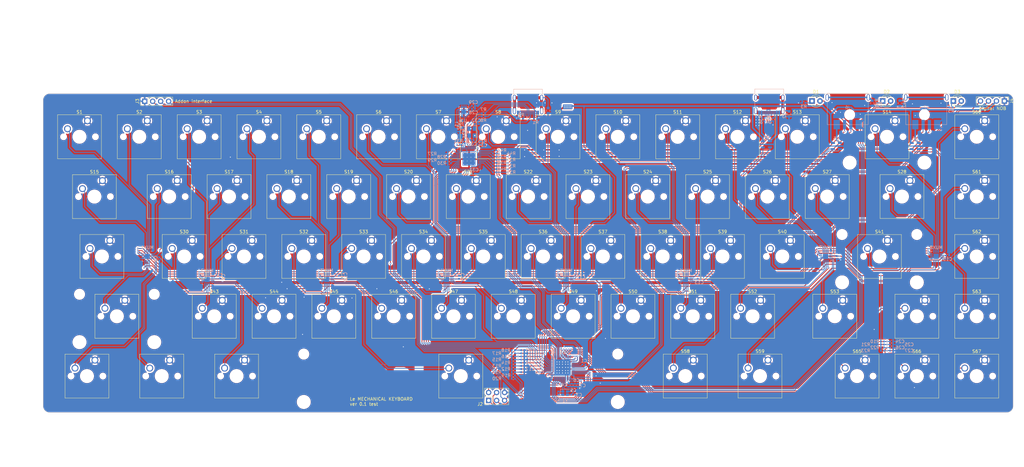
<source format=kicad_pcb>
(kicad_pcb (version 20221018) (generator pcbnew)
  (layers (0 "F.Cu" signal) (31 "B.Cu" signal) (34 "B.Paste" user) (35 "F.Paste" user) (36 "B.SilkS" user "B.Silkscreen") (37 "F.SilkS" user "F.Silkscreen") (38 "B.Mask" user) (39 "F.Mask" user) (44 "Edge.Cuts" user))
  (net 0 "")
  (net 1 "GND")
  (net 2 "VCC")
  (net 3 "SEG0")
  (net 4 "SEG1")
  (net 5 "SEG2")
  (net 6 "SEG3")
  (net 7 "SEG4")
  (net 8 "SEG5")
  (net 9 "SEG6")
  (net 10 "SEG7")
  (net 11 "KEY_63")
  (net 12 "KEY_64")
  (net 13 "KEY_65")
  (net 14 "KEY_66")
  (net 15 "/USB hub/3V3VCC")
  (net 16 "Net-(U2-XTALOUT)")
  (net 17 "Net-(U2-XTALIN{slash}CLKIN)")
  (net 18 "Net-(U2-CRFILT)")
  (net 19 "Net-(U2-PLLFILT)")
  (net 20 "Net-(U4-OUT)")
  (net 21 "Net-(J5-CC1)")
  (net 22 "Net-(J5-D+-PadA6)")
  (net 23 "Net-(J5-D--PadA7)")
  (net 25 "Net-(J5-CC2)")
  (net 27 "Net-(J5-SHIELD)")
  (net 28 "KEY_15")
  (net 29 "KEY_54")
  (net 30 "KEY_53")
  (net 31 "KEY_41")
  (net 32 "/Key multiplezers/KEY_28_CL")
  (net 33 "BOARD_EN")
  (net 34 "ADDR_A2")
  (net 35 "ADDR_A1")
  (net 36 "ADDR_A0")
  (net 37 "KEY_14")
  (net 38 "KEY_00")
  (net 39 "KEY_01")
  (net 40 "KEY_22")
  (net 41 "KEY_36")
  (net 42 "KEY_49")
  (net 43 "KEY_48")
  (net 44 "KEY_35")
  (net 45 "KEY_21")
  (net 46 "KEY_07")
  (net 47 "KEY_08")
  (net 48 "KEY_30")
  (net 49 "KEY_43")
  (net 50 "KEY_55")
  (net 51 "KEY_42")
  (net 52 "KEY_29")
  (net 53 "KEY_02")
  (net 54 "KEY_16")
  (net 55 "KEY_03")
  (net 56 "KEY_24")
  (net 57 "KEY_38")
  (net 58 "KEY_57")
  (net 59 "KEY_50")
  (net 60 "KEY_37")
  (net 61 "KEY_23")
  (net 62 "KEY_09")
  (net 63 "KEY_10")
  (net 64 "KEY_32")
  (net 65 "KEY_45")
  (net 66 "KEY_56")
  (net 67 "KEY_44")
  (net 68 "KEY_31")
  (net 69 "KEY_17")
  (net 70 "KEY_04")
  (net 71 "KEY_18")
  (net 72 "KEY_26")
  (net 73 "KEY_52")
  (net 74 "KEY_58")
  (net 75 "KEY_51")
  (net 76 "KEY_39")
  (net 77 "KEY_25")
  (net 78 "KEY_11")
  (net 79 "KEY_12")
  (net 80 "KEY_20")
  (net 81 "KEY_34")
  (net 82 "KEY_47")
  (net 83 "KEY_46")
  (net 84 "/VNOB_A")
  (net 85 "/VNOB_B")
  (net 87 "Net-(J1-CC1)")
  (net 89 "Net-(J1-CC2)")
  (net 91 "Net-(D1-K)")
  (net 92 "Net-(D2-K)")
  (net 93 "Net-(D3-K)")
  (net 94 "Net-(J1-SHIELD)")
  (net 95 "Net-(J1-D+-PadA6)")
  (net 96 "Net-(J1-D--PadA7)")
  (net 97 "Net-(U1-UCAP)")
  (net 98 "Net-(U1-XTAL1)")
  (net 99 "Net-(U1-XTAL2)")
  (net 100 "Net-(U1-~{HWB}{slash}PE2)")
  (net 101 "/LED_0")
  (net 102 "/LED_1")
  (net 103 "/LED_2")
  (net 104 "/MISO")
  (net 105 "/MOSI")
  (net 106 "KEY_33")
  (net 107 "Net-(U3-SS{slash}TR)")
  (net 108 "KEY_19")
  (net 109 "KEY_05")
  (net 110 "KEY_06")
  (net 111 "Net-(L1-Pad1)")
  (net 112 "Net-(U3-PG)")
  (net 113 "KEY_60")
  (net 114 "KEY_61")
  (net 115 "KEY_62")
  (net 116 "KEY_40")
  (net 117 "KEY_27")
  (net 118 "KEY_13")
  (net 119 "KEY_59")
  (net 120 "/USB hub/USBHUBC1_D-")
  (net 121 "/USB hub/USBHUBC1_D+")
  (net 122 "/USB hub/USBHUBA1_D+")
  (net 123 "Net-(J6-D+)")
  (net 124 "/USB hub/USBHUBA1_D-")
  (net 125 "Net-(J6-D-)")
  (net 126 "/USB hub/USBHUBA2_D+")
  (net 127 "Net-(J7-D+)")
  (net 128 "/USB hub/USBHUBA2_D-")
  (net 129 "Net-(J7-D-)")
  (net 130 "Net-(J6-Shield)")
  (net 131 "Net-(J7-Shield)")
  (net 132 "/Keys/KEY_28_CL")
  (net 137 "/USB hub/USBHUBC1_PWR")
  (net 138 "/USB hub/USBHUBC1_~{OCS}")
  (net 139 "/USB hub/USBHUBA1_PWR")
  (net 144 "/USB hub/USBHUBA1_~{OCS}")
  (net 145 "/USB hub/USBHUBA2_PWR")
  (net 146 "/USB hub/USBHUBA2_~{OCS}")
  (net 147 "/USB hub/NON_REM1")
  (net 148 "/USB hub/CFG_SEL0")
  (net 149 "/USB hub/CFG_SEL1")
  (net 150 "/USB hub/CFG_SEL2")
  (net 153 "/USB hub/NON_REM0")
  (net 154 "/USB hub/SEL48")
  (net 155 "Net-(U2-RBIAS)")
  (net 156 "Net-(J6-VBUS)")
  (net 157 "Net-(J7-VBUS)")
  (net 158 "RESET")
  (net 159 "USBIN_D-")
  (net 160 "USBIN_D+")
  (net 161 "USBMCU_D-")
  (net 162 "USBMCU_D+")
  (net 163 "Net-(U2-USBDM_DN1{slash}PRT_DIS_M1)")
  (net 164 "Net-(U2-USBDP_DN1{slash}PRT_DIS_P1)")
  (net 165 "SCL")
  (net 166 "SDA")
  (net 167 "/Battery management/USBIN_D-")
  (net 168 "/Battery management/USBIN_D+")
  (footprint "Button_Switch_Keyboard:SW_Cherry_MX_1.00u_PCB" (layer "F.Cu") (at 178.641 107.72)
    (fp_text reference "S48")
    (fp_text value "PG151101S11")
  )
  (footprint "Button_Switch_Keyboard:SW_Cherry_MX_1.00u_PCB" (layer "F.Cu") (at 135.73 50.55)
    (fp_text reference "S6")
    (fp_text value "PG151101S11")
  )
  (footprint "Button_Switch_Keyboard:SW_Cherry_MX_1.00u_PCB" (layer "F.Cu") (at 164.305 69.6)
    (fp_text reference "S21")
    (fp_text value "PG151101S11")
  )
  (footprint "Button_Switch_Keyboard:SW_Cherry_MX_1.00u_PCB" (layer "F.Cu") (at 92.8652 88.67)
    (fp_text reference "S31")
    (fp_text value "PG151101S11")
  )
  (footprint "Button_Switch_Keyboard:SW_Cherry_MX_1.00u_PCB" (layer "F.Cu") (at 235.791 107.72)
    (fp_text reference "S51")
    (fp_text value "PG151101S11")
  )
  (footprint "Button_Switch_Keyboard:SW_Cherry_MX_1.00u_PCB" (layer "F.Cu") (at 145.255 69.6)
    (fp_text reference "S20")
    (fp_text value "PG151101S11")
  )
  (footprint "Connector_PinHeader_2.54mm:PinHeader_1x04_P2.54mm_Vertical" (layer "F.Cu") (at 58.7 44.34 90)
    (fp_text reference "J3")
    (fp_text value "Addon interface")
  )
  (footprint "LED_THT:LED_D3.0mm_Clear" (layer "F.Cu") (at 271.225 44.25)
    (fp_text reference "D1")
    (fp_text value "LED")
  )
  (footprint "LED_THT:LED_D3.0mm_Clear" (layer "F.Cu") (at 293.725 44.25)
    (fp_text reference "D2")
    (fp_text value "LED")
  )
  (footprint "Button_Switch_Keyboard:SW_Cherry_MX_1.00u_PCB" (layer "F.Cu") (at 288.115 126.77)
    (fp_text reference "S65")
    (fp_text value "PG151101S11")
  )
  (footprint "Button_Switch_Keyboard:SW_Cherry_MX_1.00u_PCB" (layer "F.Cu") (at 59.53 50.55)
    (fp_text reference "S2")
    (fp_text value "PG151101S11")
  )
  (footprint "Button_Switch_Keyboard:SW_Cherry_MX_1.00u_PCB" (layer "F.Cu") (at 259.555 69.6)
    (fp_text reference "S26")
    (fp_text value "PG151101S11")
  )
  (footprint "Button_Switch_Keyboard:SW_Cherry_MX_1.00u_PCB" (layer "F.Cu") (at 307.165 107.72)
    (fp_text reference "S64" hide)
    (fp_text value "PG151101S11")
  )
  (footprint "Button_Switch_Keyboard:SW_Cherry_MX_1.00u_PCB" (layer "F.Cu") (at 250.03 50.55)
    (fp_text reference "S12")
    (fp_text value "PG151101S11")
  )
  (footprint "Button_Switch_Keyboard:SW_Cherry_MX_1.00u_PCB" (layer "F.Cu") (at 278.605 69.59)
    (fp_text reference "S27")
    (fp_text value "PG151101S11")
  )
  (footprint "Button_Switch_Keyboard:SW_Cherry_MX_6.25u_PCB" (layer "F.Cu") (at 161.91 126.77)
    (fp_text reference "S57" hide)
    (fp_text value "PG151101S11")
  )
  (footprint "Connector_PinHeader_2.54mm:PinHeader_2x03_P2.54mm_Vertical" (layer "F.Cu") (at 168.235 139.615 90)
    (fp_text reference "J2")
    (fp_text value "Programmer 1 time")
  )
  (footprint "Button_Switch_Keyboard:SW_Cherry_MX_1.00u_PCB" (layer "F.Cu") (at 140.541 107.72)
    (fp_text reference "S46")
    (fp_text value "PG151101S11")
  )
  (footprint "LED_THT:LED_D3.0mm_Clear" (layer "F.Cu") (at 316.225 44.25)
    (fp_text reference "D3")
    (fp_text value "LED")
  )
  (footprint "Button_Switch_Keyboard:SW_Cherry_MX_1.00u_PCB" (layer "F.Cu") (at 107.155 69.6)
    (fp_text reference "S18")
    (fp_text value "PG151101S11")
  )
  (footprint "Button_Switch_Keyboard:SW_Cherry_MX_1.00u_PCB" (layer "F.Cu") (at 83.391 107.72)
    (fp_text reference "S43")
    (fp_text value "PG151101S11")
  )
  (footprint "Button_Switch_Keyboard:SW_Cherry_MX_1.25u_PCB" (layer "F.Cu") (at 42.86 126.77)
    (fp_text reference "S54" hide)
    (fp_text value "PG151101S11")
  )
  (footprint "Button_Switch_Keyboard:SW_Cherry_MX_1.00u_PCB" (layer "F.Cu") (at 159.591 107.72)
    (fp_text reference "S47")
    (fp_text value "PG151101S11")
  )
  (footprint "Button_Switch_Keyboard:SW_Cherry_MX_1.25u_PCB" (layer "F.Cu") (at 257.2 126.76)
    (fp_text reference "S59")
    (fp_text value "PG151101S11")
  )
  (footprint "Button_Switch_Keyboard:SW_Cherry_MX_1.00u_PCB" (layer "F.Cu") (at 326.215 107.72)
    (fp_text reference "S63")
    (fp_text value "PG151101S11")
  )
  (footprint "Button_Switch_Keyboard:SW_Cherry_MX_1.00u_PCB" (layer "F.Cu") (at 326.215 88.67)
    (fp_text reference "S62")
    (fp_text value "PG151101S11")
  )
  (footprint "Button_Switch_Keyboard:SW_Cherry_MX_1.00u_PCB" (layer "F.Cu") (at 192.87 50.55)
    (fp_text reference "S9")
    (fp_text value "PG151101S11")
  )
  (footprint "Connector_PinHeader_2.54mm:PinHeader_1x04_P2.54mm_Vertical" (layer "F.Cu") (at 332.5 44.25 -90)
    (fp_text reference "J4")
    (fp_text value "Digital NOB")
  )
  (footprint "Button_Switch_Keyboard:SW_Cherry_MX_1.00u_PCB" (layer "F.Cu") (at 264.3152 88.67)
    (fp_text reference "S40")
    (fp_text value "PG151101S11")
  )
  (footprint "Button_Switch_Keyboard:SW_Cherry_MX_2.00u_PCB" (layer "F.Cu") (at 297.655 50.55)
    (fp_text reference "S14")
    (fp_text value "PG151101S11")
  )
  (footprint "Button_Switch_Keyboard:SW_Cherry_MX_1.00u_PCB" (layer "F.Cu") (at 150.0152 88.67)
    (fp_text reference "S34")
    (fp_text value "PG151101S11")
  )
  (footprint "Button_Switch_Keyboard:SW_Cherry_MX_1.00u_PCB" (layer "F.Cu") (at 126.205 69.6)
    (fp_text reference "S19")
    (fp_text value "PG151101S11")
  )
  (footprint "Button_Switch_Keyboard:SW_Cherry_MX_1.00u_PCB" (layer "F.Cu") (at 240.505 69.6)
    (fp_text reference "S25")
    (fp_text value "PG151101S11")
  )
  (footprint "Button_Switch_Keyboard:SW_Cherry_MX_1.00u_PCB" (layer "F.Cu") (at 73.8152 88.67)
    (fp_text reference "S30")
    (fp_text value "PG151101S11")
  )
  (footprint "Button_Switch_Keyboard:SW_Cherry_MX_1.00u_PCB" (layer "F.Cu") (at 202.405 69.6)
    (fp_text reference "S23")
    (fp_text value "PG151101S11")
  )
  (footprint "Button_Switch_Keyboard:SW_Cherry_MX_1.25u_PCB" (layer "F.Cu") (at 233.41 126.76)
    (fp_text reference "S58")
    (fp_text value "PG151101S11")
  )
  (footprint "Button_Switch_Keyboard:SW_Cherry_MX_1.00u_PCB" (layer "F.Cu") (at 116.68 50.55)
    (fp_text reference "S5")
    (fp_text value "PG151101S11")
  )
  (footprint "Button_Switch_Keyboard:SW_Cherry_MX_2.25u_PCB" (layer "F.Cu") (at 52.39 107.72)
    (fp_text reference "S42" hide)
    (fp_text value "PG151101S11" hide)
  )
  (footprint "Button_Switch_Keyboard:SW_Cherry_MX_1.00u_PCB" (layer "F.Cu") (at 207.1652 88.67)
    (fp_text reference "S37")
    (fp_text value "PG151101S11")
  )
  (footprint "Button_Switch_Keyboard:SW_Cherry_MX_1.00u_PCB" (layer "F.Cu") (at 88.105 69.6)
    (fp_text reference "S17")
    (fp_text value "PG151101S11")
  )
  (footprint "Button_Switch_Keyboard:SW_Cherry_MX_1.00u_PCB" (layer "F.Cu") (at 326.23 50.55)
    (fp_text reference "S60")
    (fp_text value "PG151101S11")
  )
  (footprint "Button_Switch_Keyboard:SW_Cherry_MX_1.00u_PCB" (layer "F.Cu") (at 188.1152 88.67)
    (fp_text reference "S36")
    (fp_text value "PG151101S11")
  )
  (footprint "Button_Switch_Keyboard:SW_Cherry_MX_1.00u_PCB" (layer "F.Cu") (at 197.691 107.72)
    (fp_text reference "S49")
    (fp_text value "PG151101S11")
  )
  (footprint "Button_Switch_Keyboard:SW_Cherry_MX_1.00u_PCB" (layer "F.Cu") (at 78.58 50.55)
    (fp_text reference "S3")
    (fp_text value "PG151101S11")
  )
  (footprint "Button_Switch_Keyboard:SW_Cherry_MX_1.00u_PCB" (layer "F.Cu") (at 230.98 50.55)
    (fp_text reference "S11")
    (fp_text value "PG151101S11")
  )
  (footprint "Button_Switch_Keyboard:SW_Cherry_MX_1.00u_PCB" (layer "F.Cu") (at 154.78 50.55)
    (fp_text reference "S7")
    (fp_text value "PG151101S11")
  )
  (footprint "Button_Switch_Keyboard:SW_Cherry_MX_1.00u_PCB" (layer "F.Cu") (at 121.491 107.72)
    (fp_text reference "S45")
    (fp_text value "PG151101S11")
  )
  (footprint "Button_Switch_Keyboard:SW_Cherry_MX_1.00u_PCB" (layer "F.Cu") (at 102.441 107.72)
    (fp_text reference "S44")
    (fp_text value "PG151101S11")
  )
  (footprint "Button_Switch_Keyboard:SW_Cherry_MX_1.00u_PCB" (layer "F.Cu") (at 226.2152 88.67)
    (fp_text reference "S38")
    (fp_text value "PG151101S11")
  )
  (footprint "Button_Switch_Keyboard:SW_Cherry_MX_1.00u_PCB" (layer "F.Cu") (at 40.48 50.55)
    (fp_text reference "S1")
    (fp_text value "PG151101S11")
  )
  (footprint "Button_Switch_Keyboard:SW_Cherry_MX_1.00u_PCB" (layer "F.Cu") (at 326.215 126.77)
    (fp_text reference "S67")
    (fp_text value "PG151101S11")
  )
  (footprint "Button_Switch_Keyboard:SW_Cherry_MX_1.50u_PCB" (layer "F.Cu") (at 45.24 69.61)
    (fp_text reference "S15")
    (fp_text value "PG151101S11")
  )
  (footprint "Button_Switch_Keyboard:SW_Cherry_MX_1.00u_PCB" (layer "F.Cu") (at 245.2652 88.67)
    (fp_text reference "S39")
    (fp_text value "PG151101S11")
  )
  (footprint "Button_Switch_Keyboard:SW_Cherry_MX_1.00u_PCB" (layer "F.Cu") (at 216.741 107.72)
    (fp_text reference "S50")
    (fp_text value "PG151101S11")
  )
  (footprint "Button_Switch_Keyboard:SW_Cherry_MX_1.00u_PCB" (layer "F.Cu") (at 130.9652 88.67)
    (fp_text reference "S33")
    (fp_text value "PG151101S11")
  )
  (footprint "Button_Switch_Keyboard:SW_Cherry_MX_1.00u_PCB" (layer "F.Cu") (at 326.225 69.58)
    (fp_text reference "S61")
    (fp_text value "PG151101S11")
  )
  (footprint "Button_Switch_Keyboard:SW_Cherry_MX_1.00u_PCB" (layer "F.Cu") (at 69.055 69.6)
    (fp_text reference "S16")
    (fp_text value "PG151101S11")
  )
  (footprint "Button_Switch_Keyboard:SW_Cherry_MX_1.00u_PCB" (layer "F.Cu") (at 211.93 50.55)
    (fp_text reference "S10")
    (fp_text value "PG151101S11")
  )
  (footprint "Button_Switch_Keyboard:SW_Cherry_MX_1.25u_PCB" (layer "F.Cu") (at 66.67 126.77)
    (fp_text reference "S55" hide)
    (fp_text value "PG151101S11")
  )
  (footprint "Button_Switch_Keyboard:SW_Cherry_MX_1.00u_PCB" (layer "F.Cu") (at 183.355 69.6)
    (fp_text reference "S22")
    (fp_text value "PG151101S11")
  )
  (footprint "Button_Switch_Keyboard:SW_Cherry_MX_1.00u_PCB" (layer "F.Cu") (at 97.63 50.55)
    (fp_text reference "S4")
    (fp_text value "PG151101S11")
  )
  (footprint "Button_Switch_Keyboard:SW_Cherry_MX_1.00u_PCB" (layer "F.Cu") (at 169.0652 88.67)
    (fp_text reference "S35")
    (fp_text value "PG151101S11")
  )
  (footprint "Button_Switch_Keyboard:SW_Cherry_MX_1.00u_PCB" (layer "F.Cu") (at 221.455 69.6)
    (fp_text reference "S24")
    (fp_text value "PG151101S11")
  )
  (footprint "Button_Switch_Keyboard:SW_Cherry_MX_1.75u_PCB" (layer "F.Cu") (at 47.625 88.67)
    (fp_text reference "S29" hide)
    (fp_text value "PG151101S11")
  )
  (footprint "Button_Switch_Keyboard:SW_Cherry_MX_1.00u_PCB" (layer "F.Cu") (at 254.841 107.72)
    (fp_text reference "S52")
    (fp_text value "PG151101S11")
  )
  (footprint "Button_Switch_Keyboard:SW_Cherry_MX_1.50u_PCB" (layer "F.Cu") (at 302.415 69.59)
    (fp_text reference "S28")
    (fp_text value "PG151101S11")
  )
  (footprint "Button_Switch_Keyboard:SW_Cherry_MX_1.00u_PCB" (layer "F.Cu") (at 307.165 126.77)
    (fp_text reference "S66")
    (fp_text value "PG151101S11")
  )
  (footprint "Button_Switch_Keyboard:SW_Cherry_MX_1.25u_PCB" (layer "F.Cu") (at 90.51 126.77)
    (fp_text reference "S56" hide)
    (fp_text value "PG151101S11")
  )
  (footprint "Button_Switch_Keyboard:SW_Cherry_MX_1.00u_PCB" (layer "F.Cu") (at 111.9152 88.67)
    (fp_text reference "S32")
    (fp_text value "PG151101S11")
  )
  (footprint "Button_Switch_Keyboard:SW_Cherry_MX_1.00u_PCB" (layer "F.Cu") (at 269.08 50.55)
    (fp_text reference "S13")
    (fp_text value "PG151101S11")
  )
  (footprint "Button_Switch_Keyboard:SW_Cherry_MX_1.75u_PCB" (layer "F.Cu") (at 281.003 107.72)
    (fp_text reference "S53")
    (fp_text value "PG151101S11")
  )
  (footprint "Button_Switch_Keyboard:SW_Cherry_MX_2.25u_PCB" (layer "F.Cu") (at 295.2524 88.6802)
    (fp_text reference "S41")
    (fp_text value "PG151101S11")
  )
  (footprint "Button_Switch_Keyboard:SW_Cherry_MX_1.00u_PCB" (layer "F.Cu") (at 173.83 50.55)
    (fp_text reference "S8")
    (fp_text value "PG151101S11")
  )
  (footprint "Capacitor_SMD:C_0402_1005Metric" (layer "B.Cu") (at 163.4 46.75)
    (fp_text reference "C28")
    (fp_text value "10uF")
  )
  (footprint "Connector_USB:USB_C_Receptacle_G-Switch_GT-USB-7010ASV" (layer "B.Cu") (at 257.6 44.225)
    (fp_text reference "J5")
    (fp_text value "USB_C1_USB2.0")
  )
  (footprint "Package_TO_SOT_SMD:SOT-23-5" (layer "B.Cu") (at 256.7 58.05 180)
    (fp_text reference "U4")
    (fp_text value "TPS2069C")
  )
  (footprint "Capacitor_SMD:C_0402_1005Metric" (layer "B.Cu") (at 194.7 134.75 -90)
    (fp_text reference "C5")
    (fp_text value "100nF")
  )
  (footprint "Resistor_SMD:R_0402_1005Metric" (layer "B.Cu") (at 166.6 49.14 180)
    (fp_text reference "R8")
    (fp_text value "R22")
  )
  (footprint "Resistor_SMD:R_0402_1005Metric" (layer "B.Cu") (at 170.1 65.95)
    (fp_text reference "R40")
    (fp_text value "R22")
  )
  (footprint "Capacitor_SMD:C_0402_1005Metric" (layer "B.Cu") (at 179.1 129.6 180)
    (fp_text reference "C17")
    (fp_text value "220pF")
  )
  (footprint "Resistor_SMD:R_0402_1005Metric" (layer "B.Cu") (at 258.9 50.15 -90)
    (fp_text reference "R35")
    (fp_text value "5.11K")
  )
  (footprint "Capacitor_SMD:C_0402_1005Metric" (layer "B.Cu") (at 314.42 93.45)
    (fp_text reference "C15")
    (fp_text value "100nF")
  )
  (footprint "Connector_USB:USB_C_Receptacle_G-Switch_GT-USB-7010ASV" (layer "B.Cu") (at 180.78 44.26)
    (fp_text reference "J1")
    (fp_text value "USB_C_Receptacle_USB2.0")
  )
  (footprint "Resistor_SMD:R_0402_1005Metric" (layer "B.Cu") (at 170.1 59.95)
    (fp_text reference "R43")
    (fp_text value "R22")
  )
  (footprint "Package_DFN_QFN:QFN-16-1EP_3x3mm_P0.5mm_EP1.7x1.7mm" (layer "B.Cu") (at 231 101.09 180)
    (fp_text reference "MUX6")
    (fp_text value "U74HC4051G-Q16")
  )
  (footprint "Resistor_SMD:R_0402_1005Metric" (layer "B.Cu") (at 170.1 60.95)
    (fp_text reference "R44")
    (fp_text value "R22")
  )
  (footprint "Resistor_SMD:R_0402_1005Metric" (layer "B.Cu") (at 155.7 61.05)
    (fp_text reference "R27")
    (fp_text value "R10K")
  )
  (footprint "Resistor_SMD:R_0402_1005Metric" (layer "B.Cu") (at 176.1 123.6)
    (fp_text reference "R18")
    (fp_text value "R10K")
  )
  (footprint "Capacitor_SMD:C_0402_1005Metric" (layer "B.Cu") (at 166.3 57.15)
    (fp_text reference "C34")
    (fp_text value "1uF")
  )
  (footprint "Capacitor_SMD:C_0402_1005Metric" (layer "B.Cu") (at 82.62 100.22 90)
    (fp_text reference "C9")
    (fp_text value "100nF")
  )
  (footprint "Resistor_SMD:R_0402_1005Metric" (layer "B.Cu") (at 176.1 126.6)
    (fp_text reference "R15")
    (fp_text value "R10K")
  )
  (footprint "NORMAL_USB_A:GT_USBA" (layer "B.Cu") (at 282.6 46.75 180)
    (fp_text reference "J6")
    (fp_text value "USB_A1")
  )
  (footprint "Resistor_SMD:R_0402_1005Metric" (layer "B.Cu") (at 160.6 57.15 -90)
    (fp_text reference "R26")
    (fp_text value "R10K")
  )
  (footprint "Resistor_SMD:R_0603_1608Metric" (layer "B.Cu") (at 187.17 47.305 -90)
    (fp_text reference "R6")
    (fp_text value "R1M")
  )
  (footprint "Resistor_SMD:R_0402_1005Metric" (layer "B.Cu") (at 293.6625 123.75)
    (fp_text reference "R23")
    (fp_text value "R10K")
  )
  (footprint "Resistor_SMD:R_0402_1005Metric" (layer "B.Cu") (at 176.1 132.65)
    (fp_text reference "R20")
    (fp_text value "5.11K")
  )
  (footprint "Resistor_SMD:R_0402_1005Metric" (layer "B.Cu") (at 170.1 66.95)
    (fp_text reference "R39")
    (fp_text value "R22")
  )
  (footprint "NORMAL_USB_A:GT_USBA" (layer "B.Cu") (at 307.6 46.75 180)
    (fp_text reference "J7")
    (fp_text value "USB_A2")
  )
  (footprint "Capacitor_SMD:C_0402_1005Metric" (layer "B.Cu") (at 121.51 100.17 90)
    (fp_text reference "C10")
    (fp_text value "100nF")
  )
  (footprint "Capacitor_SMD:C_0402_1005Metric" (layer "B.Cu") (at 179.1 124.6 180)
    (fp_text reference "C22")
    (fp_text value "220pF")
  )
  (footprint "Package_DFN_QFN:QFN-16-1EP_3x3mm_P0.5mm_EP1.7x1.7mm" (layer "B.Cu") (at 116.7 101.05 180)
    (fp_text reference "MUX3")
    (fp_text value "U74HC4051G-Q16")
  )
  (footprint "Capacitor_SMD:C_0402_1005Metric" (layer "B.Cu") (at 190.43 137.25 -90)
    (fp_text reference "C2")
    (fp_text value "22pF")
  )
  (footprint "Capacitor_SMD:C_0402_1005Metric" (layer "B.Cu") (at 296.5575 123.75 180)
    (fp_text reference "C27")
    (fp_text value "220pF")
  )
  (footprint "Resistor_SMD:R_0402_1005Metric" (layer "B.Cu") (at 187.65 123.7625 90)
    (fp_text reference "R9")
    (fp_text value "R10K")
  )
  (footprint "Resistor_SMD:R_0402_1005Metric" (layer "B.Cu") (at 158.2 51.55 90)
    (fp_text reference "R24")
    (fp_text value "R100K")
  )
  (footprint "Capacitor_SMD:C_0402_1005Metric" (layer "B.Cu") (at 163.4 45.75)
    (fp_text reference "C29")
    (fp_text value "3.3nF")
  )
  (footprint "Package_DFN_QFN:QFN-16-1EP_3x3mm_P0.5mm_EP1.7x1.7mm" (layer "B.Cu") (at 59.5 93.7 180)
    (fp_text reference "MUX1")
    (fp_text value "U74HC4051G-Q16")
  )
  (footprint "Resistor_SMD:R_0402_1005Metric" (layer "B.Cu") (at 166.6 48.15 180)
    (fp_text reference "R7")
    (fp_text value "R22")
  )
  (footprint "Capacitor_SMD:C_0402_1005Metric" (layer "B.Cu") (at 198.6 128.15 180)
    (fp_text reference "C1")
    (fp_text value "1uF")
  )
  (footprint "Resistor_SMD:R_0402_1005Metric" (layer "B.Cu") (at 176.1 128.6)
    (fp_text reference "R13")
    (fp_text value "R10K")
  )
  (footprint "Resistor_SMD:R_0402_1005Metric" (layer "B.Cu") (at 315.5 46.25)
    (fp_text reference "R5")
    (fp_text value "R330")
  )
  (footprint "Resistor_SMD:R_0402_1005Metric" (layer "B.Cu") (at 158.6 58.15 180)
    (fp_text reference "R31")
    (fp_text value "R10K")
  )
  (footprint "Resistor_SMD:R_0402_1005Metric" (layer "B.Cu") (at 178.63 49.87 180)
    (fp_text reference "R2")
    (fp_text value "5.11K")
  )
  (footprint "Capacitor_SMD:C_0402_1005Metric" (layer "B.Cu") (at 63.38 94.53 -90)
    (fp_text reference "C8")
    (fp_text value "100nF")
  )
  (footprint "Crystal_SMD_7F16000E09UCG_4pin:Crystal_SMD_7F16000E09UCG_4pin" (layer "B.Cu") (at 192.6 137.25)
    (fp_text reference "Y1")
    (fp_text value "16mhz")
  )
  (footprint "Resistor_SMD:R_0402_1005Metric" (layer "B.Cu") (at 176.1 124.6)
    (fp_text reference "R17")
    (fp_text value "R10K")
  )
  (footprint "Capacitor_SMD:C_0402_1005Metric" (layer "B.Cu") (at 179.1 130.6 180)
    (fp_text reference "C16")
    (fp_text value "220pF")
  )
  (footprint "Resistor_SMD:R_0402_1005Metric" (layer "B.Cu") (at 176.1 125.6)
    (fp_text reference "R16")
    (fp_text value "R10K")
  )
  (footprint "Crystal:Crystal_SMD_TXC_7M-4Pin_3.2x2.5mm" (layer "B.Cu") (at 162.9 54.15 -90)
    (fp_text reference "Y2")
    (fp_text value "48mhz")
  )
  (footprint "Resistor_SMD:R_0402_1005Metric" (layer "B.Cu") (at 155.7 64.05)
    (fp_text reference "R30")
    (fp_text value "R10K")
  )
  (footprint "Resistor_SMD:R_0402_1005Metric" (layer "B.Cu") (at 293.6625 120.825)
    (fp_text reference "R10")
    (fp_text value "R10K")
  )
  (footprint "Resistor_SMD:R_0402_1005Metric" (layer "B.Cu") (at 170.1 63.95)
    (fp_text reference "R38")
    (fp_text value "R22")
  )
  (footprint "Capacitor_SMD:C_0402_1005Metric" (layer "B.Cu") (at 279.1 94.11 -90)
    (fp_text reference "C14")
    (fp_text value "100nF")
  )
  (footprint "Capacitor_SMD:C_0402_1005Metric" (layer "B.Cu") (at 179.1 123.6 180)
    (fp_text reference "C23")
    (fp_text value "220pF")
  )
  (footprint "Capacitor_SMD:C_0402_1005Metric" (layer "B.Cu") (at 235.3 100.85)
    (fp_text reference "C13")
    (fp_text value "100nF")
  )
  (footprint "Resistor_SMD:R_0402_1005Metric" (layer "B.Cu") (at 176.1 129.6)
    (fp_text reference "R12")
    (fp_text value "R10K")
  )
  (footprint "Capacitor_SMD:C_0402_1005Metric" (layer "B.Cu") (at 179.1 125.6 180)
    (fp_text reference "C21")
    (fp_text value "220pF")
  )
  (footprint "Capacitor_SMD:C_0402_1005Metric" (layer "B.Cu") (at 296.5575 122.775 180)
    (fp_text reference "C26")
    (fp_text value "220pF")
  )
  (footprint "Inductor_SMD:L_0805_2012Metric" (layer "B.Cu") (at 159.6 51.65 -90)
    (fp_text reference "L1")
    (fp_text value "2.2uH")
  )
  (footprint "Package_TO_SOT_SMD:SOT-23-5" (layer "B.Cu") (at 279 58.6 180)
    (fp_text reference "U5")
    (fp_text value "TPS2069C")
  )
  (footprint "Capacitor_SMD:C_0402_1005Metric" (layer "B.Cu") (at 159.5 53.95 180)
    (fp_text reference "C30")
    (fp_text value "22uF")
  )
  (footprint "Capacitor_SMD:C_0402_1005Metric" (layer "B.Cu") (at 296.5575 121.8 180)
    (fp_text reference "C25")
    (fp_text value "220pF")
  )
  (footprint "Package_DFN_QFN:QFN-16-1EP_3x3mm_P0.5mm_EP1.7x1.7mm" (layer "B.Cu") (at 275.55 93.72 180)
    (fp_text reference "MUX7")
    (fp_text value "U74HC4051G-Q16")
  )
  (footprint "Resistor_SMD:R_0402_1005Metric" (layer "B.Cu") (at 268.6 44.85)
    (fp_text reference "R3")
    (fp_text value "R330")
  )
  (footprint "Resistor_SMD:R_0402_1005Metric" (layer "B.Cu") (at 293.6625 121.8)
    (fp_text reference "R21")
    (fp_text value "R10K")
  )
  (footprint "Package_DFN_QFN:VQFN-48-1EP_7x7mm_P0.5mm_EP4.1x4.1mm_ThermalVias" (layer "B.Cu") (at 162 62.75 180)
    (fp_text reference "U2" hide)
    (fp_text value "USB2514-HZH (C184347)")
  )
  (footprint "Capacitor_SMD:C_0402_1005Metric" (layer "B.Cu") (at 197.57 99.2)
    (fp_text reference "C12")
    (fp_text value "100nF")
  )
  (footprint "Resistor_SMD:R_0402_1005Metric" (layer "B.Cu") (at 170.1 64.95)
    (fp_text reference "R37")
    (fp_text value "R22")
  )
  (footprint "Resistor_SMD:R_0402_1005Metric" (layer "B.Cu") (at 176.1 130.6)
    (fp_text reference "R11")
    (fp_text value "R10K")
  )
  (footprint "Capacitor_SMD:C_0402_1005Metric" (layer "B.Cu") (at 163.3 67.35)
    (fp_text reference "C33")
    (fp_text value "1uF")
  )
  (footprint "Capacitor_SMD:C_0402_1005Metric" (layer "B.Cu") (at 179.1 126.6 180)
    (fp_text reference "C20")
    (fp_text value "220pF")
  )
  (footprint "Capacitor_SMD:C_0402_1005Metric" (layer "B.Cu") (at 163 56.75)
    (fp_text reference "C31")
    (fp_text value "22pF")
  )
  (footprint "Package_DFN_QFN:QFN-16-1EP_3x3mm_P0.5mm_EP1.7x1.7mm" (layer "B.Cu") (at 154.825 101.075 180)
    (fp_text reference "MUX4")
    (fp_text value "U74HC4051G-Q16")
  )
  (footprint "Capacitor_SMD:C_0402_1005Metric" (layer "B.Cu") (at 164.3 51.55)
    (fp_text reference "C32")
    (fp_text value "22pF")
  )
  (footprint "Resistor_SMD:R_0402_1005Metric" (layer "B.Cu") (at 170.1 61.95)
    (fp_text reference "R33")
    (fp_text value "R22")
  )
  (footprint "Resistor_SMD:R_0402_1005Metric" (layer "B.Cu") (at 176.1 131.65)
    (fp_text reference "R19")
    (fp_text value "5.11K")
  )
  (footprint "Resistor_SMD:R_0402_1005Metric" (layer "B.Cu") (at 166.3 58.15 180)
    (fp_text reference "R25")
    (fp_text value "R12K")
  )
  (footprint "Package_DFN_QFN:QFN-16-1EP_3x3mm_P0.5mm_EP1.7x1.7mm" (layer "B.Cu") (at 78.6 101.1 180)
    (fp_text reference "MUX2")
    (fp_text value "U74HC4051G-Q16")
  )
  (footprint "Capacitor_SMD:C_0402_1005Metric" (layer "B.Cu") (at 296.5575 120.825 180)
    (fp_text reference "C24")
    (fp_text value "220pF")
  )
  (footprint "Resistor_SMD:R_0402_1005Metric" (layer "B.Cu") (at 176.1 127.6)
    (fp_text reference "R14")
    (fp_text value "R10K")
  )
  (footprint "Resistor_SMD:R_0402_1005Metric" (layer "B.Cu") (at 155.7 63.05)
    (fp_text reference "R29")
    (fp_text value "R10K")
  )
  (footprint "Capacitor_SMD:C_0402_1005Metric" (layer "B.Cu") (at 196.7 134.75 -90)
    (fp_text reference "C7")
    (fp_text value "100nF")
  )
  (footprint "Package_DFN_QFN:QFN-16-1EP_3x3mm_P0.5mm_EP1.7x1.7mm" (layer "B.Cu") (at 192.92 101.0525 180)
    (fp_text reference "MUX5")
    (fp_text value "U74HC4051G-Q16")
  )
  (footprint "Resistor_SMD:R_0402_1005Metric" (layer "B.Cu") (at 292 45.36 90)
    (fp_text reference "R4")
    (fp_text value "R330")
  )
  (footprint "Resistor_SMD:R_0402_1005Metric" (layer "B.Cu") (at 256.1 50.16 -90)
    (fp_text reference "R36")
    (fp_text value "5.11K")
  )
  (footprint "Resistor_SMD:R_0402_1005Metric" (layer "B.Cu") (at 293.6625 122.775)
    (fp_text reference "R22")
    (fp_text value "R10K")
  )
  (footprint "Package_TO_SOT_SMD:SOT-23-5" (layer "B.Cu") (at 304.1 58.6 180)
    (fp_text reference "U6")
    (fp_text value "TPS2069C")
  )
  (footprint "Resistor_SMD:R_0402_1005Metric" (layer "B.Cu") (at 155.7 62.05)
    (fp_text reference "R28")
    (fp_text value "R10K")
  )
  (footprint "Resistor_SMD:R_0603_1608Metric" (layer "B.Cu") (at 263.9 48.35 -90)
    (fp_text reference "R32")
    (fp_text value "R1M")
  )
  (footprint "Capacitor_SMD:C_0402_1005Metric" (layer "B.Cu") (at 158.81 100.4 90)
    (fp_text reference "C11")
    (fp_text value "100nF")
  )
  (footprint "Capacitor_SMD:C_0402_1005Metric" (layer "B.Cu") (at 179.1 128.6 180)
    (fp_text reference "C18")
    (fp_text value "220pF")
  )
  (footprint "Capacitor_SMD:C_0402_1005Metric" (layer "B.Cu") (at 195.7 134.75 -90)
    (fp_text reference "C6")
    (fp_text value "100nF")
  )
  (footprint "Resistor_SMD:R_0603_1608Metric" (layer "B.Cu") (at 299.2 44.95 90)
    (fp_text reference "R42")
    (fp_text value "R1M")
  )
  (footprint "Package_DFN_QFN:QFN-16-1EP_3x3mm_P0.5mm_EP1.7x1.7mm" (layer "B.Cu") (at 310.75 93.72 180)
    (fp_text reference "MUX8")
    (fp_text value "U74HC4051G-Q16")
  )
  (footprint "Capacitor_SMD:C_0402_1005Metric" (layer "B.Cu") (at 179.1 127.6 180)
    (fp_text reference "C19")
    (fp_text value "220pF")
  )
  (footprint "Resistor_SMD:R_0402_1005Metric" (layer "B.Cu") (at 170.1 62.95)
    (fp_text reference "R34")
    (fp_text value "R22")
  )
  (footprint "Package_DFN_QFN:QFN-44-1EP_7x7mm_P0.5mm_EP5.2x5.2mm" (layer "B.Cu") (at 191.75 129.1 180)
    (fp_text reference "U1")
    (fp_text value "ATmega32U4-M")
  )
  (footprint "Package_DFN_QFN:VQFN-16-1EP_3x3mm_P0.5mm_EP1.68x1.68mm_ThermalVias" (layer "B.Cu") (at 160.3375 47.7)
    (fp_text reference "U3")
    (fp_text value "TPS62140")
  )
  (footprint "Capacitor_SMD:C_0402_1005Metric" (layer "B.Cu") (at 193.7 134.75 -90)
    (fp_text reference "C4")
    (fp_text value "10uF")
  )
  (footprint "Capacitor_SMD:C_0402_1005Metric" (layer "B.Cu") (at 195.13 137.75)
    (fp_text reference "C3")
    (fp_text value "22pF")
  )
  (footprint "Resistor_SMD:R_0603_1608Metric" (layer "B.Cu") (at 290.4 44.95 90)
    (fp_text reference "R41")
    (fp_text value "R1M")
  )
  (footprint "Resistor_SMD:R_0402_1005Metric" (layer "B.Cu") (at 183.19 49.84)
    (fp_text reference "R1")
    (fp_text value "5.11K")
  )
  (gr_arc (start 333.23 41.939569) (mid 334.679568 42.54) (end 335.28 43.989569) (stroke (width 0.1)) (layer "Edge.Cuts"))
  (gr_arc (start 26.389569 43.979569) (mid 26.99 42.53) (end 28.439569 41.929569) (stroke (width 0.1)) (layer "Edge.Cuts"))
  (gr_arc (start 28.44 143.41) (mid 26.990431 142.809569) (end 26.39 141.36) (stroke (width 0.1)) (layer "Edge.Cuts"))
  (gr_line (start 28.439569 41.929569) (end 333.23 41.939569) (stroke (width 0.1)) (layer "Edge.Cuts"))
  (gr_line (start 28.44 143.41) (end 333.23 143.410001) (stroke (width 0.1)) (layer "Edge.Cuts"))
  (gr_line (start 26.39 141.36) (end 26.389569 43.979569) (stroke (width 0.1)) (layer "Edge.Cuts"))
  (gr_line (start 335.28 43.989569) (end 335.28 141.360001) (stroke (width 0.1)) (layer "Edge.Cuts"))
  (gr_arc (start 335.28 141.360001) (mid 334.679569 142.80957) (end 333.23 143.410001) (stroke (width 0.1)) (layer "Edge.Cuts"))
  (gr_text "KBB" (at 122.07 129.6) (layer "F.Cu" knockout) (effects (font (size 7 7) (thickness 1.75) bold) (justify left top)))
  (gr_text "Le MECHANICAL KEYBOARD\nver 0.1 test" (at 123.95 141.35) (layer "F.SilkS") (effects (font (size 1 1)) (justify left bottom)))
  (segment (start 42 91.935) (end 41.275 91.21) (width 0.25) (layer "B.Cu") (net 0))
  (segment (start 59.25 95.1625) (end 59.25 98.05) (width 0.25) (layer "B.Cu") (net 0))
  (segment (start 58 99.3) (end 44.5 99.3) (width 0.25) (layer "B.Cu") (net 0))
  (segment (start 44.5 99.3) (end 42 96.8) (width 0.25) (layer "B.Cu") (net 0))
  (segment (start 42 96.8) (end 42 91.935) (width 0.25) (layer "B.Cu") (net 0))
  (segment (start 59.25 98.05) (end 58 99.3) (width 0.25) (layer "B.Cu") (net 0))
  (segment (start 326.23 50.55) (end 326.82 51.14) (width 0.25) (layer "F.Cu") (net 1))
  (segment (start 326.73 70.135) (end 326.215 69.62) (width 0.25) (layer "F.Cu") (net 1))
  (segment (start 257.375 126.77) (end 257.335 126.81) (width 0.25) (layer "F.Cu") (net 1))
  (segment (start 45.235 69.62) (end 45.225 69.63) (width 0.25) (layer "F.Cu") (net 1))
  (segment (start 140.541 107.559) (end 140.6 107.5) (width 0.25) (layer "F.Cu") (net 1))
  (segment (start 192.185 51.25) (end 192.865 50.57) (width 0.25) (layer "F.Cu") (net 1))
  (segment (start 325.66 51.12) (end 326.23 50.55) (width 0.25) (layer "F.Cu") (net 1))
  (segment (start 140.541 107.72) (end 140.541 107.559) (width 0.25) (layer "F.Cu") (net 1))
  (segment (start 326.82 69.015) (end 326.215 69.62) (width 0.25) (layer "F.Cu") (net 1))
  (segment (start 173.815 50.57) (end 174.475 51.23) (width 0.25) (layer "F.Cu") (net 1))
  (segment (start 297.64 50.57) (end 298.19 51.12) (width 0.25) (layer "F.Cu") (net 1))
  (segment (start 173.815 50.57) (end 173.815 50.438274) (width 0.25) (layer "F.Cu") (net 1))
  (segment (start 140.6 107.5) (end 140.82 107.72) (width 0.25) (layer "F.Cu") (net 1))
  (via (at 124.7178 106.9752) (size 0.5) (drill 0.3) (layers "F.Cu" "B.Cu") (net 1))
  (via (at 190 128.0875) (size 0.5) (drill 0.3) (layers "F.Cu" "B.Cu") (net 1))
  (via (at 162.549998 53.05) (size 0.8) (drill 0.4) (layers "F.Cu" "B.Cu") (net 1))
  (via (at 185.8 59.85) (size 0.5) (drill 0.3) (layers "F.Cu" "B.Cu") (net 1))
  (via (at 193.5 127.3375) (size 0.5) (drill 0.3) (layers "F.Cu" "B.Cu") (net 1))
  (via (at 109.4778 106.6958) (size 0.5) (drill 0.3) (layers "F.Cu" "B.Cu") (net 1))
  (via (at 192.91 134.75) (size 0.5) (drill 0.3) (layers "F.Cu" "B.Cu") (net 1))
  (via (at 191.75 130.8625) (size 0.5) (drill 0.3) (layers "F.Cu" "B.Cu") (net 1))
  (via (at 190.7 59.85) (size 0.5) (drill 0.3) (layers "F.Cu" "B.Cu") (net 1))
  (via (at 193.5 125.36) (size 0.5) (drill 0.3) (layers "F.Cu" "B.Cu") (net 1))
  (via (at 203.8 134.1) (size 0.5) (drill 0.3) (layers "F.Cu" "B.Cu") (net 1))
  (via (at 277.6 44.75) (size 0.5) (drill 0.3) (layers "F.Cu" "B.Cu") (net 1))
  (via (at 104.0676 104.0288) (size 0.5) (drill 0.3) (layers "F.Cu" "B.Cu") (net 1))
  (via (at 193.5 130.8625) (size 0.5) (drill 0.3) (layers "F.Cu" "B.Cu") (net 1))
  (via (at 266.9 44.85) (size 0.5) (drill 0.3) (layers "F.Cu" "B.Cu") (net 1))
  (via (at 192.75 129.0875) (size 0.5) (drill 0.3) (layers "F.Cu" "B.Cu") (net 1))
  (via (at 102.3404 101.9714) (size 0.5) (drill 0.3) (layers "F.Cu" "B.Cu") (net 1))
  (via (at 190.775 128.0875) (size 0.5) (drill 0.3) (layers "F.Cu" "B.Cu") (net 1))
  (via (at 179.7 61.95) (size 0.5) (drill 0.3) (layers "F.Cu" "B.Cu") (net 1))
  (via (at 191.75 128.0875) (size 0.5) (drill 0.3) (layers "F.Cu" "B.Cu") (net 1))
  (via (at 177.12 49.7) (size 0.5) (drill 0.3) (layers "F.Cu" "B.Cu") (net 1))
  (via (at 97.2096 106.899) (size 0.5) (drill 0.3) (layers "F.Cu" "B.Cu") (net 1))
  (via (at 142.63 101.54) (size 0.5) (drill 0.3) (layers "F.Cu" "B.Cu") (net 1))
  (via (at 195.7745 136.64) (size 0.5) (drill 0.3) (layers "F.Cu" "B.Cu") (net 1))
  (via (at 191.75 127.3375) (size 0.5) (drill 0.3) (layers "F.Cu" "B.Cu") (net 1))
  (via (at 286.6 48.45) (size 0.5) (drill 0.3) (layers "F.Cu" "B.Cu") (net 1))
  (via (at 304.1 48.85) (size 0.5) (drill 0.3) (layers "F.Cu" "B.Cu") (net 1))
  (via (at 188.4 44.85) (size 0.5) (drill 0.3) (layers "F.Cu" "B.Cu") (net 1))
  (via (at 149.3558 104.0542) (size 0.5) (drill 0.3) (layers "F.Cu" "B.Cu") (net 1))
  (via (at 254.3 49.35) (size 0.5) (drill 0.3) (layers "F.Cu" "B.Cu") (net 1))
  (via (at 312.3 44.95) (size 0.5) (drill 0.3) (layers "F.Cu" "B.Cu") (net 1))
  (via (at 288 45.65) (size 0.5) (drill 0.3) (layers "F.Cu" "B.Cu") (net 1))
  (via (at 202.45 131.75) (size 0.5) (drill 0.3) (layers "F.Cu" "B.Cu") (net 1))
  (via (at 192.725 130.1125) (size 0.5) (drill 0.3) (layers "F.Cu" "B.Cu") (net 1))
  (via (at 132.6426 104.0288) (size 0.5) (drill 0.3) (layers "F.Cu" "B.Cu") (net 1))
  (via (at 191.09 137.73) (size 0.5) (drill 0.3) (layers "F.Cu" "B.Cu") (net 1))
  (via (at 180.65 53.6) (size 0.5) (drill 0.3) (layers "F.Cu" "B.Cu") (net 1))
  (via (at 258.8 51.85) (size 0.5) (drill 0.3) (layers "F.Cu" "B.Cu") (net 1))
  (via (at 191.75 129.1) (size 0.5) (drill 0.3) (layers "F.Cu" "B.Cu") (net 1))
  (via (at 190.7 61.85) (size 0.5) (drill 0.3) (layers "F.Cu" "B.Cu") (net 1))
  (via (at 303.8386 135.4994) (size 0.5) (drill 0.3) (layers "F.Cu" "B.Cu") (net 1))
  (via (at 193.5 128.0875) (size 0.5) (drill 0.3) (layers "F.Cu" "B.Cu") (net 1))
  (via (at 280.369 94.8594) (size 0.5) (drill 0.3) (layers "F.Cu" "B.Cu") (net 1))
  (via (at 190 130.8625) (size 0.5) (drill 0.3) (layers "F.Cu" "B.Cu") (net 1))
  (via (at 192.3 122.3) (size 0.5) (drill 0.3) (layers "F.Cu" "B.Cu") (net 1))
  (via (at 253.4 51.15) (size 0.5) (drill 0.3) (layers "F.Cu" "B.Cu") (net 1))
  (via (at 253.4 49.35) (size 0.5) (drill 0.3) (layers "F.Cu" "B.Cu") (net 1))
  (via (at 205.439 119.853) (size 0.5) (drill 0.3) (layers "F.Cu" "B.Cu") (net 1))
  (via (at 85.9828 62.1188) (size 0.5) (drill 0.3) (layers "F.Cu" "B.Cu") (net 1))
  (via (at 108.98 118.57) (size 0.5) (drill 0.3) (layers "F.Cu" "B.Cu") (net 1))
  (via (at 254.3 50.25) (size 0.5) (drill 0.3) (layers "F.Cu" "B.Cu") (net 1))
  (via (at 192.725 128.0875) (size 0.5) (drill 0.3) (layers "F.Cu" "B.Cu") (net 1))
  (via (at 191.75 130.1125) (size 0.5) (drill 0.3) (layers "F.Cu" "B.Cu") (net 1))
  (via (at 188.6 132.4) (size 0.5) (drill 0.3) (layers "F.Cu" "B.Cu") (net 1))
  (via (at 192.725 130.8625) (size 0.5) (drill 0.3) (layers "F.Cu" "B.Cu") (net 1))
  (via (at 179.7 59.85) (size 0.5) (drill 0.3) (layers "F.Cu" "B.Cu") (net 1))
  (via (at 193.5 130.1125) (size 0.5) (drill 0.3) (layers "F.Cu" "B.Cu") (net 1))
  (via (at 253.4 50.25) (size 0.5) (drill 0.3) (layers "F.Cu" "B.Cu") (net 1))
  (via (at 186.2 44.85) (size 0.5) (drill 0.3) (layers "F.Cu" "B.Cu") (net 1))
  (via (at 280.3 47.85) (size 0.5) (drill 0.3) (layers "F.Cu" "B.Cu") (net 1))
  (via (at 190.775 127.3375) (size 0.5) (drill 0.3) (layers "F.Cu" "B.Cu") (net 1))
  (via (at 141.0754 122.52) (size 0.5) (drill 0.3) (layers "F.Cu" "B.Cu") (net 1))
  (via (at 170.97 49.28) (size 0.5) (drill 0.3) (layers "F.Cu" "B.Cu") (net 1))
  (via (at 253.4 52.05) (size 0.5) (drill 0.3) (layers "F.Cu" "B.Cu") (net 1))
  (via (at 190 130.1125) (size 0.5) (drill 0.3) (layers "F.Cu" "B.Cu") (net 1))
  (via (at 190.75 130.8625) (size 0.5) (drill 0.3) (layers "F.Cu" "B.Cu") (net 1))
  (via (at 254.3 51.15) (size 0.5) (drill 0.3) (layers "F.Cu" "B.Cu") (net 1))
  (via (at 202.5942 104.6892) (size 0.5) (drill 0.3) (layers "F.Cu" "B.Cu") (net 1))
  (via (at 185.8 61.95) (size 0.5) (drill 0.3) (layers "F.Cu" "B.Cu") (net 1))
  (via (at 194.6 136.55) (size 0.5) (drill 0.3) (layers "F.Cu" "B.Cu") (net 1))
  (via (at 190.775 129.0875) (size 0.5) (drill 0.3) (layers "F.Cu" "B.Cu") (net 1))
  (via (at 163.8 55.25) (size 0.8) (drill 0.4) (layers "F.Cu" "B.Cu") (net 1))
  (via (at 291.037 116.9828) (size 0.5) (drill 0.3) (layers "F.Cu" "B.Cu") (net 1))
  (via (at 190.75 130.1125) (size 0.5) (drill 0.3) (layers "F.Cu" "B.Cu") (net 1))
  (via (at 190 129.0875) (size 0.5) (drill 0.3) (layers "F.Cu" "B.Cu") (net 1))
  (via (at 183.5 44.85) (size 0.5) (drill 0.3) (layers "F.Cu" "B.Cu") (net 1))
  (via (at 167.6 58.15) (size 0.5) (drill 0.3) (layers "F.Cu" "B.Cu") (net 1))
  (via (at 303.2 45.15) (size 0.5) (drill 0.3) (layers "F.Cu" "B.Cu") (net 1))
  (via (at 192.725 127.3375) (size 0.5) (drill 0.3) (layers "F.Cu" "B.Cu") (net 1))
  (via (at 254.3 52.05) (size 0.5) (drill 0.3) (layers "F.Cu" "B.Cu") (net 1))
  (via (at 172.89 129.92) (size 0.5) (drill 0.3) (layers "F.Cu" "B.Cu") (net 1))
  (via (at 193.525 129.0875) (size 0.5) (drill 0.3) (layers "F.Cu" "B.Cu") (net 1))
  (via (at 190 127.3375) (size 0.5) (drill 0.3) (layers "F.Cu" "B.Cu") (net 1))
  (segment (start 193.75 125.7625) (end 193.75 127.1) (width 0.25) (layer "B.Cu") (net 1))
  (segment (start 193.25 125.7625) (end 193.25 127.6) (width 0.25) (layer "B.Cu") (net 1))
  (segment (start 191.4575 101.8025) (end 191.49 101.8025) (width 0.25) (layer "B.Cu") (net 1))
  (segment (start 192.75 134.59) (end 192.75 132.4375) (width 0.25) (layer "B.Cu") (net 1))
  (segment (start 183.99 47.97) (end 183.99 49.315) (width 0.25) (layer "B.Cu") (net 1))
  (segment (start 192.75 130.1) (end 191.75 129.1) (width 0.25) (layer "B.Cu") (net 1))
  (segment (start 274.62 93.97) (end 275.3 93.97) (width 0.25) (layer "B.Cu") (net 1))
  (segment (start 187.65 122.486827) (end 187.65 123.2525) (width 0.25) (layer "B.Cu") (net 1))
  (segment (start 195.7 135.23) (end 196.7 135.23) (width 0.25) (layer "B.Cu") (net 1))
  (segment (start 59.25 93.95) (end 59.5 93.7) (width 0.25) (layer "B.Cu") (net 1))
  (segment (start 77.8875 101.1) (end 78.6 101.1) (width 0.25) (layer "B.Cu") (net 1))
  (segment (start 153.47 101.825) (end 153.97 101.325) (width 0.25) (layer "B.Cu") (net 1))
  (segment (start 177.59 47.995) (end 177.59 49.315) (width 0.25) (layer "B.Cu") (net 1))
  (segment (start 192.25 128.6) (end 191.75 129.1) (width 0.25) (layer "B.Cu") (net 1))
  (segment (start 177.58 47.985) (end 177.59 47.995) (width 0.25) (layer "B.Cu") (net 1))
  (segment (start 159.5875 49.1625) (end 160.0875 49.1625) (width 0.25) (layer "B.Cu") (net 1))
  (segment (start 192.75 132.4375) (end 192.75 130.1) (width 0.25) (layer "B.Cu") (net 1))
  (segment (start 58.0375 93.95) (end 59.25 93.95) (width 0.25) (layer "B.Cu") (net 1))
  (segment (start 140.541 107.72) (end 140.541 106.961) (width 0.25) (layer "B.Cu") (net 1))
  (segment (start 193.75 125.7625) (end 193.75 125.61) (width 0.25) (layer "B.Cu") (net 1))
  (segment (start 159.5875 49.1625) (end 159.7475 49.0025) (width 0.25) (layer "B.Cu") (net 1))
  (segment (start 189.75 122.586827) (end 188.888173 121.725) (width 0.25) (layer "B.Cu") (net 1))
  (segment (start 193.3 136.55) (end 194.6 136.55) (width 0.25) (layer "B.Cu") (net 1))
  (segment (start 154.575 101.325) (end 154.825 101.075) (width 0.25) (layer "B.Cu") (net 1))
  (segment (start 197.67 128.6) (end 198.12 128.15) (width 0.25) (layer "B.Cu") (net 1))
  (segment (start 153.97 101.325) (end 154.575 101.325) (width 0.25) (layer "B.Cu") (net 1))
  (segment (start 229.57 101.84) (end 230.07 101.34) (width 0.25) (layer "B.Cu") (net 1))
  (segment (start 254.4 49.25) (end 254.3 49.35) (width 0.5) (layer "B.Cu") (net 1))
  (segment (start 274.12 94.47) (end 274.62 93.97) (width 0.25) (layer "B.Cu") (net 1))
  (segment (start 192.91 134.96) (end 193.18 135.23) (width 0.25) (layer "B.Cu") (net 1))
  (segment (start 192.67 101.3025) (end 192.92 101.0525) (width 0.25) (layer "B.Cu") (net 1))
  (segment (start 309.82 93.97) (end 310.5 93.97) (width 0.25) (layer "B.Cu") (net 1))
  (segment (start 274.0875 93.97) (end 274.62 93.97) (width 0.25) (layer "B.Cu") (net 1))
  (segment (start 58.0375 94.45) (end 58.7875 93.7) (width 0.25) (layer "B.Cu") (net 1))
  (segment (start 77.1375 101.85) (end 77.8875 101.1) (width 0.25) (layer "B.Cu") (net 1))
  (segment (start 153.3625 101.825) (end 153.47 101.825) (width 0.25) (layer "B.Cu") (net 1))
  (segment (start 191.99 101.3025) (end 192.67 101.3025) (width 0.25) (layer "B.Cu") (net 1))
  (segment (start 188.888173 121.725) (end 188.411827 121.725) (width 0.25) (layer "B.Cu") (net 1))
  (segment (start 177.59 49.34) (end 178.12 49.87) (width 0.25) (layer "B.Cu") (net 1))
  (segment (start 189.3 131.55) (end 191.75 129.1) (width 0.25) (layer "B.Cu") (net 1))
  (segment (start 58.7875 93.7) (end 59.5 93.7) (width 0.25) (layer "B.Cu") (net 1))
  (segment (start 191.09 137.73) (end 191.72 137.73) (width 0.25) (layer "B.Cu") (net 1))
  (segment (start 184.175 49.13) (end 183.99 49.315) (width 0.25) (layer "B.Cu") (net 1))
  (segment (start 195.0875 128.6) (end 192.25 128.6) (width 0.25) (layer "B.Cu") (net 1))
  (segment (start 188.6 132.4) (end 188.574 132.426) (width 0.25) (layer "B.Cu") (net 1))
  (segment (start 194.7 135.23) (end 195.7 135.23) (width 0.25) (layer "B.Cu") (net 1))
  (segment (start 186.79 49.13) (end 184.175 49.13) (width 0.25) (layer "B.Cu") (net 1))
  (segment (start 193.75 125.61) (end 193.5 125.36) (width 0.25) (layer "B.Cu") (net 1))
  (segment (start 254.4 47.95) (end 254.4 48.95) (width 0.5) (layer "B.Cu") (net 1))
  (segment (start 193.75 127.1) (end 191.75 129.1) (width 0.25) (layer "B.Cu") (net 1))
  (segment (start 188.4125 132.2125) (end 188.4125 131.6) (width 0.25) (layer "B.Cu") (net 1))
  (segment (start 254.3 49.35) (end 254.3 52.05) (width 0.5) (layer "B.Cu") (net 1))
  (segment (start 115.2375 101.3) (end 116.45 101.3) (width 0.25) (layer "B.Cu") (net 1))
  (segment (start 163.48 55.52) (end 163.75 55.25) (width 0.25) (layer "B.Cu") (net 1))
  (segment (start 309.32 94.47) (end 309.82 93.97) (width 0.25) (layer "B.Cu") (net 1))
  (segment (start 187.17 48.75) (end 186.79 49.13) (width 0.25) (layer "B.Cu") (net 1))
  (segment (start 193.25 127.6) (end 191.75 129.1) (width 0.25) (layer "B.Cu") (net 1))
  (segment (start 115.9875 101.05) (end 116.7 101.05) (width 0.25) (layer "B.Cu") (net 1))
  (segment (start 230.07 101.34) (end 230.75 101.34) (width 0.25) (layer "B.Cu") (net 1))
  (segment (start 193.7 135.23) (end 194.7 135.23) (width 0.25) (layer "B.Cu") (net 1))
  (segment (start 115.2375 101.8) (end 115.9875 101.05) (width 0.25) (layer "B.Cu") (net 1))
  (segment (start 163.48 56.75) (end 163.48 55.52) (width 0.25) (layer "B.Cu") (net 1))
  (segment (start 253.4 49.35) (end 253.4 52.05) (width 0.5) (layer "B.Cu") (net 1))
  (segment (start 191.72 137.73) (end 191.9 137.55) (width 0.25) (layer "B.Cu") (net 1))
  (segment (start 153.3625 101.325) (end 153.97 101.325) (width 0.25) (layer "B.Cu") (net 1))
  (segment (start 188.6 132.4) (end 188.4125 132.2125) (width 0.25) (layer "B.Cu") (net 1))
  (segment (start 193.18 135.23) (end 193.7 135.23) (width 0.25) (layer "B.Cu") (net 1))
  (segment (start 116.45 101.3) (end 116.7 101.05) (width 0.25) (layer "B.Cu") (net 1))
  (segment (start 193.5 125.36) (end 193.48 125.36) (width 0.25) (layer "B.Cu") (net 1))
  (segment (start 192.91 134.75) (end 192.91 134.96) (width 0.25) (layer "B.Cu") (net 1))
  (segment (start 188.4125 131.6) (end 188.4625 131.55) (width 0.25) (layer "B.Cu") (net 1))
  (segment (start 189.75 125.7625) (end 189.75 127.1) (width 0.25) (layer "B.Cu") (net 1))
  (segment (start 188.4625 131.55) (end 189.3 131.55) (width 0.25) (layer "B.Cu") (net 1))
  (segment (start 195.0875 128.6) (end 197.67 128.6) (width 0.25) (layer "B.Cu") (net 1))
  (segment (start 183.7 49.605) (end 183.99 49.315) (width 0.25) (layer "B.Cu") (net 1))
  (segment (start 191.4575 101.3025) (end 191.99 101.3025) (width 0.25) (layer "B.Cu") (net 1))
  (segment (start 191.88 137.73) (end 191.9 137.75) (width 0.25) (layer "B.Cu") (net 1))
  (segment (start 78.35 101.35) (end 78.6 101.1) (width 0.25) (layer "B.Cu") (net 1))
  (segment (start 177.59 49.315) (end 177.59 49.34) (width 0.25) (layer "B.Cu") (net 1))
  (segment (start 189.75 125.7625) (end 189.75 122.586827) (width 0.25) (layer "B.Cu") (net 1))
  (segment (start 192.91 134.75) (end 192.75 134.59) (width 0.25) (layer "B.Cu") (net 1))
  (segment (start 187.17 48.13) (end 187.17 48.75) (width 0.25) (layer "B.Cu") (net 1))
  (segment (start 191.49 101.8025) (end 191.99 101.3025) (width 0.25) (layer "B.Cu") (net 1))
  (segment (start 254.4 48.95) (end 254.4 49.25) (width 0.5) (layer "B.Cu") (net 1))
  (segment (start 229.5375 101.34) (end 230.07 101.34) (width 0.25) (layer "B.Cu") (net 1))
  (segment (start 77.1375 101.35) (end 78.35 101.35) (width 0.25) (layer "B.Cu") (net 1))
  (segment (start 254.4 51.95) (end 254.3 52.05) (width 0.5) (layer "B.Cu") (net 1))
  (segment (start 190.43 137.73) (end 191.88 137.73) (width 0.25) (layer "B.Cu") (net 1))
  (segment (start 189.75 127.1) (end 191.75 129.1) (width 0.25) (layer "B.Cu") (net 1))
  (segment (start 309.2875 93.97) (end 309.82 93.97) (width 0.25) (layer "B.Cu") (net 1))
  (segment (start 188.411827 121.725) (end 187.65 122.486827) (width 0.25) (layer "B.Cu") (net 1))
  (segment (start 193.75 127.0875) (end 193.5 127.3375) (width 0.25) (layer "B.Cu") (net 1))
  (segment (start 254.4 48.95) (end 254.4 51.95) (width 0.5) (layer "B.Cu") (net 1))
  (segment (start 159.7475 49.0025) (end 159.7475 48.29) (width 0.25) (layer "B.Cu") (net 1))
  (segment (start 191.09 137.73) (end 190.43 137.73) (width 0.25) (layer "B.Cu") (net 1))
  (segment (start 195.5125 101) (end 195.4625 100.95) (width 0.25) (layer "F.Cu") (net 2))
  (segment (start 188.65 122.3) (end 189.4 123.05) (width 0.25) (layer "F.Cu") (net 2))
  (segment (start 177.95 122.3) (end 174.65 125.6) (width 0.25) (layer "F.Cu") (net 2))
  (segment (start 83.49 100.95) (end 66.83 100.95) (width 0.25) (layer "F.Cu") (net 2))
  (segment (start 66.83 100.95) (end 66.82 100.94) (width 0.25) (layer "F.Cu") (net 2))
  (segment (start 267.8 101) (end 275.13 93.67) (width 0.25) (layer "F.Cu") (net 2))
  (segment (start 66.49 57.9) (end 66.49 49.59) (width 0.25) (layer "F.Cu") (net 2))
  (segment (start 286.77 99.85) (end 299.17 99.85) (width 0.25) (layer "F.Cu") (net 2))
  (segment (start 168.235 132.015) (end 168.235 137.075) (width 0.25) (layer "F.Cu") (net 2))
  (segment (start 194.1 127.605673) (end 194.605673 127.1) (width 0.25) (layer "F.Cu") (net 2))
  (segment (start 280.59 93.67) (end 286.77 99.85) (width 0.25) (layer "F.Cu") (net 2))
  (segment (start 299.17 99.85) (end 304.13 94.89) (width 0.25) (layer "F.Cu") (net 2))
  (segment (start 194.1 131.075673) (end 193.738173 131.4375) (width 0.25) (layer "F.Cu") (net 2))
  (segment (start 202.15 101) (end 195.5125 101) (width 0.25) (layer "F.Cu") (net 2))
  (segment (start 66.49 49.59) (end 61.24 44.34) (width 0.25) (layer "F.Cu") (net 2))
  (segment (start 233.55 101) (end 202.15 101) (width 0.25) (layer "F.Cu") (net 2))
  (segment (start 187.2125 131.4375) (end 187.1 131.55) (width 0.25) (layer "F.Cu") (net 2))
  (segment (start 189.4 123.05) (end 189.4 131.4375) (width 0.25) (layer "F.Cu") (net 2))
  (segment (start 74.14 65.55) (end 66.49 57.9) (width 0.25) (layer "F.Cu") (net 2))
  (segment (start 157.4125 100.95) (end 195.4625 100.95) (width 0.25) (layer "F.Cu") (net 2))
  (segment (start 193.4 133.45) (end 193.35 133.5) (width 0.25) (layer "F.Cu") (net 2))
  (segment (start 189.15 49.1) (end 192.4 45.85) (width 0.5) (layer "F.Cu") (net 2))
  (segment (start 233.55 101) (end 267.8 101) (width 0.25) (layer "F.Cu") (net 2))
  (segment (start 194.605673 127.1) (end 196.13 127.1) (width 0.25) (layer "F.Cu") (net 2))
  (segment (start 122.47 100.95) (end 83.49 100.95) (width 0.25) (layer "F.Cu") (net 2))
  (segment (start 178.39 49.11) (end 182.15 49.11) (width 0.5) (layer "F.Cu") (net 2))
  (segment (start 311.85 94.89) (end 313.28 93.46) (width 0.25) (layer "F.Cu") (net 2))
  (segment (start 157.4125 100.95) (end 122.47 100.95) (width 0.25) (layer "F.Cu") (net 2))
  (segment (start 198.892466 129.6) (end 194.35 129.6) (width 0.25) (layer "F.Cu") (net 2))
  (segment (start 280.05 93.67) (end 280.59 93.67) (width 0.25) (layer "F.Cu") (net 2))
  (segment (start 202.17 101) (end 202.15 101) (width 0.25) (layer "F.Cu") (net 2))
  (segment (start 188.65 122.3) (end 177.95 122.3) (width 0.25) (layer "F.Cu") (net 2))
  (segment (start 193.4 131.4375) (end 193.4 133.45) (width 0.25) (layer "F.Cu") (net 2))
  (segment (start 194.1 129.85) (end 194.1 127.605673) (width 0.25) (layer "F.Cu") (net 2))
  (segment (start 74.14 65.55) (end 74.14 81.01) (width 0.25) (layer "F.Cu") (net 2))
  (segment (start 203.76 102.59) (end 202.17 101) (width 0.25) (layer "F.Cu") (net 2))
  (segment (start 196.13 127.1) (end 196.5 126.73) (width 0.25) (layer "F.Cu") (net 2))
  (segment (start 193.738173 131.4375) (end 187.2125 131.4375) (width 0.25) (layer "F.Cu") (net 2))
  (segment (start 194.35 129.6) (end 194.1 129.85) (width 0.25) (layer "F.Cu") (net 2))
  (segment (start 182.15 49.11) (end 183.17 49.11) (width 0.5) (layer "F.Cu") (net 2))
  (segment (start 199.146233 129.346233) (end 198.892466 129.6) (width 0.25) (layer "F.Cu") (net 2))
  (segment (start 304.13 94.89) (end 311.85 94.89) (width 0.25) (layer "F.Cu") (net 2))
  (segment (start 74.14 81.01) (end 63.4 91.75) (width 0.25) (layer "F.Cu") (net 2))
  (segment (start 183.19 49.1) (end 189.15 49.1) (width 0.5) (layer "F.Cu") (net 2))
  (segment (start 183.17 49.11) (end 183.19 49.13) (width 0.25) (layer "F.Cu") (net 2))
  (segment (start 194.1 129.85) (end 194.1 131.075673) (width 0.25) (layer "F.Cu") (net 2))
  (segment (start 196.5 126.73) (end 196.5 125.53) (width 0.25) (layer "F.Cu") (net 2))
  (segment (start 174.65 125.6) (end 168.235 132.015) (width 0.25) (layer "F.Cu") (net 2))
  (segment (start 275.13 93.67) (end 280.05 93.67) (width 0.25) (layer "F.Cu") (net 2))
  (via (at 192.9 46.35) (size 0.5) (drill 0.3) (layers "F.Cu" "B.Cu") (net 2))
  (via (at 178.39 49.11) (size 0.5) (drill 0.3) (layers "F.Cu" "B.Cu") (net 2))
  (via (at 66.82 100.94) (size 0.5) (drill 0.3) (layers "F.Cu" "B.Cu") (net 2))
  (via (at 157.4125 100.95) (size 0.5) (drill 0.3) (layers "F.Cu" "B.Cu") (net 2))
  (via (at 183.2 47.95) (size 0.5) (drill 0.3) (layers "F.Cu" "B.Cu") (net 2))
  (via (at 195.4625 100.95) (size 0.5) (drill 0.3) (layers "F.Cu" "B.Cu") (net 2))
  (via (at 280.05 93.67) (size 0.5) (drill 0.3) (layers "F.Cu" "B.Cu") (net 2))
  (via (at 187.1 131.55) (size 0.5) (drill 0.3) (layers "F.Cu" "B.Cu") (net 2))
  (via (at 122.47 100.95) (size 0.5) (drill 0.3) (layers "F.Cu" "B.Cu") (net 2))
  (via (at 193.35 133.5) (size 0.5) (drill 0.3) (layers "F.Cu" "B.Cu") (net 2))
  (via (at 192.9 45.85) (size 0.5) (drill 0.3) (layers "F.Cu" "B.Cu") (net 2))
  (via (at 193.4 46.35) (size 0.5) (drill 0.3) (layers "F.Cu" "B.Cu") (net 2))
  (via (at 193.9 46.35) (size 0.5) (drill 0.3) (layers "F.Cu" "B.Cu") (net 2))
  (via (at 193.9 45.85) (size 0.5) (drill 0.3) (layers "F.Cu" "B.Cu") (net 2))
  (via (at 178.4 48.55) (size 0.5) (drill 0.3) (layers "F.Cu" "B.Cu") (net 2))
  (via (at 193.4 45.85) (size 0.5) (drill 0.3) (layers "F.Cu" "B.Cu") (net 2))
  (via (at 192.4 46.35) (size 0.5) (drill 0.3) (layers "F.Cu" "B.Cu") (net 2))
  (via (at 233.55 101) (size 0.5) (drill 0.3) (layers "F.Cu" "B.Cu") (net 2))
  (via (at 293.15 99.85) (size 0.5) (drill 0.3) (layers "F.Cu" "B.Cu") (net 2))
  (via (at 188.65 122.3) (size 0.5) (drill 0.3) (layers "F.Cu" "B.Cu") (net 2))
  (via (at 199.146233 129.346233) (size 0.5) (drill 0.3) (layers "F.Cu" "B.Cu") (net 2))
  (via (at 194.4 46.35) (size 0.5) (drill 0.3) (layers "F.Cu" "B.Cu") (net 2))
  (via (at 183.2 48.55) (size 0.5) (drill 0.3) (layers "F.Cu" "B.Cu") (net 2))
  (via (at 63.5 91.75) (size 0.5) (drill 0.3) (layers "F.Cu" "B.Cu") (net 2))
  (via (at 203.76 102.59) (size 0.5) (drill 0.3) (layers "F.Cu" "B.Cu") (net 2))
  (via (at 196.5 125.53) (size 0.5) (drill 0.3) (layers "F.Cu" "B.Cu") (net 2))
  (via (at 313.28 93.46) (size 0.5) (drill 0.3) (layers "F.Cu" "B.Cu") (net 2))
  (via (at 194.4 45.85) (size 0.5) (drill 0.3) (layers "F.Cu" "B.Cu") (net 2))
  (via (at 178.4 47.95) (size 0.5) (drill 0.3) (layers "F.Cu" "B.Cu") (net 2))
  (via (at 183.19 49.1) (size 0.5) (drill 0.3) (layers "F.Cu" "B.Cu") (net 2))
  (via (at 83.49 100.95) (size 0.5) (drill 0.3) (layers "F.Cu" "B.Cu") (net 2))
  (via (at 174.65 125.6) (size 0.5) (drill 0.3) (layers "F.Cu" "B.Cu") (net 2))
  (via (at 192.4 45.85) (size 0.5) (drill 0.3) (layers "F.Cu" "B.Cu") (net 2))
  (segment (start 193.7 134.27) (end 194.7 134.27) (width 0.25) (layer "B.Cu") (net 2))
  (segment (start 252.33 45.92) (end 252.4 45.85) (width 0.5) (layer "B.Cu") (net 2))
  (segment (start 162.92 47.43) (end 162.9 47.45) (width 0.25) (layer "B.Cu") (net 2))
  (segment (start 313.92 93.47) (end 313.94 93.45) (width 0.25) (layer "B.Cu") (net 2))
  (segment (start 195.3125 100.8) (end 194.3875 100.8) (width 0.25) (layer "B.Cu") (net 2))
  (segment (start 293.15 99.85) (end 293.1525 99.8525) (width 0.25) (layer "B.Cu") (net 2))
  (segment (start 157.2875 100.825) (end 156.2875 100.825) (width 0.25) (layer "B.Cu") (net 2))
  (segment (start 183.19 49.13) (end 183.19 47.97) (width 0.5) (layer "B.Cu") (net 2))
  (segment (start 195.4625 100.95) (end 195.3125 100.8) (width 0.25) (layer "B.Cu") (net 2))
  (segment (start 199.146233 129.346233) (end 200.525 127.967466) (width 0.25) (layer "B.Cu") (net 2))
  (segment (start 255.5625 57.1) (end 255.5625 56.0125) (width 0.5) (layer "B.Cu") (net 2))
  (segment (start 198.892466 129.6) (end 195.0875 129.6) (width 0.25) (layer "B.Cu") (net 2))
  (segment (start 200.525 120.85) (end 203.76 117.615) (width 0.25) (layer "B.Cu") (net 2))
  (segment (start 313.29 93.47) (end 313.92 93.47) (width 0.25) (layer "B.Cu") (net 2))
  (segment (start 252.33 52.78) (end 252.33 45.92) (width 0.5) (layer "B.Cu") (net 2))
  (segment (start 283.698782 46.25) (end 279.4 46.25) (width 0.5) (layer "B.Cu") (net 2))
  (segment (start 313.28 93.46) (end 313.29 93.47) (width 0.25) (layer "B.Cu") (net 2))
  (segment (start 197.09 87.56) (end 201.7 82.95) (width 0.25) (layer "B.Cu") (net 2))
  (segment (start 63.387609 94.05) (end 63.38 94.05) (width 0.25) (layer "B.Cu") (net 2))
  (segment (start 80.0625 100.85) (end 83.39 100.85) (width 0.25) (layer "B.Cu") (net 2))
  (segment (start 162.92 46.75) (end 162.92 47.43) (width 0.25) (layer "B.Cu") (net 2))
  (segment (start 306.176218 46.605) (end 307.853782 46.605) (width 0.5) (layer "B.Cu") (net 2))
  (segment (start 293.1525 99.8525) (end 293.1525 120.825) (width 0.25) (layer "B.Cu") (net 2))
  (segment (start 189.25 122.9) (end 189.25 125.7625) (width 0.25) (layer "B.Cu") (net 2))
  (segment (start 197.13 99.16) (end 197.09 99.2) (width 0.25) (layer "B.Cu") (net 2))
  (segment (start 247.8 45.85) (end 198.7 45.85) (width 0.5) (layer "B.Cu") (net 2))
  (segment (start 255.5625 56.0125) (end 252.33 52.78) (width 0.5) (layer "B.Cu") (net 2))
  (segment (start 161.8 47.45) (end 161.8 48.45) (width 0.25) (layer "B.Cu") (net 2))
  (segment (start 203.76 117.615) (end 203.76 102.59) (width 0.25) (layer "B.Cu") (net 2))
  (segment (start 279.4 46.25) (end 277.2 48.45) (width 0.5) (layer "B.Cu") (net 2))
  (segment (start 180.705051 44.89) (end 183.18 47.364949) (width 0.25) (layer "B.Cu") (net 2))
  (segment (start 122.32 100.8) (end 122.47 100.95) (width 0.25) (layer "B.Cu") (net 2))
  (segment (start 193.25 133.4) (end 193.25 132.4375) (width 0.25) (layer "B.Cu") (net 2))
  (segment (start 194.7 134.27) (end 195.7 134.27) (width 0.25) (layer "B.Cu") (net 2))
  (segment (start 195.7 134.27) (end 196.7 134.27) (width 0.25) (layer "B.Cu") (net 2))
  (segment (start 187.55 131.1) (end 187.1 131.55) (width 0.25) (layer "B.Cu") (net 2))
  (segment (start 200.525 127.967466) (end 200.525 120.85) (width 0.25) (layer "B.Cu") (net 2))
  (segment (start 193.7 133.85) (end 193.7 134.27) (width 0.25) (layer "B.Cu") (net 2))
  (segment (start 208.3 68.55) (end 198.6 58.85) (width 0.25) (layer "B.Cu") (net 2))
  (segment (start 274.6 45.85) (end 252.886497 45.85) (width 0.5) (layer "B.Cu") (net 2))
  (segment (start 193.35 133.5) (end 193.7 133.85) (width 0.25) (layer "B.Cu") (net 2))
  (segment (start 60.9625 93.45) (end 62.57 93.45) (width 0.25) (layer "B.Cu") (net 2))
  (segment (start 175.59 125.6) (end 174.65 125.6) (width 0.25) (layer "B.Cu") (net 2))
  (segment (start 205.2 82.95) (end 208.3 79.85) (width 0.25) (layer "B.Cu") (net 2))
  (segment (start 302.65 57.3375) (end 302.65 47.3) (width 0.5) (layer "B.Cu") (net 2))
  (segment (start 302.9625 57.65) (end 302.65 57.3375) (width 0.5) (layer "B.Cu") (net 2))
  (segment (start 233.3875 100.8375) (end 232.4625 100.8375) (width 0.25) (layer "B.Cu") (net 2))
  (segment (start 280.01 93.63) (end 280.05 93.67) (width 0.25) (layer "B.Cu") (net 2))
  (segment (start 305.731218 47.05) (end 306.176218 46.605) (width 0.5) (layer "B.Cu") (net 2))
  (segment (start 161.8 47.45) (end 162.9 47.45) (width 0.25) (layer "B.Cu") (net 2))
  (segment (start 198.7 45.85) (end 192.4 45.85) (width 0.5) (layer "B.Cu") (net 2))
  (segment (start 188.65 122.3) (end 189.25 122.9) (width 0.25) (layer "B.Cu") (net 2))
  (segment (start 198.6 58.85) (end 198.6 45.95) (width 0.25) (layer "B.Cu") (net 2))
  (segment (start 277.2 56.9875) (end 277.8625 57.65) (width 0.5) (layer "B.Cu") (net 2))
  (segment (start 284.498782 47.05) (end 283.698782 46.25) (width 0.5) (layer "B.Cu") (net 2))
  (segment (start 162.9 47.45) (end 164.5 47.45) (width 0.25) (layer "B.Cu") (net 2))
  (segment (start 178.39 47.995) (end 178.38 47.985) (width 0.25) (layer "B.Cu") (net 2))
  (segment (start 308.298782 47.05) (end 327.16 47.05) (width 0.5) (layer "B.Cu") (net 2))
  (segment (start 157.4125 100.95) (end 158.74 100.95) (width 0.25) (layer "B.Cu") (net 2))
  (segment (start 66.82 100.94) (end 66.82 97.482391) (width 0.25) (layer "B.Cu") (net 2))
  (segment (start 63.5 92.52) (end 63.5 91.75) (width 0.25) (layer "B.Cu") (net 2))
  (segment (start 313.27 93.47) (end 313.28 93.46) (width 0.25) (layer "B.Cu") (net 2))
  (segment (start 208.3 79.85) (end 208.3 68.55) (width 0.25) (layer "B.Cu") (net 2))
  (segment (start 252.4 45.85) (end 247.8 45.85) (width 0.5) (layer "B.Cu") (net 2))
  (segment (start 175.59 130.6) (end 175.59 132.65) (width 0.25) (layer "B.Cu") (net 2))
  (segment (start 293.1525 120.825) (end 293.1525 123.75) (width 0.25) (layer "B.Cu") (net 2))
  (segment (start 196.5 125.53) (end 196.5 126.73) (width 0.25) (layer "B.Cu") (net 2))
  (segment (start 299.1 47.05) (end 284.498782 47.05) (width 0.5) (layer "B.Cu") (net 2))
  (segment (start 307.853782 46.605) (end 308.298782 47.05) (width 0.5) (layer "B.Cu") (net 2))
  (segment (start 201.7 82.95) (end 205.2 82.95) (width 0.25) (layer "B.Cu") (net 2))
  (segment (start 197.09 99.2) (end 197.09 87.56) (width 0.25) (layer "B.Cu") (net 2))
  (segment (start 327.16 47.05) (end 329.96 44.25) (width 0.5) (layer "B.Cu") (net 2))
  (segment (start 175.59 130.6) (end 175.59 123.6) (width 0.25) (layer "B.Cu") (net 2))
  (segment (start 178.39 49.11) (end 178.39 47.995) (width 0.5) (layer "B.Cu") (net 2))
  (segment (start 118.1625 100.8) (end 122.32 100.8) (width 0.25) (layer "B.Cu") (net 2))
  (segment (start 194.4825 125.53) (end 196.5 125.53) (width 0.25) (layer "B.Cu") (net 2))
  (segment (start 157.4125 100.95) (end 157.2875 100.825) (width 0.25) (layer "B.Cu") (net 2))
  (segment (start 62.57 93.45) (end 63.17 94.05) (width 0.25) (layer "B.Cu") (net 2))
  (segment (start 199.146233 129.346233) (end 198.892466 129.6) (width 0.25) (layer "B.Cu") (net 2))
  (segment (start 233.55 101) (end 233.3875 100.8375) (width 0.25) (layer "B.Cu") (net 2))
  (segment (start 83.39 100.85) (end 83.49 100.95) (width 0.25) (layer "B.Cu") (net 2))
  (segment (start 196.5 126.73) (end 196.13 127.1) (width 0.25) (layer "B.Cu") (net 2))
  (segment (start 195.4625 100.95) (end 196.92 99.4925) (width 0.25) (layer "B.Cu") (net 2))
  (segment (start 279.0852 93.475) (end 277 93.475) (width 0.25) (layer "B.Cu") (net 2))
  (segment (start 198.6 45.95) (end 198.7 45.85) (width 0.25) (layer "B.Cu") (net 2))
  (segment (start 279.1 93.63) (end 280.01 93.63) (width 0.25) (layer "B.Cu") (net 2))
  (segment (start 196.13 127.1) (end 195.0875 127.1) (width 0.25) (layer "B.Cu") (net 2))
  (segment (start 277.2 48.45) (end 277.2 56.9875) (width 0.5) (layer "B.Cu") (net 2))
  (segment (start 164.5 47.45) (end 167.06 44.89) (width 0.25) (layer "B.Cu") (net 2))
  (segment (start 188.4125 131.1) (end 187.55 131.1) (width 0.25) (layer "B.Cu") (net 2))
  (segment (start 277.2 48.45) (end 274.6 45.85) (width 0.5) (layer "B.Cu") (net 2))
  (segment (start 161.0875 49.1625) (end 161.8 48.45) (width 0.25) (layer "B.Cu") (net 2))
  (segment (start 302.65 47.3) (end 302.4 47.05) (width 0.5) (layer "B.Cu") (net 2))
  (segment (start 167.06 44.89) (end 180.705051 44.89) (width 0.25) (layer "B.Cu") (net 2))
  (segment (start 193.35 133.5) (end 193.25 133.4) (width 0.25) (layer "B.Cu") (net 2))
  (segment (start 158.74 100.95) (end 158.81 100.88) (width 0.25) (layer "B.Cu") (net 2))
  (segment (start 62.57 93.45) (end 63.5 92.52) (width 0.25) (layer "B.Cu") (net 2))
  (segment (start 63.17 94.05) (end 63.38 94.05) (width 0.25) (layer "B.Cu") (net 2))
  (segment (start 252.886497 45.85) (end 252.4 45.85) (width 0.5) (layer "B.Cu") (net 2))
  (segment (start 299.1 47.05) (end 305.731218 47.05) (width 0.5) (layer "B.Cu") (net 2))
  (segment (start 194.25 125.7625) (end 194.4825 125.53) (width 0.25) (layer "B.Cu") (net 2))
  (segment (start 234.67 101) (end 234.82 100.85) (width 0.25) (layer "B.Cu") (net 2))
  (segment (start 312.2125 93.47) (end 313.27 93.47) (width 0.25) (layer "B.Cu") (net 2))
  (segment (start 203.76 102.59) (end 203.76 102.73) (width 0.25) (layer "B.Cu") (net 2))
  (segment (start 183.18 47.364949) (end 183.18 47.985) (width 0.25) (layer "B.Cu") (net 2))
  (segment (start 233.55 101) (end 234.67 101) (width 0.25) (layer "B.Cu") (net 2))
  (segment (start 66.82 97.482391) (end 63.387609 94.05) (width 0.25) (layer "B.Cu") (net 2))
  (segment (start 147.001095 107.223887) (end 145.427208 105.65) (width 0.25) (layer "F.Cu") (net 3))
  (segment (start 145.427208 105.65) (end 118.746396 105.65) (width 0.25) (layer "F.Cu") (net 3))
  (segment (start 68.475 105.375) (end 60.5 97.4) (width 0.25) (layer "F.Cu") (net 3))
  (segment (start 115.16 105.79) (end 114.745 105.375) (width 0.25) (layer "F.Cu") (net 3))
  (segment (start 177.6 130.6) (end 184.2 130.6) (width 0.25) (layer "F.Cu") (net 3))
  (segment (start 114.745 105.375) (end 68.475 105.375) (width 0.25) (layer "F.Cu") (net 3))
  (segment (start 118.606396 105.79) (end 115.16 105.79) (width 0.25) (layer "F.Cu") (net 3))
  (segment (start 118.746396 105.65) (end 118.606396 105.79) (width 0.25) (layer "F.Cu") (net 3))
  (segment (start 147.001095 121.15) (end 147.001095 107.223887) (width 0.25) (layer "F.Cu") (net 3))
  (via (at 184.2 130.6) (size 0.5) (drill 0.3) (layers "F.Cu" "B.Cu") (net 3))
  (via (at 60.5 97.4) (size 0.5) (drill 0.3) (layers "F.Cu" "B.Cu") (net 3))
  (via (at 147.001095 121.15) (size 0.5) (drill 0.3) (layers "F.Cu" "B.Cu") (net 3))
  (via (at 177.6 130.6) (size 0.5) (drill 0.3) (layers "F.Cu" "B.Cu") (net 3))
  (segment (start 188.4125 130.6) (end 184.2 130.6) (width 0.25) (layer "B.Cu") (net 3))
  (segment (start 148.36344 122.625448) (end 147.001095 121.263103) (width 0.25) (layer "B.Cu") (net 3))
  (segment (start 60.25 95.1625) (end 60.25 97.15) (width 0.25) (layer "B.Cu") (net 3))
  (segment (start 147.001095 121.263103) (end 147.001095 121.15) (width 0.25) (layer "B.Cu") (net 3))
  (segment (start 60.25 97.15) (end 60.5 97.4) (width 0.25) (layer "B.Cu") (net 3))
  (segment (start 180.73626 122.625448) (end 148.36344 122.625448) (width 0.25) (layer "B.Cu") (net 3))
  (segment (start 184.2 130.6) (end 181.45 127.85) (width 0.25) (layer "B.Cu") (net 3))
  (segment (start 181.45 127.85) (end 181.45 123.339188) (width 0.25) (layer "B.Cu") (net 3))
  (segment (start 176.61 130.6) (end 178.62 130.6) (width 0.25) (layer "B.Cu") (net 3))
  (segment (start 181.45 123.339188) (end 180.73626 122.625448) (width 0.25) (layer "B.Cu") (net 3))
  (segment (start 177.6 129.6) (end 185.1 129.6) (width 0.25) (layer "F.Cu") (net 4))
  (segment (start 79.6 104.8) (end 114.936827 104.8) (width 0.25) (layer "F.Cu") (net 4))
  (segment (start 145.613604 105.2) (end 147.701021 107.287417) (width 0.25) (layer "F.Cu") (net 4))
  (segment (start 118.42 105.34) (end 118.56 105.2) (width 0.25) (layer "F.Cu") (net 4))
  (segment (start 115.476827 105.34) (end 118.42 105.34) (width 0.25) (layer "F.Cu") (net 4))
  (segment (start 118.56 105.2) (end 145.613604 105.2) (width 0.25) (layer "F.Cu") (net 4))
  (segment (start 147.81 121.147748) (end 147.809405 121.148343) (width 0.25) (layer "F.Cu") (net 4))
  (segment (start 114.936827 104.8) (end 115.476827 105.34) (width 0.25) (layer "F.Cu") (net 4))
  (segment (start 147.701021 107.287417) (end 147.701021 121.149856) (width 0.25) (layer "F.Cu") (net 4))
  (via (at 177.6 129.6) (size 0.5) (drill 0.3) (layers "F.Cu" "B.Cu") (net 4))
  (via (at 185.1 129.6) (size 0.5) (drill 0.3) (layers "F.Cu" "B.Cu") (net 4))
  (via (at 147.701021 121.149856) (size 0.5) (drill 0.3) (layers "F.Cu" "B.Cu") (net 4))
  (via (at 79.6 104.8) (size 0.5) (drill 0.3) (layers "F.Cu" "B.Cu") (net 4))
  (segment (start 147.701021 121.262037) (end 148.614432 122.175448) (width 0.25) (layer "B.Cu") (net 4))
  (segment (start 79.35 102.5625) (end 79.35 104.55) (width 0.25) (layer "B.Cu") (net 4))
  (segment (start 180.922656 122.175448) (end 182.21 123.462792) (width 0.25) (layer "B.Cu") (net 4))
  (segment (start 176.61 129.6) (end 178.62 129.6) (width 0.25) (layer "B.Cu") (net 4))
  (segment (start 79.35 104.55) (end 79.6 104.8) (width 0.25) (layer "B.Cu") (net 4))
  (segment (start 185.6 130.1) (end 188.4125 130.1) (width 0.25) (layer "B.Cu") (net 4))
  (segment (start 182.21 126.71) (end 185.6 130.1) (width 0.25) (layer "B.Cu") (net 4))
  (segment (start 182.21 123.462792) (end 182.21 126.71) (width 0.25) (layer "B.Cu") (net 4))
  (segment (start 148.614432 122.175448) (end 180.922656 122.175448) (width 0.25) (layer "B.Cu") (net 4))
  (segment (start 147.701021 121.149856) (end 147.701021 121.262037) (width 0.25) (layer "B.Cu") (net 4))
  (segment (start 148.401095 107.351095) (end 148.401095 121.147748) (width 0.25) (layer "F.Cu") (net 5))
  (segment (start 117.7 104.75) (end 145.8 104.75) (width 0.25) (layer "F.Cu") (net 5))
  (segment (start 148.51 121.149353) (end 148.508905 121.150448) (width 0.25) (layer "F.Cu") (net 5))
  (segment (start 145.8 104.75) (end 148.401095 107.351095) (width 0.25) (layer "F.Cu") (net 5))
  (segment (start 177.6 128.6) (end 185.1 128.6) (width 0.25) (layer "F.Cu") (net 5))
  (via (at 177.6 128.6) (size 0.5) (drill 0.3) (layers "F.Cu" "B.Cu") (net 5))
  (via (at 148.4005 121.148343) (size 0.5) (drill 0.3) (layers "F.Cu" "B.Cu") (net 5))
  (via (at 185.1 128.6) (size 0.5) (drill 0.3) (layers "F.Cu" "B.Cu") (net 5))
  (via (at 117.7 104.75) (size 0.5) (drill 0.3) (layers "F.Cu" "B.Cu") (net 5))
  (segment (start 186.1 129.6) (end 188.4125 129.6) (width 0.25) (layer "B.Cu") (net 5))
  (segment (start 117.45 102.5125) (end 117.45 104.5) (width 0.25) (layer "B.Cu") (net 5))
  (segment (start 183.03 126.53) (end 186.1 129.6) (width 0.25) (layer "B.Cu") (net 5))
  (segment (start 148.4005 121.264121) (end 148.861827 121.725448) (width 0.25) (layer "B.Cu") (net 5))
  (segment (start 176.61 128.6) (end 178.62 128.6) (width 0.25) (layer "B.Cu") (net 5))
  (segment (start 148.4005 121.148343) (end 148.4005 121.264121) (width 0.25) (layer "B.Cu") (net 5))
  (segment (start 183.03 123.646396) (end 183.03 126.53) (width 0.25) (layer "B.Cu") (net 5))
  (segment (start 117.45 104.5) (end 117.7 104.75) (width 0.25) (layer "B.Cu") (net 5))
  (segment (start 148.861827 121.725448) (end 181.109052 121.725448) (width 0.25) (layer "B.Cu") (net 5))
  (segment (start 181.109052 121.725448) (end 183.03 123.646396) (width 0.25) (layer "B.Cu") (net 5))
  (segment (start 155.8375 104.775) (end 154.5825 106.03) (width 0.25) (layer "F.Cu") (net 6))
  (segment (start 150.561095 106.03) (end 149.101095 107.49) (width 0.25) (layer "F.Cu") (net 6))
  (segment (start 177.6 127.6) (end 185.1 127.6) (width 0.25) (layer "F.Cu") (net 6))
  (segment (start 154.5825 106.03) (end 150.561095 106.03) (width 0.25) (layer "F.Cu") (net 6))
  (segment (start 149.101095 107.49) (end 149.101095 121.149353) (width 0.25) (layer "F.Cu") (net 6))
  (via (at 177.6 127.6) (size 0.5) (drill 0.3) (layers "F.Cu" "B.Cu") (net 6))
  (via (at 155.8375 104.775) (size 0.5) (drill 0.3) (layers "F.Cu" "B.Cu") (net 6))
  (via (at 185.1 127.6) (size 0.5) (drill 0.3) (layers "F.Cu" "B.Cu") (net 6))
  (via (at 149.1 121.150448) (size 0.5) (drill 0.3) (layers "F.Cu" "B.Cu") (net 6))
  (segment (start 155.5875 104.525) (end 155.8375 104.775) (width 0.25) (layer "B.Cu") (net 6))
  (segment (start 183.75 123.73) (end 183.75 126.25) (width 0.25) (layer "B.Cu") (net 6))
  (segment (start 155.5875 102.5375) (end 155.5875 104.525) (width 0.25) (layer "B.Cu") (net 6))
  (segment (start 149.225 121.275448) (end 181.295448 121.275448) (width 0.25) (layer "B.Cu") (net 6))
  (segment (start 186.6 129.1) (end 188.4125 129.1) (width 0.25) (layer "B.Cu") (net 6))
  (segment (start 183.75 126.25) (end 186.6 129.1) (width 0.25) (layer "B.Cu") (net 6))
  (segment (start 176.61 127.6) (end 178.62 127.6) (width 0.25) (layer "B.Cu") (net 6))
  (segment (start 181.295448 121.275448) (end 183.75 123.73) (width 0.25) (layer "B.Cu") (net 6))
  (segment (start 149.1 121.150448) (end 149.225 121.275448) (width 0.25) (layer "B.Cu") (net 6))
  (segment (start 185.1 126.6) (end 185.15 126.6) (width 0.25) (layer "F.Cu") (net 7))
  (segment (start 185.7 117.53) (end 184.58 118.65) (width 0.25) (layer "F.Cu") (net 7))
  (segment (start 177.6 126.6) (end 185.1 126.6) (width 0.25) (layer "F.Cu") (net 7))
  (segment (start 203.3 115.18) (end 200.95 117.53) (width 0.25) (layer "F.Cu") (net 7))
  (segment (start 184.58 118.65) (end 184.58 119.270647) (width 0.25) (layer "F.Cu") (net 7))
  (segment (start 199.96 104.75) (end 203.3 108.09) (width 0.25) (layer "F.Cu") (net 7))
  (segment (start 200.95 117.53) (end 185.7 117.53) (width 0.25) (layer "F.Cu") (net 7))
  (segment (start 193.9125 104.75) (end 199.96 104.75) (width 0.25) (layer "F.Cu") (net 7))
  (segment (start 203.3 108.09) (end 203.3 115.18) (width 0.25) (layer "F.Cu") (net 7))
  (segment (start 184.62 119.280647) (end 184.62 119.280647) (width 0.25) (layer "F.Cu") (net 7))
  (via (at 185.1 126.6) (size 0.5) (drill 0.3) (layers "F.Cu" "B.Cu") (net 7))
  (via (at 177.6 126.6) (size 0.5) (drill 0.3) (layers "F.Cu" "B.Cu") (net 7))
  (via (at 193.9125 104.75) (size 0.5) (drill 0.3) (layers "F.Cu" "B.Cu") (net 7))
  (via (at 184.58 119.270647) (size 0.5) (drill 0.3) (layers "F.Cu" "B.Cu") (net 7))
  (segment (start 187.15 128.6) (end 188.4125 128.6) (width 0.25) (layer "B.Cu") (net 7))
  (segment (start 184.5 125.95) (end 187.15 128.6) (width 0.25) (layer "B.Cu") (net 7))
  (segment (start 184.5 119.350647) (end 184.5 125.95) (width 0.25) (layer "B.Cu") (net 7))
  (segment (start 176.61 126.6) (end 178.62 126.6) (width 0.25) (layer "B.Cu") (net 7))
  (segment (start 193.675 102.5125) (end 193.675 104.5125) (width 0.25) (layer "B.Cu") (net 7))
  (segment (start 184.58 119.270647) (end 184.5 119.350647) (width 0.25) (layer "B.Cu") (net 7))
  (segment (start 193.675 104.5125) (end 193.9125 104.75) (width 0.25) (layer "B.Cu") (net 7))
  (segment (start 186.02 117.98) (end 185.279926 118.720074) (width 0.25) (layer "F.Cu") (net 8))
  (segment (start 201.136396 117.98) (end 186.02 117.98) (width 0.25) (layer "F.Cu") (net 8))
  (segment (start 230.813173 104.8) (end 230.238173 105.375) (width 0.25) (layer "F.Cu") (net 8))
  (segment (start 232 104.8) (end 230.813173 104.8) (width 0.25) (layer "F.Cu") (net 8))
  (segment (start 203.76 107.54) (end 203.75 107.55) (width 0.25) (layer "F.Cu") (net 8))
  (segment (start 230.238173 105.375) (end 229.761827 105.375) (width 0.25) (layer "F.Cu") (net 8))
  (segment (start 203.75 107.55) (end 203.75 115.366396) (width 0.25) (layer "F.Cu") (net 8))
  (segment (start 228.536827 104.15) (end 206 104.15) (width 0.25) (layer "F.Cu") (net 8))
  (segment (start 203.75 115.366396) (end 201.136396 117.98) (width 0.25) (layer "F.Cu") (net 8))
  (segment (start 177.6 125.6) (end 185.3 125.6) (width 0.25) (layer "F.Cu") (net 8))
  (segment (start 203.76 106.39) (end 203.76 107.54) (width 0.25) (layer "F.Cu") (net 8))
  (segment (start 229.761827 105.375) (end 228.536827 104.15) (width 0.25) (layer "F.Cu") (net 8))
  (segment (start 185.279926 118.720074) (end 185.279926 119.270503) (width 0.25) (layer "F.Cu") (net 8))
  (segment (start 206 104.15) (end 203.76 106.39) (width 0.25) (layer "F.Cu") (net 8))
  (via (at 177.6 125.6) (size 0.5) (drill 0.3) (layers "F.Cu" "B.Cu") (net 8))
  (via (at 185.279926 119.270503) (size 0.5) (drill 0.3) (layers "F.Cu" "B.Cu") (net 8))
  (via (at 185.3 125.6) (size 0.5) (drill 0.3) (layers "F.Cu" "B.Cu") (net 8))
  (via (at 232 104.8) (size 0.5) (drill 0.3) (layers "F.Cu" "B.Cu") (net 8))
  (segment (start 231.75 104.55) (end 232 104.8) (width 0.25) (layer "B.Cu") (net 8))
  (segment (start 187.5542 128.1) (end 188.4125 128.1) (width 0.25) (layer "B.Cu") (net 8))
  (segment (start 185.279926 119.270503) (end 185.279926 119.1574) (width 0.25) (layer "B.Cu") (net 8))
  (segment (start 176.61 125.6) (end 178.62 125.6) (width 0.25) (layer "B.Cu") (net 8))
  (segment (start 185.279926 119.270503) (end 185.279926 125.825726) (width 0.25) (layer "B.Cu") (net 8))
  (segment (start 231.75 102.55) (end 231.75 104.55) (width 0.25) (layer "B.Cu") (net 8))
  (segment (start 185.279926 125.825726) (end 187.5542 128.1) (width 0.25) (layer "B.Cu") (net 8))
  (segment (start 229.575431 105.825) (end 228.350431 104.6) (width 0.25) (layer "F.Cu") (net 9))
  (segment (start 204.21 106.576396) (end 204.21 115.542792) (width 0.25) (layer "F.Cu") (net 9))
  (segment (start 206.186396 104.6) (end 205.08 105.706396) (width 0.25) (layer "F.Cu") (net 9))
  (segment (start 270.295 103.68) (end 234.11 103.68) (width 0.25) (layer "F.Cu") (net 9))
  (segment (start 185.979403 118.656993) (end 185.979403 119.269983) (width 0.25) (layer "F.Cu") (net 9))
  (segment (start 276.5375 97.4375) (end 270.295 103.68) (width 0.25) (layer "F.Cu") (net 9))
  (segment (start 177.6 124.6) (end 186 124.6) (width 0.25) (layer "F.Cu") (net 9))
  (segment (start 201.322792 118.43) (end 186.206396 118.43) (width 0.25) (layer "F.Cu") (net 9))
  (segment (start 205.08 105.706396) (end 205.08 105.72) (width 0.25) (layer "F.Cu") (net 9))
  (segment (start 205.08 105.706396) (end 204.21 106.576396) (width 0.25) (layer "F.Cu") (net 9))
  (segment (start 228.350431 104.6) (end 206.186396 104.6) (width 0.25) (layer "F.Cu") (net 9))
  (segment (start 186.206396 118.43) (end 185.979403 118.656993) (width 0.25) (layer "F.Cu") (net 9))
  (segment (start 231.965 105.825) (end 229.575431 105.825) (width 0.25) (layer "F.Cu") (net 9))
  (segment (start 234.11 103.68) (end 231.965 105.825) (width 0.25) (layer "F.Cu") (net 9))
  (segment (start 204.21 115.542792) (end 201.322792 118.43) (width 0.25) (layer "F.Cu") (net 9))
  (via (at 177.6 124.6) (size 0.5) (drill 0.3) (layers "F.Cu" "B.Cu") (net 9))
  (via (at 276.5375 97.4375) (size 0.5) (drill 0.3) (layers "F.Cu" "B.Cu") (net 9))
  (via (at 186 124.6) (size 0.5) (drill 0.3) (layers "F.Cu" "B.Cu") (net 9))
  (via (at 185.979403 119.269983) (size 0.5) (drill 0.3) (layers "F.Cu" "B.Cu") (net 9))
  (segment (start 185.979403 125.888807) (end 187.690596 127.6) (width 0.25) (layer "B.Cu") (net 9))
  (segment (start 185.979403 119.269983) (end 185.979403 125.888807) (width 0.25) (layer "B.Cu") (net 9))
  (segment (start 176.61 124.6) (end 178.62 124.6) (width 0.25) (layer "B.Cu") (net 9))
  (segment (start 187.690596 127.6) (end 188.4125 127.6) (width 0.25) (layer "B.Cu") (net 9))
  (segment (start 276.3 97.2) (end 276.5375 97.4375) (width 0.25) (layer "B.Cu") (net 9))
  (segment (start 276.3 95.1875) (end 276.3 97.2) (width 0.25) (layer "B.Cu") (net 9))
  (segment (start 187.07 118.88) (end 186.678905 119.271095) (width 0.25) (layer "F.Cu") (net 10))
  (segment (start 204.66 106.762792) (end 204.66 115.729188) (width 0.25) (layer "F.Cu") (net 10))
  (segment (start 287.173604 101.81) (end 282.863604 97.5) (width 0.25) (layer "F.Cu") (net 10))
  (segment (start 282.863604 97.5) (end 277.48 97.5) (width 0.25) (layer "F.Cu") (net 10))
  (segment (start 206.38 105.05) (end 205.89 105.54) (width 0.25) (layer "F.Cu") (net 10))
  (segment (start 277.48 97.5) (end 270.85 104.13) (width 0.25) (layer "F.Cu") (net 10))
  (segment (start 270.85 104.13) (end 234.296396 104.13) (width 0.25) (layer "F.Cu") (net 10))
  (segment (start 205.89 105.54) (end 205.89 105.546396) (width 0.25) (layer "F.Cu") (net 10))
  (segment (start 205.89 105.546396) (end 204.75 106.686396) (width 0.25) (layer "F.Cu") (net 10))
  (segment (start 204.66 115.729188) (end 201.509188 118.88) (width 0.25) (layer "F.Cu") (net 10))
  (segment (start 204.736396 106.686396) (end 204.66 106.762792) (width 0.25) (layer "F.Cu") (net 10))
  (segment (start 311.7625 97.4375) (end 311.16 98.04) (width 0.25) (layer "F.Cu") (net 10))
  (segment (start 298.926396 101.81) (end 287.173604 101.81) (width 0.25) (layer "F.Cu") (net 10))
  (segment (start 201.509188 118.88) (end 187.07 118.88) (width 0.25) (layer "F.Cu") (net 10))
  (segment (start 234.296396 104.13) (end 232.151396 106.275) (width 0.25) (layer "F.Cu") (net 10))
  (segment (start 232.151396 106.275) (end 229.389035 106.275) (width 0.25) (layer "F.Cu") (net 10))
  (segment (start 302.696396 98.04) (end 298.926396 101.81) (width 0.25) (layer "F.Cu") (net 10))
  (segment (start 229.389035 106.275) (end 228.164035 105.05) (width 0.25) (layer "F.Cu") (net 10))
  (segment (start 204.75 106.686396) (end 204.736396 106.686396) (width 0.25) (layer "F.Cu") (net 10))
  (segment (start 186.7 123.6) (end 177.6 123.6) (width 0.25) (layer "F.Cu") (net 10))
  (segment (start 311.16 98.04) (end 302.696396 98.04) (width 0.25) (layer "F.Cu") (net 10))
  (segment (start 228.164035 105.05) (end 206.38 105.05) (width 0.25) (layer "F.Cu") (net 10))
  (via (at 186.678905 119.271095) (size 0.5) (drill 0.3) (layers "F.Cu" "B.Cu") (net 10))
  (via (at 186.7 123.6) (size 0.5) (drill 0.3) (layers "F.Cu" "B.Cu") (net 10))
  (via (at 177.6 123.6) (size 0.5) (drill 0.3) (layers "F.Cu" "B.Cu") (net 10))
  (via (at 311.7625 97.4375) (size 0.5) (drill 0.3) (layers "F.Cu" "B.Cu") (net 10))
  (segment (start 311.5 97.175) (end 311.7625 97.4375) (width 0.25) (layer "B.Cu") (net 10))
  (segment (start 311.5 95.1875) (end 311.5 97.175) (width 0.25) (layer "B.Cu") (net 10))
  (segment (start 177.6 123.6) (end 178.62 123.6) (width 0.25) (layer "B.Cu") (net 10))
  (segment (start 187.826992 127.1) (end 188.4125 127.1) (width 0.25) (layer "B.Cu") (net 10))
  (segment (start 186.678905 125.951913) (end 187.826992 127.1) (width 0.25) (layer "B.Cu") (net 10))
  (segment (start 176.61 123.6) (end 177.6 123.6) (width 0.25) (layer "B.Cu") (net 10))
  (segment (start 186.678905 119.271095) (end 186.678905 125.951913) (width 0.25) (layer "B.Cu") (net 10))
  (segment (start 295.125 120.825) (end 282.695 120.825) (width 0.25) (layer "F.Cu") (net 11))
  (segment (start 266.99 136.53) (end 220.79 136.53) (width 0.25) (layer "F.Cu") (net 11))
  (segment (start 220.79 136.53) (end 215.03 130.77) (width 0.25) (layer "F.Cu") (net 11))
  (segment (start 205.5875 130.77) (end 198.120018 123.302518) (width 0.25) (layer "F.Cu") (net 11))
  (segment (start 300.815 110.26) (end 293.26 110.26) (width 0.25) (layer "F.Cu") (net 11))
  (segment (start 215.03 130.77) (end 205.5875 130.77) (width 0.25) (layer "F.Cu") (net 11))
  (segment (start 198.120018 123.302518) (end 194.42 123.302518) (width 0.25) (layer "F.Cu") (net 11))
  (segment (start 293.26 110.26) (end 282.585 120.935) (width 0.25) (layer "F.Cu") (net 11))
  (segment (start 282.585 120.935) (end 266.99 136.53) (width 0.25) (layer "F.Cu") (net 11))
  (segment (start 282.695 120.825) (end 282.585 120.935) (width 0.25) (layer "F.Cu") (net 11))
  (via (at 194.42 123.302518) (size 0.5) (drill 0.3) (layers "F.Cu" "B.Cu") (net 11))
  (via (at 295.125 120.825) (size 0.5) (drill 0.3) (layers "F.Cu" "B.Cu") (net 11))
  (segment (start 294.1725 120.825) (end 296.0775 120.825) (width 0.25) (layer "B.Cu") (net 11))
  (segment (start 194.42 123.506992) (end 194.42 123.302518) (width 0.25) (layer "B.Cu") (net 11))
  (segment (start 192.75 125.7625) (end 192.75 125.176992) (width 0.25) (layer "B.Cu") (net 11))
  (segment (start 192.75 125.176992) (end 194.42 123.506992) (width 0.25) (layer "B.Cu") (net 11))
  (segment (start 220.603604 136.98) (end 214.843604 131.22) (width 0.25) (layer "F.Cu") (net 12))
  (segment (start 198.058622 123.877518) (end 194.181827 123.877518) (width 0.25) (layer "F.Cu") (net 12))
  (segment (start 267.176396 136.98) (end 220.603604 136.98) (width 0.25) (layer "F.Cu") (net 12))
  (segment (start 277.456396 126.7) (end 267.176396 136.98) (width 0.25) (layer "F.Cu") (net 12))
  (segment (start 194.181827 123.877518) (end 193.720499 123.41619) (width 0.25) (layer "F.Cu") (net 12))
  (segment (start 214.843604 131.22) (end 205.401104 131.22) (width 0.25) (layer "F.Cu") (net 12))
  (segment (start 281.765 129.31) (end 279.155 126.7) (width 0.25) (layer "F.Cu") (net 12))
  (segment (start 193.720499 123.41619) (end 193.720499 123.301117) (width 0.25) (layer "F.Cu") (net 12))
  (segment (start 295.125 121.8) (end 284.055 121.8) (width 0.25) (layer "F.Cu") (net 12))
  (segment (start 205.401104 131.22) (end 198.058622 123.877518) (width 0.25) (layer "F.Cu") (net 12))
  (segment (start 279.155 126.7) (end 277.456396 126.7) (width 0.25) (layer "F.Cu") (net 12))
  (segment (start 284.055 121.8) (end 279.155 126.7) (width 0.25) (layer "F.Cu") (net 12))
  (via (at 193.720499 123.301117) (size 0.5) (drill 0.3) (layers "F.Cu" "B.Cu") (net 12))
  (via (at 295.125 121.8) (size 0.5) (drill 0.3) (layers "F.Cu" "B.Cu") (net 12))
  (segment (start 193.720499 123.359396) (end 193.720499 123.301117) (width 0.25) (layer "B.Cu") (net 12))
  (segment (start 192.25 125.7625) (end 192.25 124.829895) (width 0.25) (layer "B.Cu") (net 12))
  (segment (start 294.1725 121.8) (end 296.0775 121.8) (width 0.25) (layer "B.Cu") (net 12))
  (segment (start 192.25 124.829895) (end 193.720499 123.359396) (width 0.25) (layer "B.Cu") (net 12))
  (segment (start 296.56 127.92) (end 294.475 130.005) (width 0.25) (layer "F.Cu") (net 13))
  (segment (start 197.872226 124.327518) (end 193.933727 124.327518) (width 0.25) (layer "F.Cu") (net 13))
  (segment (start 294.475 130.005) (end 294.475 134.855) (width 0.25) (layer "F.Cu") (net 13))
  (segment (start 294.475 134.855) (end 291.9 137.43) (width 0.25) (layer "F.Cu") (net 13))
  (segment (start 220.417208 137.43) (end 214.657208 131.67) (width 0.25) (layer "F.Cu") (net 13))
  (segment (start 193.933727 124.327518) (end 192.966099 123.35989) (width 0.25) (layer "F.Cu") (net 13))
  (segment (start 214.657208 131.67) (end 205.214708 131.67) (width 0.25) (layer "F.Cu") (net 13))
  (segment (start 192.966099 123.35989) (end 192.966099 123.300623) (width 0.25) (layer "F.Cu") (net 13))
  (segment (start 299.425 127.92) (end 296.56 127.92) (width 0.25) (layer "F.Cu") (net 13))
  (segment (start 205.214708 131.67) (end 197.872226 124.327518) (width 0.25) (layer "F.Cu") (net 13))
  (segment (start 294.475 123.425) (end 294.475 130.005) (width 0.25) (layer "F.Cu") (net 13))
  (segment (start 295.125 122.775) (end 294.475 123.425) (width 0.25) (layer "F.Cu") (net 13))
  (segment (start 300.815 129.31) (end 299.425 127.92) (width 0.25) (layer "F.Cu") (net 13))
  (segment (start 291.9 137.43) (end 220.417208 137.43) (width 0.25) (layer "F.Cu") (net 13))
  (via (at 192.966099 123.300623) (size 0.5) (drill 0.3) (layers "F.Cu" "B.Cu") (net 13))
  (via (at 295.125 122.775) (size 0.5) (drill 0.3) (layers "F.Cu" "B.Cu") (net 13))
  (segment (start 294.1725 122.775) (end 296.0775 122.775) (width 0.25) (layer "B.Cu") (net 13))
  (segment (start 191.75 124.516722) (end 192.966099 123.300623) (width 0.25) (layer "B.Cu") (net 13))
  (segment (start 191.75 125.7625) (end 191.75 124.516722) (width 0.25) (layer "B.Cu") (net 13))
  (segment (start 295.125 123.75) (end 311.45 123.75) (width 0.25) (layer "F.Cu") (net 14))
  (segment (start 220.230812 137.88) (end 214.470812 132.12) (width 0.25) (layer "F.Cu") (net 14))
  (segment (start 288.97 137.88) (end 223.68 137.88) (width 0.25) (layer "F.Cu") (net 14))
  (segment (start 193.626068 124.777518) (end 192.15105 123.3025) (width 0.25) (layer "F.Cu") (net 14))
  (segment (start 311.45 123.75) (end 314.17 126.47) (width 0.25) (layer "F.Cu") (net 14))
  (segment (start 314.17 134.47) (end 311.29 137.35) (width 0.25) (layer "F.Cu") (net 14))
  (segment (start 314.17 129.36) (end 314.17 134.47) (width 0.25) (layer "F.Cu") (net 14))
  (segment (start 310.76 137.88) (end 288.97 137.88) (width 0.25) (layer "F.Cu") (net 14))
  (segment (start 205.028312 132.12) (end 197.68583 124.777518) (width 0.25) (layer "F.Cu") (net 14))
  (segment (start 197.68583 124.777518) (end 193.626068 124.777518) (width 0.25) (layer "F.Cu") (net 14))
  (segment (start 223.68 137.88) (end 220.230812 137.88) (width 0.25) (layer "F.Cu") (net 14))
  (segment (start 319.855 129.3) (end 314.23 129.3) (width 0.25) (layer "F.Cu") (net 14))
  (segment (start 223.68 137.88) (end 223.56 137.88) (width 0.25) (layer "F.Cu") (net 14))
  (segment (start 214.470812 132.12) (end 205.028312 132.12) (width 0.25) (layer "F.Cu") (net 14))
  (segment (start 314.17 126.47) (end 314.17 129.36) (width 0.25) (layer "F.Cu") (net 14))
  (segment (start 319.865 129.31) (end 319.855 129.3) (width 0.25) (layer "F.Cu") (net 14))
  (segment (start 314.23 129.3) (end 314.17 129.36) (width 0.25) (layer "F.Cu") (net 14))
  (segment (start 311.29 137.35) (end 310.76 137.88) (width 0.25) (layer "F.Cu") (net 14))
  (via (at 295.125 123.75) (size 0.5) (drill 0.3) (layers "F.Cu" "B.Cu") (net 14))
  (via (at 192.15105 123.3025) (size 0.5) (drill 0.3) (layers "F.Cu" "B.Cu") (net 14))
  (segment (start 192.1475 123.3025) (end 192.15105 123.3025) (width 0.25) (layer "B.Cu") (net 14))
  (segment (start 191.25 124.2) (end 192.1475 123.3025) (width 0.25) (layer "B.Cu") (net 14))
  (segment (start 294.1725 123.75) (end 296.0775 123.75) (width 0.25) (layer "B.Cu") (net 14))
  (segment (start 191.25 125.7625) (end 191.25 124.2) (width 0.25) (layer "B.Cu") (net 14))
  (segment (start 164.8245 59.3125) (end 164.7 59.437) (width 0.25) (layer "F.Cu") (net 15))
  (segment (start 164.7 59.95) (end 164.4 60.25) (width 0.25) (layer "F.Cu") (net 15))
  (segment (start 164.7 59.437) (end 164.7 59.95) (width 0.25) (layer "F.Cu") (net 15))
  (via (at 164.4 60.25) (size 0.5) (drill 0.3) (layers "F.Cu" "B.Cu") (net 15))
  (via (at 164.8245 59.3125) (size 0.5) (drill 0.3) (layers "F.Cu" "B.Cu") (net 15))
  (segment (start 159.325 60.776992) (end 159.325 62.723008) (width 0.25) (layer "B.Cu") (net 15))
  (segment (start 160.6 52.75) (end 160.6 49.175) (width 0.25) (layer "B.Cu") (net 15))
  (segment (start 159.173008 60.375) (end 161.3 60.375) (width 0.25) (layer "B.Cu") (net 15))
  (segment (start 159.048008 60.5) (end 159.325 60.776992) (width 0.25) (layer "B.Cu") (net 15))
  (segment (start 164.951992 64.5) (end 164.675 64.223008) (width 0.25) (layer "B.Cu") (net 15))
  (segment (start 161.3 60.375) (end 161.425 60.25) (width 0.25) (layer "B.Cu") (net 15))
  (segment (start 162.826992 65.125) (end 164.326992 65.125) (width 0.25) (layer "B.Cu") (net 15))
  (segment (start 164.326992 65.125) (end 164.951992 64.5) (width 0.25) (layer "B.Cu") (net 15))
  (segment (start 159.048008 60.5) (end 159.75 59.798008) (width 0.25) (layer "B.Cu") (net 15))
  (segment (start 159.955 57.334462) (end 160.549462 56.74) (width 0.25) (layer "B.Cu") (net 15))
  (segment (start 161.425 60.25) (end 164.4 60.25) (width 0.25) (layer "B.Cu") (net 15))
  (segment (start 162.25 66.1875) (end 162.25 65.701992) (width 0.25) (layer "B.Cu") (net 15))
  (segment (start 159.11 58.15) (end 159.60467 58.15) (width 0.25) (layer "B.Cu") (net 15))
  (segment (start 160.6 56.75) (end 160.6 53.95) (width 0.25) (layer "B.Cu") (net 15))
  (segment (start 164.8245 59.3125) (end 164.75 59.3125) (width 0.25) (layer "B.Cu") (net 15))
  (segment (start 159.6 52.7125) (end 160.5625 52.7125) (width 0.25) (layer "B.Cu") (net 15))
  (segment (start 161.25 60.325) (end 161.3 60.375) (width 0.25) (layer "B.Cu") (net 15))
  (segment (start 164.951992 62) (end 165.4375 62) (width 0.25) (layer "B.Cu") (net 15))
  (segment (start 159.6255 58.688673) (end 159.6255 58.12917) (width 0.25) (layer "B.Cu") (net 15))
  (segment (start 164.4 60.25) (end 164.675 60.525) (width 0.25) (layer "B.Cu") (net 15))
  (segment (start 159.325 62.723008) (end 159.048008 63) (width 0.25) (layer "B.Cu") (net 15))
  (segment (start 159.048008 60.5) (end 159.173008 60.375) (width 0.25) (layer "B.Cu") (net 15))
  (segment (start 164.675 60.525) (end 164.675 62.276992) (width 0.25) (layer "B.Cu") (net 15))
  (segment (start 159.60467 58.15) (end 159.6255 58.12917) (width 0.25) (layer "B.Cu") (net 15))
  (segment (start 158.9475 52.06) (end 159.6 52.7125) (width 0.25) (layer "B.Cu") (net 15))
  (segment (start 159.75 59.3125) (end 159.75 58.813173) (width 0.25) (layer "B.Cu") (net 15))
  (segment (start 159.75 58.813173) (end 159.6255 58.688673) (width 0.25) (layer "B.Cu") (net 15))
  (segment (start 159.75 59.798008) (end 159.75 59.3125) (width 0.25) (layer "B.Cu") (net 15))
  (segment (start 160.6 49.175) (end 160.5875 49.1625) (width 0.25) (layer "B.Cu") (net 15))
  (segment (start 159.98 53.95) (end 160.6 53.95) (width 0.25) (layer "B.Cu") (net 15))
  (segment (start 159.048008 63) (end 158.5625 63) (width 0.25) (layer "B.Cu") (net 15))
  (segment (start 159.955 57.79967) (end 159.955 57.334462) (width 0.25) (layer "B.Cu") (net 15))
  (segment (start 161.25 59.3125) (end 161.25 60.325) (width 0.25) (layer "B.Cu") (net 15))
  (segment (start 160.6 53.95) (end 160.6 52.75) (width 0.25) (layer "B.Cu") (net 15))
  (segment (start 160.5625 52.7125) (end 160.6 52.75) (width 0.25) (layer "B.Cu") (net 15))
  (segment (start 159.6255 58.12917) (end 159.955 57.79967) (width 0.25) (layer "B.Cu") (net 15))
  (segment (start 164.675 62.276992) (end 164.951992 62) (width 0.25) (layer "B.Cu") (net 15))
  (segment (start 158.2 52.06) (end 158.9475 52.06) (width 0.25) (layer "B.Cu") (net 15))
  (segment (start 162.25 65.701992) (end 162.826992 65.125) (width 0.25) (layer "B.Cu") (net 15))
  (segment (start 164.951992 64.5) (end 165.4375 64.5) (width 0.25) (layer "B.Cu") (net 15))
  (segment (start 164.675 64.223008) (end 164.675 62.276992) (width 0.25) (layer "B.Cu") (net 15))
  (segment (start 158.5625 60.5) (end 159.048008 60.5) (width 0.25) (layer "B.Cu") (net 15))
  (segment (start 160.549462 56.74) (end 160.6 56.74) (width 0.25) (layer "B.Cu") (net 15))
  (segment (start 162.75 56.98) (end 162.05 56.28) (width 0.25) (layer "B.Cu") (net 16))
  (segment (start 162.05 56.28) (end 162.05 55.25) (width 0.25) (layer "B.Cu") (net 16))
  (segment (start 162.75 59.3125) (end 162.75 56.98) (width 0.25) (layer "B.Cu") (net 16))
  (segment (start 163.82 52.98) (end 163.75 53.05) (width 0.25) (layer "B.Cu") (net 17))
  (segment (start 163.82 51.55) (end 163.82 52.98) (width 0.25) (layer "B.Cu") (net 17))
  (segment (start 164.675 53.975) (end 163.75 53.05) (width 0.25) (layer "B.Cu") (net 17))
  (segment (start 163.25 59.3125) (end 163.25 58) (width 0.25) (layer "B.Cu") (net 17))
  (segment (start 164.675 56.575) (end 164.675 53.975) (width 0.25) (layer "B.Cu") (net 17))
  (segment (start 163.25 58) (end 164.675 56.575) (width 0.25) (layer "B.Cu") (net 17))
  (segment (start 162.75 67.28) (end 162.75 66.1875) (width 0.25) (layer "B.Cu") (net 18))
  (segment (start 162.82 67.35) (end 162.75 67.28) (width 0.25) (layer "B.Cu") (net 18))
  (segment (start 163.75 58.690596) (end 163.75 59.3125) (width 0.25) (layer "B.Cu") (net 19))
  (segment (start 165.290596 57.15) (end 163.75 58.690596) (width 0.25) (layer "B.Cu") (net 19))
  (segment (start 165.82 57.15) (end 165.290596 57.15) (width 0.25) (layer "B.Cu") (net 19))
  (segment (start 260 47.95) (end 260 54.9375) (width 0.5) (layer "B.Cu") (net 20))
  (segment (start 255.2 54.4625) (end 257.8375 57.1) (width 0.5) (layer "B.Cu") (net 20))
  (segment (start 255.2 47.95) (end 255.2 54.4625) (width 0.5) (layer "B.Cu") (net 20))
  (segment (start 260 54.9375) (end 257.8375 57.1) (width 0.5) (layer "B.Cu") (net 20))
  (segment (start 256.1 49.65) (end 256.35 49.4) (width 0.25) (layer "B.Cu") (net 21))
  (segment (start 256.35 49.4) (end 256.35 47.95) (width 0.25) (layer "B.Cu") (net 21))
  (segment (start 174.5 62.95) (end 178.55 58.9) (width 0.25) (layer "F.Cu") (net 22))
  (segment (start 254.386396 58.9) (end 257.6 55.686396) (width 0.25) (layer "F.Cu") (net 22))
  (segment (start 257.6 55.686396) (end 257.6 49.95) (width 0.25) (layer "F.Cu") (net 22))
  (segment (start 178.55 58.9) (end 254.386396 58.9) (width 0.25) (layer "F.Cu") (net 22))
  (via (at 257.6 49.95) (size 0.5) (drill 0.3) (layers "F.Cu" "B.Cu") (net 22))
  (via (at 174.5 62.95) (size 0.5) (drill 0.3) (layers "F.Cu" "B.Cu") (net 22))
  (segment (start 257.375 48.895) (end 258.325 48.895) (width 0.25) (layer "B.Cu") (net 22))
  (segment (start 170.61 62.95) (end 174.5 62.95) (width 0.25) (layer "B.Cu") (net 22))
  (segment (start 258.325 48.895) (end 258.35 48.87) (width 0.25) (layer "B.Cu") (net 22))
  (segment (start 257.6 49.95) (end 257.6 49.12) (width 0.25) (layer "B.Cu") (net 22))
  (segment (start 257.35 47.95) (end 257.35 48.87) (width 0.25) (layer "B.Cu") (net 22))
  (segment (start 258.35 48.87) (end 258.35 47.95) (width 0.25) (layer "B.Cu") (net 22))
  (segment (start 257.6 49.12) (end 257.375 48.895) (width 0.25) (layer "B.Cu") (net 22))
  (segment (start 257.35 48.87) (end 257.375 48.895) (width 0.25) (layer "B.Cu") (net 22))
  (segment (start 254.2 58.45) (end 256.900497 55.749503) (width 0.25) (layer "F.Cu") (net 23))
  (segment (start 256.900497 55.749503) (end 256.900497 49.95) (width 0.25) (layer "F.Cu") (net 23))
  (segment (start 174.5 61.95) (end 178 58.45) (width 0.25) (layer "F.Cu") (net 23))
  (segment (start 178 58.45) (end 254.2 58.45) (width 0.25) (layer "F.Cu") (net 23))
  (via (at 174.5 61.95) (size 0.5) (drill 0.3) (layers "F.Cu" "B.Cu") (net 23))
  (via (at 256.900497 49.95) (size 0.5) (drill 0.3) (layers "F.Cu" "B.Cu") (net 23))
  (segment (start 256.900497 49.95) (end 256.85 49.899503) (width 0.25) (layer "B.Cu") (net 23))
  (segment (start 256.875 47.005) (end 256.85 47.03) (width 0.25) (layer "B.Cu") (net 23))
  (segment (start 256.85 47.03) (end 256.85 47.95) (width 0.25) (layer "B.Cu") (net 23))
  (segment (start 257.825 47.005) (end 256.875 47.005) (width 0.25) (layer "B.Cu") (net 23))
  (segment (start 257.85 47.03) (end 257.825 47.005) (width 0.25) (layer "B.Cu") (net 23))
  (segment (start 257.85 47.95) (end 257.85 47.03) (width 0.25) (layer "B.Cu") (net 23))
  (segment (start 256.85 49.899503) (end 256.85 47.95) (width 0.25) (layer "B.Cu") (net 23))
  (segment (start 170.61 61.95) (end 174.5 61.95) (width 0.25) (layer "B.Cu") (net 23))
  (segment (start 259.35 47.95) (end 259.35 49.19) (width 0.25) (layer "B.Cu") (net 25))
  (segment (start 259.35 49.19) (end 258.9 49.64) (width 0.25) (layer "B.Cu") (net 25))
  (segment (start 253.91 47.95) (end 261.29 47.95) (width 1) (layer "F.Cu") (net 27))
  (segment (start 253.46 47.5) (end 253.91 47.95) (width 1) (layer "F.Cu") (net 27))
  (segment (start 261.29 47.95) (end 261.74 47.5) (width 1) (layer "F.Cu") (net 27))
  (segment (start 253.28 43.12) (end 261.92 43.12) (width 1) (layer "F.Cu") (net 27))
  (segment (start 261.92 43.12) (end 261.92 47.32) (width 1) (layer "F.Cu") (net 27))
  (segment (start 263.725 47.35) (end 263.9 47.525) (width 0.5) (layer "B.Cu") (net 27))
  (segment (start 261.92 47.35) (end 263.725 47.35) (width 0.5) (layer "B.Cu") (net 27))
  (segment (start 61.75 92.95) (end 62.5 92.2) (width 0.25) (layer "B.Cu") (net 28))
  (segment (start 62.5 92.2) (end 62.5 77.4) (width 0.25) (layer "B.Cu") (net 28))
  (segment (start 63.3 76.6) (end 63.3 72.77) (width 0.25) (layer "B.Cu") (net 28))
  (segment (start 60.9625 92.95) (end 61.75 92.95) (width 0.25) (layer "B.Cu") (net 28))
  (segment (start 62.5 77.4) (end 63.3 76.6) (width 0.25) (layer "B.Cu") (net 28))
  (segment (start 63.3 72.77) (end 62.69 72.16) (width 0.25) (layer "B.Cu") (net 28))
  (segment (start 62.5 94.7) (end 62.5 98.886396) (width 0.25) (layer "B.Cu") (net 29))
  (segment (start 60.9625 93.95) (end 61.75 93.95) (width 0.25) (layer "B.Cu") (net 29))
  (segment (start 61.75 93.95) (end 62.5 94.7) (width 0.25) (layer "B.Cu") (net 29))
  (segment (start 62.5 98.886396) (end 58.7 102.686396) (width 0.25) (layer "B.Cu") (net 29))
  (segment (start 56.9 125.865) (end 60.405 129.37) (width 0.25) (layer "B.Cu") (net 29))
  (segment (start 58.7 116.636396) (end 56.9 118.436396) (width 0.25) (layer "B.Cu") (net 29))
  (segment (start 56.9 118.436396) (end 56.9 125.865) (width 0.25) (layer "B.Cu") (net 29))
  (segment (start 58.7 102.686396) (end 58.7 116.636396) (width 0.25) (layer "B.Cu") (net 29))
  (segment (start 58.25 102.5) (end 58.25 116.45) (width 0.25) (layer "B.Cu") (net 30))
  (segment (start 52.3 122.4) (end 42.1 122.4) (width 0.25) (layer "B.Cu") (net 30))
  (segment (start 42.1 122.4) (end 36.575 127.925) (width 0.25) (layer "B.Cu") (net 30))
  (segment (start 61.55 94.45) (end 62.05 94.95) (width 0.25) (layer "B.Cu") (net 30))
  (segment (start 36.575 127.925) (end 36.575 129.37) (width 0.25) (layer "B.Cu") (net 30))
  (segment (start 58.25 116.45) (end 52.3 122.4) (width 0.25) (layer "B.Cu") (net 30))
  (segment (start 62.05 94.95) (end 62.05 98.7) (width 0.25) (layer "B.Cu") (net 30))
  (segment (start 60.9625 94.45) (end 61.55 94.45) (width 0.25) (layer "B.Cu") (net 30))
  (segment (start 62.05 98.7) (end 58.25 102.5) (width 0.25) (layer "B.Cu") (net 30))
  (segment (start 59.75 95.1625) (end 59.75 98.186396) (width 0.25) (layer "B.Cu") (net 31))
  (segment (start 58.186396 99.75) (end 53.5 99.75) (width 0.25) (layer "B.Cu") (net 31))
  (segment (start 46.053 107.197) (end 46.053 110.26) (width 0.25) (layer "B.Cu") (net 31))
  (segment (start 59.75 98.186396) (end 58.186396 99.75) (width 0.25) (layer "B.Cu") (net 31))
  (segment (start 53.5 99.75) (end 46.053 107.197) (width 0.25) (layer "B.Cu") (net 31))
  (segment (start 156.45 103.22) (end 193.4425 103.22) (width 0.25) (layer "F.Cu") (net 33))
  (segment (start 69.173604 104.8) (end 77.6 104.8) (width 0.25) (layer "F.Cu") (net 33))
  (segment (start 59.18 96.72) (end 61.093604 96.72) (width 0.25) (layer "F.Cu") (net 33))
  (segment (start 188.48 134.1) (end 190.513173 134.1) (width 0.25) (layer "F.Cu") (net 33))
  (segment (start 188.325 130.975) (end 186.861827 130.975) (width 0.25) (layer "F.Cu") (net 33))
  (segment (start 156.45 103.22) (end 155.3925 103.22) (width 0.25) (layer "F.Cu") (net 33))
  (segment (start 188.8 130.5) (end 188.325 130.975) (width 0.25) (layer "F.Cu") (net 33))
  (segment (start 275.745 96.23) (end 274.5375 97.4375) (width 0.25) (layer "F.Cu") (net 33))
  (segment (start 231.58 103.22) (end 193.4425 103.22) (width 0.25) (layer "F.Cu") (net 33))
  (segment (start 186.861827 130.975) (end 186.525 131.311827) (width 0.25) (layer "F.Cu") (net 33))
  (segment (start 188.8 123.4) (end 188.8 130.5) (width 0.25) (layer "F.Cu") (net 33))
  (segment (start 186.525 132.145) (end 188.48 134.1) (width 0.25) (layer "F.Cu") (net 33))
  (segment (start 117.23 103.22) (end 115.7 104.75) (width 0.25) (layer "F.Cu") (net 33))
  (segment (start 186.525 131.311827) (end 186.525 132.145) (width 0.25) (layer "F.Cu") (net 33))
  (segment (start 302.6625 97.4375) (end 298.74 101.36) (width 0.25) (layer "F.Cu") (net 33))
  (segment (start 190.513173 134.1) (end 191.05 134.636827) (width 0.25) (layer "F.Cu") (net 33))
  (segment (start 274.5375 97.4375) (end 268.755 103.22) (width 0.25) (layer "F.Cu") (net 33))
  (segment (start 183.77 122.8745) (end 188.2745 122.8745) (width 0.25) (layer "F.Cu") (net 33))
  (segment (start 188.2745 122.8745) (end 188.8 123.4) (width 0.25) (layer "F.Cu") (net 33))
  (segment (start 282.23 96.23) (end 275.745 96.23) (width 0.25) (layer "F.Cu") (net 33))
  (segment (start 79.18 103.22) (end 77.6 104.8) (width 0.25) (layer "F.Cu") (net 33))
  (segment (start 268.755 103.22) (end 231.58 103.22) (width 0.25) (layer "F.Cu") (net 33))
  (segment (start 61.093604 96.72) (end 69.173604 104.8) (width 0.25) (layer "F.Cu") (net 33))
  (segment (start 58.5 97.4) (end 59.18 96.72) (width 0.25) (layer "F.Cu") (net 33))
  (segment (start 193.4425 103.22) (end 191.9125 104.75) (width 0.25) (layer "F.Cu") (net 33))
  (segment (start 309.7625 97.4375) (end 302.6625 97.4375) (width 0.25) (layer "F.Cu") (net 33))
  (segment (start 298.74 101.36) (end 287.36 101.36) (width 0.25) (layer "F.Cu") (net 33))
  (segment (start 155.3925 103.22) (end 153.8375 104.775) (width 0.25) (layer "F.Cu") (net 33))
  (segment (start 231.58 103.22) (end 230 104.8) (width 0.25) (layer "F.Cu") (net 33))
  (segment (start 117.23 103.22) (end 79.18 103.22) (width 0.25) (layer "F.Cu") (net 33))
  (segment (start 287.36 101.36) (end 282.23 96.23) (width 0.25) (layer "F.Cu") (net 33))
  (segment (start 191.05 134.636827) (end 191.05 134.68) (width 0.25) (layer "F.Cu") (net 33))
  (segment (start 155.3925 103.22) (end 117.23 103.22) (width 0.25) (layer "F.Cu") (net 33))
  (via (at 115.7 104.75) (size 0.5) (drill 0.3) (layers "F.Cu" "B.Cu") (net 33))
  (via (at 153.8375 104.775) (size 0.5) (drill 0.3) (layers "F.Cu" "B.Cu") (net 33))
  (via (at 58.5 97.4) (size 0.5) (drill 0.3) (layers "F.Cu" "B.Cu") (net 33))
  (via (at 191.9125 104.75) (size 0.5) (drill 0.3) (layers "F.Cu" "B.Cu") (net 33))
  (via (at 230 104.8) (size 0.5) (drill 0.3) (layers "F.Cu" "B.Cu") (net 33))
  (via (at 274.5375 97.4375) (size 0.5) (drill 0.3) (layers "F.Cu" "B.Cu") (net 33))
  (via (at 156.45 103.22) (size 0.5) (drill 0.3) (layers "F.Cu" "B.Cu") (net 33))
  (via (at 183.77 122.8745) (size 0.5) (drill 0.3) (layers "F.Cu" "B.Cu") (net 33))
  (via (at 77.6 104.8) (size 0.5) (drill 0.3) (layers "F.Cu" "B.Cu") (net 33))
  (via (at 191.05 134.68) (size 0.5) (drill 0.3) (layers "F.Cu" "B.Cu") (net 33))
  (via (at 309.7625 97.4375) (size 0.5) (drill 0.3) (layers "F.Cu" "B.Cu") (net 33))
  (segment (start 310 95.1875) (end 310 97.2) (width 0.25) (layer "B.Cu") (net 33))
  (segment (start 58.75 95.1625) (end 58.75 97.15) (width 0.25) (layer "B.Cu") (net 33))
  (segment (start 115.95 104.5) (end 115.7 104.75) (width 0.25) (layer "B.Cu") (net 33))
  (segment (start 154.0875 104.525) (end 153.8375 104.775) (width 0.25) (layer "B.Cu") (net 33))
  (segment (start 274.8 95.1875) (end 274.8 97.175) (width 0.25) (layer "B.Cu") (net 33))
  (segment (start 166.61 116.59) (end 166.61 105.98) (width 0.25) (layer "B.Cu") (net 33))
  (segment (start 170.845448 120.825448) (end 166.61 116.59) (width 0.25) (layer "B.Cu") (net 33))
  (segment (start 77.85 102.5625) (end 77.85 104.55) (width 0.25) (layer "B.Cu") (net 33))
  (segment (start 181.715448 120.825448) (end 170.845448 120.825448) (width 0.25) (layer "B.Cu") (net 33))
  (segment (start 230.25 102.575) (end 230.25 104.55) (width 0.25) (layer "B.Cu") (net 33))
  (segment (start 163.85 103.22) (end 156.45 103.22) (width 0.25) (layer "B.Cu") (net 33))
  (segment (start 191.25 132.4375) (end 191.25 134.48) (width 0.25) (layer "B.Cu") (net 33))
  (segment (start 192.175 104.4875) (end 191.9125 104.75) (width 0.25) (layer "B.Cu") (net 33))
  (segment (start 230.25 104.55) (end 230 104.8) (width 0.25) (layer "B.Cu") (net 33))
  (segment (start 115.95 102.5125) (end 115.95 104.5) (width 0.25) (layer "B.Cu") (net 33))
  (segment (start 166.61 105.98) (end 163.85 103.22) (width 0.25) (layer "B.Cu") (net 33))
  (segment (start 274.8 97.175) (end 274.5375 97.4375) (width 0.25) (layer "B.Cu") (net 33))
  (segment (start 191.25 134.48) (end 191.05 134.68) (width 0.25) (layer "B.Cu") (net 33))
  (segment (start 192.175 102.5125) (end 192.175 104.4875) (width 0.25) (layer "B.Cu") (net 33))
  (segment (start 310 97.2) (end 309.7625 97.4375) (width 0.25) (layer "B.Cu") (net 33))
  (segment (start 183.7645 122.8745) (end 181.715448 120.825448) (width 0.25) (layer "B.Cu") (net 33))
  (segment (start 77.85 104.55) (end 77.6 104.8) (width 0.25) (layer "B.Cu") (net 33))
  (segment (start 58.75 97.15) (end 58.5 97.4) (width 0.25) (layer "B.Cu") (net 33))
  (segment (start 154.0875 102.5375) (end 154.0875 104.525) (width 0.25) (layer "B.Cu") (net 33))
  (segment (start 183.77 122.8745) (end 183.7645 122.8745) (width 0.25) (layer "B.Cu") (net 33))
  (segment (start 114.086612 100) (end 76.05 100) (width 0.25) (layer "F.Cu") (net 34))
  (segment (start 272.924112 92.6875) (end 280.5775 92.6875) (width 0.25) (layer "F.Cu") (net 34))
  (segment (start 272.924112 92.6875) (end 272.93 92.693388) (width 0.25) (layer "F.Cu") (net 34))
  (segment (start 114.111612 100.025) (end 114.086612 100) (width 0.25) (layer "F.Cu") (net 34))
  (segment (start 280.5775 92.6875) (end 286.85 98.96) (width 0.25) (layer "F.Cu") (net 34))
  (segment (start 272.93 94.522792) (end 267.402792 100.05) (width 0.25) (layer "F.Cu") (net 34))
  (segment (start 152.224112 100.025) (end 152.249112 100) (width 0.25) (layer "F.Cu") (net 34))
  (segment (start 298.95 98.96) (end 305.2225 92.6875) (width 0.25) (layer "F.Cu") (net 34))
  (segment (start 152.249112 100) (end 180.15 100) (width 0.25) (layer "F.Cu") (net 34))
  (segment (start 76.05 100) (end 76 100.05) (width 0.25) (layer "F.Cu") (net 34))
  (segment (start 180.15 100) (end 190.299112 100) (width 0.25) (layer "F.Cu") (net 34))
  (segment (start 190.299112 100) (end 228.336612 100) (width 0.25) (layer "F.Cu") (net 34))
  (segment (start 228.336612 100) (end 228.386612 100.05) (width 0.25) (layer "F.Cu") (net 34))
  (segment (start 272.93 92.693388) (end 272.93 94.522792) (width 0.25) (layer "F.Cu") (net 34))
  (segment (start 57.614258 92.604258) (end 65.06 100.05) (width 0.25) (layer "F.Cu") (net 34))
  (segment (start 267.402792 100.05) (end 228.386612 100.05) (width 0.25) (layer "F.Cu") (net 34))
  (segment (start 65.06 100.05) (end 76 100.05) (width 0.25) (layer "F.Cu") (net 34))
  (segment (start 152.224112 100.025) (end 114.111612 100.025) (width 0.25) (layer "F.Cu") (net 34))
  (segment (start 305.2225 92.6875) (end 308.149112 92.6875) (width 0.25) (layer "F.Cu") (net 34))
  (segment (start 286.85 98.96) (end 298.95 98.96) (width 0.25) (layer "F.Cu") (net 34))
  (segment (start 56.498839 92.604258) (end 57.614258 92.604258) (width 0.25) (layer "F.Cu") (net 34))
  (via (at 308.149112 92.6875) (size 0.5) (drill 0.3) (layers "F.Cu" "B.Cu") (net 34))
  (via (at 76 100.05) (size 0.5) (drill 0.3) (layers "F.Cu" "B.Cu") (net 34))
  (via (at 114.086612 100) (size 0.5) (drill 0.3) (layers "F.Cu" "B.Cu") (net 34))
  (via (at 272.924112 92.6875) (size 0.5) (drill 0.3) (layers "F.Cu" "B.Cu") (net 34))
  (via (at 174.24 99.998855) (size 0.5) (drill 0.3) (layers "F.Cu" "B.Cu") (net 34))
  (via (at 56.498839 92.604258) (size 0.5) (drill 0.3) (layers "F.Cu" "B.Cu") (net 34))
  (via (at 190.299112 100) (size 0.5) (drill 0.3) (layers "F.Cu" "B.Cu") (net 34))
  (via (at 152.224112 100.025) (size 0.5) (drill 0.3) (layers "F.Cu" "B.Cu") (net 34))
  (via (at 228.386612 100.05) (size 0.5) (drill 0.3) (layers "F.Cu" "B.Cu") (net 34))
  (segment (start 183.71 115.45) (end 190.25 121.99) (width 0.25) (layer "B.Cu") (net 34))
  (segment (start 153.375 100.825) (end 152.901104 100.825) (width 0.25) (layer "B.Cu") (net 34))
  (segment (start 190.976104 100.8) (end 190.299112 100.123008) (width 0.25) (layer "B.Cu") (net 34))
  (segment (start 229.525 100.8375) (end 229.051104 100.8375) (width 0.25) (layer "B.Cu") (net 34))
  (segment (start 174.736063 99.998855) (end 178.627208 103.89) (width 0.25) (layer "B.Cu") (net 34))
  (segment (start 57.344581 93.45) (end 56.498839 92.604258) (width 0.25) (layer "B.Cu") (net 34))
  (segment (start 183.71 105.846396) (end 183.71 115.45) (width 0.25) (layer "B.Cu") (net 34))
  (segment (start 114.763604 100.8) (end 114.086612 100.123008) (width 0.25) (layer "B.Cu") (net 34))
  (segment (start 191.45 100.8) (end 190.976104 100.8) (width 0.25) (layer "B.Cu") (net 34))
  (segment (start 273.588604 93.475) (end 272.924112 92.810508) (width 0.25) (layer "B.Cu") (net 34))
  (segment (start 181.753604 103.89) (end 183.71 105.846396) (width 0.25) (layer "B.Cu") (net 34))
  (segment (start 274.0625 93.475) (end 273.588604 93.475) (width 0.25) (layer "B.Cu") (net 34))
  (segment (start 152.901104 100.825) (end 152.224112 100.148008) (width 0.25) (layer "B.Cu") (net 34))
  (segment (start 115.2375 100.8) (end 114.763604 100.8) (width 0.25) (layer "B.Cu") (net 34))
  (segment (start 58.0375 93.45) (end 57.344581 93.45) (width 0.25) (layer "B.Cu") (net 34))
  (segment (start 174.24 99.998855) (end 174.736063 99.998855) (width 0.25) (layer "B.Cu") (net 34))
  (segment (start 229.051104 100.8375) (end 228.386612 100.173008) (width 0.25) (layer "B.Cu") (net 34))
  (segment (start 76 100.173008) (end 76 100.05) (width 0.25) (layer "B.Cu") (net 34))
  (segment (start 309.2875 93.475) (end 308.813604 93.475) (width 0.25) (layer "B.Cu") (net 34))
  (segment (start 56.553097 92.55) (end 56.498839 92.604258) (width 0.25) (layer "B.Cu") (net 34))
  (segment (start 77.1375 100.85) (end 76.676992 100.85) (width 0.25) (layer "B.Cu") (net 34))
  (segment (start 190.25 121.99) (end 190.25 125.7625) (width 0.25) (layer "B.Cu") (net 34))
  (segment (start 76.676992 100.85) (end 76 100.173008) (width 0.25) (layer "B.Cu") (net 34))
  (segment (start 178.627208 103.89) (end 181.753604 103.89) (width 0.25) (layer "B.Cu") (net 34))
  (segment (start 308.813604 93.475) (end 308.149112 92.810508) (width 0.25) (layer "B.Cu") (net 34))
  (segment (start 76.054258 99.995742) (end 76 100.05) (width 0.25) (layer "B.Cu") (net 34))
  (segment (start 190.300273 99.295742) (end 152.250273 99.295742) (width 0.25) (layer "F.Cu") (net 35))
  (segment (start 114.112773 99.320742) (end 114.087773 99.295742) (width 0.25) (layer "F.Cu") (net 35))
  (segment (start 272.815197 91.983242) (end 272.22 92.578439) (width 0.25) (layer "F.Cu") (net 35))
  (segment (start 152.250273 99.295742) (end 152.225273 99.320742) (width 0.25) (layer "F.Cu") (net 35))
  (segment (start 267.470654 99.345742) (end 228.387773 99.345742) (width 0.25) (layer "F.Cu") (net 35))
  (segment (start 280.923242 91.983242) (end 287.18 98.24) (width 0.25) (layer "F.Cu") (net 35))
  (segment (start 190.350273 99.345742) (end 190.300273 99.295742) (width 0.25) (layer "F.Cu") (net 35))
  (segment (start 272.22 94.596396) (end 267.470654 99.345742) (width 0.25) (layer "F.Cu") (net 35))
  (segment (start 272.22 92.578439) (end 272.22 94.596396) (width 0.25) (layer "F.Cu") (net 35))
  (segment (start 272.925273 91.983242) (end 272.815197 91.983242) (width 0.25) (layer "F.Cu") (net 35))
  (segment (start 56.5 91.9) (end 57.9 91.9) (width 0.25) (layer "F.Cu") (net 35))
  (segment (start 304.916758 91.983242) (end 308.150273 91.983242) (width 0.25) (layer "F.Cu") (net 35))
  (segment (start 272.925273 91.983242) (end 280.923242 91.983242) (width 0.25) (layer "F.Cu") (net 35))
  (segment (start 57.9 91.9) (end 65.345742 99.345742) (width 0.25) (layer "F.Cu") (net 35))
  (segment (start 228.387773 99.345742) (end 190.350273 99.345742) (width 0.25) (layer "F.Cu") (net 35))
  (segment (start 76.001161 99.345742) (end 76.051161 99.295742) (width 0.25) (layer "F.Cu") (net 35))
  (segment (start 65.345742 99.345742) (end 76.001161 99.345742) (width 0.25) (layer "F.Cu") (net 35))
  (segment (start 298.66 98.24) (end 304.916758 91.983242) (width 0.25) (layer "F.Cu") (net 35))
  (segment (start 287.18 98.24) (end 298.66 98.24) (width 0.25) (layer "F.Cu") (net 35))
  (segment (start 76.051161 99.295742) (end 114.087773 99.295742) (width 0.25) (layer "F.Cu") (net 35))
  (segment (start 152.225273 99.320742) (end 114.112773 99.320742) (width 0.25) (layer "F.Cu") (net 35))
  (via (at 190.300273 99.295742) (size 0.5) (drill 0.3) (layers "F.Cu" "B.Cu") (net 35))
  (via (at 308.150273 91.983242) (size 0.5) (drill 0.3) (layers "F.Cu" "B.Cu") (net 35))
  (via (at 228.387773 99.345742) (size 0.5) (drill 0.3) (layers "F.Cu" "B.Cu") (net 35))
  (via (at 152.225273 99.320742) (size 0.5) (drill 0.3) (layers "F.Cu" "B.Cu") (net 35))
  (via (at 76.001161 99.345742) (size 0.5) (drill 0.3) (layers "F.Cu" "B.Cu") (net 35))
  (via (at 114.087773 99.295742) (size 0.5) (drill 0.3) (layers "F.Cu" "B.Cu") (net 35))
  (via (at 56.5 91.9) (size 0.5) (drill 0.3) (layers "F.Cu" "B.Cu") (net 35))
  (via (at 272.925273 91.983242) (size 0.5) (drill 0.3) (layers "F.Cu" "B.Cu") (net 35))
  (via (at 174.24 99.298855) (size 0.5) (drill 0.3) (layers "F.Cu" "B.Cu") (net 35))
  (segment (start 153.375 100.325) (end 153.0375 100.325) (width 0.25) (layer "B.Cu") (net 35))
  (segment (start 184.16 105.66) (end 184.16 115.263604) (width 0.25) (layer "B.Cu") (net 35))
  (segment (start 114.9 100.3) (end 114.661612 100.061612) (width 0.25) (layer "B.Cu") (net 35))
  (segment (start 153.0375 100.325) (end 152.799112 100.086612) (width 0.25) (layer "B.Cu") (net 35))
  (segment (start 58.0375 92.95) (end 57.65 92.95) (width 0.25) (layer "B.Cu") (net 35))
  (segment (start 228.961612 99.811827) (end 228.495527 99.345742) (width 0.25) (layer "B.Cu") (net 35))
  (segment (start 273.499112 92.749112) (end 273.499112 92.449327) (width 0.25) (layer "B.Cu") (net 35))
  (segment (start 57.4 92.7) (end 57.4 92.692246) (width 0.25) (layer "B.Cu") (net 35))
  (segment (start 114.661612 100.061612) (end 114.661612 99.761827) (width 0.25) (layer "B.Cu") (net 35))
  (segment (start 274.075 92.975) (end 273.725 92.975) (width 0.25) (layer "B.Cu") (net 35))
  (segment (start 273.499112 92.449327) (end 273.033027 91.983242) (width 0.25) (layer "B.Cu") (net 35))
  (segment (start 153.3625 100.325) (end 153.0375 100.325) (width 0.25) (layer "B.Cu") (net 35))
  (segment (start 76.108915 99.345742) (end 76.001161 99.345742) (width 0.25) (layer "B.Cu") (net 35))
  (segment (start 308.95 92.975) (end 308.724112 92.749112) (width 0.25) (layer "B.Cu") (net 35))
  (segment (start 76.581694 100.118306) (end 76.581694 99.818521) (width 0.25) (layer "B.Cu") (net 35))
  (segment (start 191.4625 100.3) (end 191.1125 100.3) (width 0.25) (layer "B.Cu") (net 35))
  (segment (start 174.672459 99.298855) (end 178.813604 103.44) (width 0.25) (layer "B.Cu") (net 35))
  (segment (start 178.813604 103.44) (end 181.94 103.44) (width 0.25) (layer "B.Cu") (net 35))
  (segment (start 190.874112 100.061612) (end 190.874112 99.761827) (width 0.25) (layer "B.Cu") (net 35))
  (segment (start 181.94 103.44) (end 184.16 105.66) (width 0.25) (layer "B.Cu") (net 35))
  (segment (start 229.5375 100.3375) (end 229.1875 100.3375) (width 0.25) (layer "B.Cu") (net 35))
  (segment (start 152.799112 99.786827) (end 152.333027 99.320742) (width 0.25) (layer "B.Cu") (net 35))
  (segment (start 57.4 92.692246) (end 56.607754 91.9) (width 0.25) (layer "B.Cu") (net 35))
  (segment (start 273.725 92.975) (end 273.499112 92.749112) (width 0.25) (layer "B.Cu") (net 35))
  (segment (start 56.607754 91.9) (end 56.5 91.9) (width 0.25) (layer "B.Cu") (net 35))
  (segment (start 190.75 121.853604) (end 190.75 125.7625) (width 0.25) (layer "B.Cu") (net 35))
  (segment (start 229.1875 100.3375) (end 228.961612 100.111612) (width 0.25) (layer "B.Cu") (net 35))
  (segment (start 309.3 92.975) (end 308.95 92.975) (width 0.25) (layer "B.Cu") (net 35))
  (segment (start 191.1125 100.3) (end 190.874112 100.061612) (width 0.25) (layer "B.Cu") (net 35))
  (segment (start 184.16 115.263604) (end 190.75 121.853604) (width 0.25) (layer "B.Cu") (net 35))
  (segment (start 308.724112 92.749112) (end 308.724112 92.449327) (width 0.25) (layer "B.Cu") (net 35))
  (segment (start 174.24 99.298855) (end 174.672459 99.298855) (width 0.25) (layer "B.Cu") (net 35))
  (segment (start 76.581694 99.818521) (end 76.108915 99.345742) (width 0.25) (layer "B.Cu") (net 35))
  (segment (start 190.874112 99.761827) (end 190.408027 99.295742) (width 0.25) (layer "B.Cu") (net 35))
  (segment (start 228.961612 100.111612) (end 228.961612 99.811827) (width 0.25) (layer "B.Cu") (net 35))
  (segment (start 115.2375 100.3) (end 114.9 100.3) (width 0.25) (layer "B.Cu") (net 35))
  (segment (start 77.1375 100.35) (end 76.813388 100.35) (width 0.25) (layer "B.Cu") (net 35))
  (segment (start 308.724112 92.449327) (end 308.258027 91.983242) (width 0.25) (layer "B.Cu") (net 35))
  (segment (start 114.661612 99.761827) (end 114.195527 99.295742) (width 0.25) (layer "B.Cu") (net 35))
  (segment (start 76.813388 100.35) (end 76.581694 100.118306) (width 0.25) (layer "B.Cu") (net 35))
  (segment (start 152.799112 100.086612) (end 152.799112 99.786827) (width 0.25) (layer "B.Cu") (net 35))
  (segment (start 57.65 92.95) (end 57.4 92.7) (width 0.25) (layer "B.Cu") (net 35))
  (segment (start 272.925273 91.283242) (end 281.293242 91.283242) (width 0.25) (layer "F.Cu") (net 36))
  (segment (start 228.337773 98.595742) (end 228.387773 98.645742) (width 0.25) (layer "F.Cu") (net 36))
  (segment (start 152.200273 98.595742) (end 152.225273 98.620742) (width 0.25) (layer "F.Cu") (net 36))
  (segment (start 152.225273 98.620742) (end 152.250273 98.595742) (width 0.25) (layer "F.Cu") (net 36))
  (segment (start 271.52 92.575342) (end 272.8121 91.283242) (width 0.25) (layer "F.Cu") (net 36))
  (segment (start 114.087773 98.595742) (end 152.200273 98.595742) (width 0.25) (layer "F.Cu") (net 36))
  (segment (start 228.387773 98.645742) (end 267.534258 98.645742) (width 0.25) (layer "F.Cu") (net 36))
  (segment (start 195.42 126.59) (end 195.8 126.21) (width 0.25) (layer "F.Cu") (net 36))
  (segment (start 152.250273 98.595742) (end 190.300273 98.595742) (width 0.25) (layer "F.Cu") (net 36))
  (segment (start 271.52 94.66) (end 271.52 92.575342) (width 0.25) (layer "F.Cu") (net 36))
  (segment (start 191.324145 123.3) (end 191.324145 125.214145) (width 0.25) (layer "F.Cu") (net 36))
  (segment (start 76.001161 98.645742) (end 114.037773 98.645742) (width 0.25) (layer "F.Cu") (net 36))
  (segment (start 114.037773 98.645742) (end 114.087773 98.595742) (width 0.25) (layer "F.Cu") (net 36))
  (segment (start 305.793516 91.28) (end 305.796758 91.283242) (width 0.25) (layer "F.Cu") (net 36))
  (segment (start 192.7 126.59) (end 195.42 126.59) (width 0.25) (layer "F.Cu") (net 36))
  (segment (start 281.293242 91.283242) (end 287.59 97.58) (width 0.25) (layer "F.Cu") (net 36))
  (segment (start 287.59 97.58) (end 298.26 97.58) (width 0.25) (layer "F.Cu") (net 36))
  (segment (start 191.324145 125.214145) (end 192.7 126.59) (width 0.25) (layer "F.Cu") (net 36))
  (segment (start 267.534258 98.645742) (end 271.52 94.66) (width 0.25) (layer "F.Cu") (net 36))
  (segment (start 76.001161 98.645742) (end 65.545742 98.645742) (width 0.25) (layer "F.Cu") (net 36))
  (segment (start 304.56 91.28) (end 305.793516 91.28) (width 0.25) (layer "F.Cu") (net 36))
  (segment (start 298.26 97.58) (end 304.56 91.28) (width 0.25) (layer "F.Cu") (net 36))
  (segment (start 190.300273 98.595742) (end 228.337773 98.595742) (width 0.25) (layer "F.Cu") (net 36))
  (segment (start 58.1 91.2) (end 56.5 91.2) (width 0.25) (layer "F.Cu") (net 36))
  (segment (start 65.545742 98.645742) (end 58.1 91.2) (width 0.25) (layer "F.Cu") (net 36))
  (segment (start 272.8121 91.283242) (end 272.925273 91.283242) (width 0.25) (layer "F.Cu") (net 36))
  (segment (start 305.796758 91.283242) (end 308.150273 91.283242) (width 0.25) (layer "F.Cu") (net 36))
  (via (at 114.087773 98.595742) (size 0.5) (drill 0.3) (layers "F.Cu" "B.Cu") (net 36))
  (via (at 272.925273 91.283242) (size 0.5) (drill 0.3) (layers "F.Cu" "B.Cu") (net 36))
  (via (at 308.150273 91.283242) (size 0.5) (drill 0.3) (layers "F.Cu" "B.Cu") (net 36))
  (via (at 174.23738 98.6) (size 0.5) (drill 0.3) (layers "F.Cu" "B.Cu") (net 36))
  (via (at 190.300273 98.595742) (size 0.5) (drill 0.3) (layers "F.Cu" "B.Cu") (net 36))
  (via (at 76.001161 98.645742) (size 0.5) (drill 0.3) (layers "F.Cu" "B.Cu") (net 36))
  (via (at 195.8 126.21) (size 0.5) (drill 0.3) (layers "F.Cu" "B.Cu") (net 36))
  (via (at 56.5 91.2) (size 0.5) (drill 0.3) (layers "F.Cu" "B.Cu") (net 36))
  (via (at 191.324145 123.3) (size 0.5) (drill 0.3) (layers "F.Cu" "B.Cu") (net 36))
  (via (at 228.387773 98.645742) (size 0.5) (drill 0.3) (layers "F.Cu" "B.Cu") (net 36))
  (via (at 152.225273 98.620742) (size 0.5) (drill 0.3) (layers "F.Cu" "B.Cu") (net 36))
  (segment (start 274.8 91.613388) (end 274.8 92.275) (width 0.25) (layer "B.Cu") (net 36))
  (segment (start 195.71 126.21) (end 195.32 126.6) (width 0.25) (layer "B.Cu") (net 36))
  (segment (start 174.61 98.6) (end 174.23738 98.6) (width 0.25) (layer "B.Cu") (net 36))
  (segment (start 152.225273 98.620742) (end 153.769854 98.620742) (width 0.25) (layer "B.Cu") (net 36))
  (segment (start 309.694854 91.283242) (end 310 91.588388) (width 0.25) (layer "B.Cu") (net 36))
  (segment (start 191.844854 98.595742) (end 192.175 98.925888) (width 0.25) (layer "B.Cu") (net 36))
  (segment (start 195.8 126.21) (end 195.71 126.21) (width 0.25) (layer "B.Cu") (net 36))
  (segment (start 310 91.588388) (end 310 92.25) (width 0.25) (layer "B.Cu") (net 36))
  (segment (start 274.469854 91.283242) (end 274.8 91.613388) (width 0.25) (layer "B.Cu") (net 36))
  (segment (start 191.324145 121.791353) (end 184.61 115.077208) (width 0.25) (layer "B.Cu") (net 36))
  (segment (start 153.769854 98.620742) (end 154.0875 98.938388) (width 0.25) (layer "B.Cu") (net 36))
  (segment (start 76.001161 98.645742) (end 77.545742 98.645742) (width 0.25) (layer "B.Cu") (net 36))
  (segment (start 308.150273 91.283242) (end 309.694854 91.283242) (width 0.25) (layer "B.Cu") (net 36))
  (segment (start 58.75 91.75) (end 58.2 91.2) (width 0.25) (layer "B.Cu") (net 36))
  (segment (start 184.61 105.473604) (end 182.126396 102.99) (width 0.25) (layer "B.Cu") (net 36))
  (segment (start 77.545742 98.645742) (end 77.85 98.95) (width 0.25) (layer "B.Cu") (net 36))
  (segment (start 58.2 91.2) (end 56.5 91.2) (width 0.25) (layer "B.Cu") (net 36))
  (segment (start 182.126396 102.99) (end 179 102.99) (width 0.25) (layer "B.Cu") (net 36))
  (segment (start 190.300273 98.595742) (end 191.844854 98.595742) (width 0.25) (layer "B.Cu") (net 36))
  (segment (start 192.175 98.925888) (end 192.175 99.5875) (width 0.25) (layer "B.Cu") (net 36))
  (segment (start 115.632354 98.595742) (end 115.95 98.913388) (width 0.25) (layer "B.Cu") (net 36))
  (segment (start 115.95 98.913388) (end 115.95 99.574112) (width 0.25) (layer "B.Cu") (net 36))
  (segment (start 272.925273 91.283242) (end 274.469854 91.283242) (width 0.25) (layer "B.Cu") (net 36))
  (segment (start 114.087773 98.595742) (end 115.632354 98.595742) (width 0.25) (layer "B.Cu") (net 36))
  (segment (start 230.25 98.963388) (end 230.25 99.625) (width 0.25) (layer "B.Cu") (net 36))
  (segment (start 154.0875 98.938388) (end 154.0875 99.599112) (width 0.25) (layer "B.Cu") (net 36))
  (segment (start 77.85 98.95) (end 77.85 99.6375) (width 0.25) (layer "B.Cu") (net 36))
  (segment (start 228.387773 98.645742) (end 229.932354 98.645742) (width 0.25) (layer "B.Cu") (net 36))
  (segment (start 191.324145 123.3) (end 191.324145 121.791353) (width 0.25) (layer "B.Cu") (net 36))
  (segment (start 184.61 115.077208) (end 184.61 105.473604) (width 0.25) (layer "B.Cu") (net 36))
  (segment (start 179 102.99) (end 174.61 98.6) (width 0.25) (layer "B.Cu") (net 36))
  (segment (start 58.75 92.2375) (end 58.75 91.75) (width 0.25) (layer "B.Cu") (net 36))
  (segment (start 229.932354 98.645742) (end 230.25 98.963388) (width 0.25) (layer "B.Cu") (net 36))
  (segment (start 55.9 82.8) (end 44.5 82.8) (width 0.25) (layer "B.Cu") (net 37))
  (segment (start 59.25 86.15) (end 55.9 82.8) (width 0.25) (layer "B.Cu") (net 37))
  (segment (start 59.25 92.2375) (end 59.25 86.15) (width 0.25) (layer "B.Cu") (net 37))
  (segment (start 39.6 77.9) (end 39.6 72.895) (width 0.25) (layer "B.Cu") (net 37))
  (segment (start 44.5 82.8) (end 39.6 77.9) (width 0.25) (layer "B.Cu") (net 37))
  (segment (start 39.6 72.895) (end 38.875 72.17) (width 0.25) (layer "B.Cu") (net 37))
  (segment (start 59.75 92.2375) (end 59.75 77.586396) (width 0.25) (layer "B.Cu") (net 38))
  (segment (start 34.8 53.795) (end 34.115 53.11) (width 0.25) (layer "B.Cu") (net 38))
  (segment (start 59.75 77.586396) (end 42.763604 60.6) (width 0.25) (layer "B.Cu") (net 38))
  (segment (start 36.4 60.6) (end 34.8 59) (width 0.25) (layer "B.Cu") (net 38))
  (segment (start 42.763604 60.6) (end 36.4 60.6) (width 0.25) (layer "B.Cu") (net 38))
  (segment (start 34.8 59) (end 34.8 53.795) (width 0.25) (layer "B.Cu") (net 38))
  (segment (start 60.25 77.45) (end 53.8 71) (width 0.25) (layer "B.Cu") (net 39))
  (segment (start 53.8 71) (end 53.8 53.745) (width 0.25) (layer "B.Cu") (net 39))
  (segment (start 53.8 53.745) (end 53.165 53.11) (width 0.25) (layer "B.Cu") (net 39))
  (segment (start 60.25 92.2375) (end 60.25 77.45) (width 0.25) (layer "B.Cu") (net 39))
  (segment (start 196.81 77.3) (end 196.04 78.07) (width 0.25) (layer "B.Cu") (net 40))
  (segment (start 196.06 99.515) (end 196.06 78.09) (width 0.25) (layer "B.Cu") (net 40))
  (segment (start 194.3875 100.3) (end 195.275 100.3) (width 0.25) (layer "B.Cu") (net 40))
  (segment (start 196.04 72.16) (end 196.81 72.93) (width 0.25) (layer "B.Cu") (net 40))
  (segment (start 196.06 72.18) (end 196.04 72.16) (width 0.25) (layer "B.Cu") (net 40))
  (segment (start 196.81 72.93) (end 196.81 77.3) (width 0.25) (layer "B.Cu") (net 40))
  (segment (start 196.06 78.09) (end 196.04 78.07) (width 0.25) (layer "B.Cu") (net 40))
  (segment (start 195.275 100.3) (end 196.06 99.515) (width 0.25) (layer "B.Cu") (net 40))
  (segment (start 194.999327 101.3) (end 195.224327 101.525) (width 0.25) (layer "B.Cu") (net 41))
  (segment (start 201.45 91.8448) (end 200.8152 91.21) (width 0.25) (layer "B.Cu") (net 41))
  (segment (start 201.45 99.325) (end 201.45 91.8448) (width 0.25) (layer "B.Cu") (net 41))
  (segment (start 194.3875 101.3) (end 194.999327 101.3) (width 0.25) (layer "B.Cu") (net 41))
  (segment (start 195.224327 101.525) (end 199.25 101.525) (width 0.25) (layer "B.Cu") (net 41))
  (segment (start 199.25 101.525) (end 201.45 99.325) (width 0.25) (layer "B.Cu") (net 41))
  (segment (start 206.735 101.975) (end 210.391 105.631) (width 0.25) (layer "B.Cu") (net 42))
  (segment (start 210.391 105.631) (end 210.391 110.26) (width 0.25) (layer "B.Cu") (net 42))
  (segment (start 194.3875 101.8) (end 194.862931 101.8) (width 0.25) (layer "B.Cu") (net 42))
  (segment (start 195.037931 101.975) (end 206.735 101.975) (width 0.25) (layer "B.Cu") (net 42))
  (segment (start 194.862931 101.8) (end 195.037931 101.975) (width 0.25) (layer "B.Cu") (net 42))
  (segment (start 193.175 102.5125) (end 193.175 108.426) (width 0.25) (layer "B.Cu") (net 43))
  (segment (start 193.175 108.426) (end 191.341 110.26) (width 0.25) (layer "B.Cu") (net 43))
  (segment (start 187.125 105.325) (end 182.475 100.675) (width 0.25) (layer "B.Cu") (net 44))
  (segment (start 192.675 104.800673) (end 192.150673 105.325) (width 0.25) (layer "B.Cu") (net 44))
  (segment (start 182.475 91.9198) (end 181.7652 91.21) (width 0.25) (layer "B.Cu") (net 44))
  (segment (start 182.475 100.675) (end 182.475 91.9198) (width 0.25) (layer "B.Cu") (net 44))
  (segment (start 192.150673 105.325) (end 187.125 105.325) (width 0.25) (layer "B.Cu") (net 44))
  (segment (start 192.675 102.5125) (end 192.675 104.800673) (width 0.25) (layer "B.Cu") (net 44))
  (segment (start 192.675 99.5875) (end 192.675 87.225) (width 0.25) (layer "B.Cu") (net 45))
  (segment (start 177.75 72.92) (end 176.99 72.16) (width 0.25) (layer "B.Cu") (net 45))
  (segment (start 188.375 82.925) (end 181.2 82.925) (width 0.25) (layer "B.Cu") (net 45))
  (segment (start 177.75 79.475) (end 177.75 72.92) (width 0.25) (layer "B.Cu") (net 45))
  (segment (start 181.2 82.925) (end 177.75 79.475) (width 0.25) (layer "B.Cu") (net 45))
  (segment (start 192.675 87.225) (end 188.375 82.925) (width 0.25) (layer "B.Cu") (net 45))
  (segment (start 189.1 83.013604) (end 189.1 67.25) (width 0.25) (layer "B.Cu") (net 46))
  (segment (start 168.15 57.2) (end 168.15 53.795) (width 0.25) (layer "B.Cu") (net 46))
  (segment (start 193.175 99.5875) (end 193.175 87.088604) (width 0.25) (layer "B.Cu") (net 46))
  (segment (start 169.5 58.55) (end 168.15 57.2) (width 0.25) (layer "B.Cu") (net 46))
  (segment (start 180.4 58.55) (end 169.5 58.55) (width 0.25) (layer "B.Cu") (net 46))
  (segment (start 189.1 67.25) (end 180.4 58.55) (width 0.25) (layer "B.Cu") (net 46))
  (segment (start 168.15 53.795) (end 167.465 53.11) (width 0.25) (layer "B.Cu") (net 46))
  (segment (start 193.175 87.088604) (end 189.1 83.013604) (width 0.25) (layer "B.Cu") (net 46))
  (segment (start 189.55 67.063604) (end 189.55 82.827208) (width 0.25) (layer "B.Cu") (net 47))
  (segment (start 186.515 53.11) (end 187.125 53.72) (width 0.25) (layer "B.Cu") (net 47))
  (segment (start 187.125 64.638604) (end 189.55 67.063604) (width 0.25) (layer "B.Cu") (net 47))
  (segment (start 189.55 82.827208) (end 193.675 86.952208) (width 0.25) (layer "B.Cu") (net 47))
  (segment (start 193.675 86.952208) (end 193.675 99.5875) (width 0.25) (layer "B.Cu") (net 47))
  (segment (start 187.125 53.72) (end 187.125 64.638604) (width 0.25) (layer "B.Cu") (net 47))
  (segment (start 81.9 95.1) (end 85.79 91.21) (width 0.25) (layer "B.Cu") (net 48))
  (segment (start 81.9 99.4) (end 81.9 95.1) (width 0.25) (layer "B.Cu") (net 48))
  (segment (start 80.0625 100.35) (end 80.95 100.35) (width 0.25) (layer "B.Cu") (net 48))
  (segment (start 80.95 100.35) (end 81.9 99.4) (width 0.25) (layer "B.Cu") (net 48))
  (segment (start 85.79 91.21) (end 86.5152 91.21) (width 0.25) (layer "B.Cu") (net 48))
  (segment (start 87.5 101.9) (end 95.86 110.26) (width 0.25) (layer "B.Cu") (net 49))
  (segment (start 81.2 101.9) (end 87.5 101.9) (width 0.25) (layer "B.Cu") (net 49))
  (segment (start 80.65 101.35) (end 81.2 101.9) (width 0.25) (layer "B.Cu") (net 49))
  (segment (start 95.86 110.26) (end 96.091 110.26) (width 0.25) (layer "B.Cu") (net 49))
  (segment (start 80.0625 101.35) (end 80.65 101.35) (width 0.25) (layer "B.Cu") (net 49))
  (segment (start 89.7 104.736396) (end 89.7 121.4) (width 0.25) (layer "B.Cu") (net 50))
  (segment (start 87.313604 102.35) (end 89.7 104.736396) (width 0.25) (layer "B.Cu") (net 50))
  (segment (start 89.7 121.4) (end 84.215 126.885) (width 0.25) (layer "B.Cu") (net 50))
  (segment (start 84.215 126.885) (end 84.215 129.37) (width 0.25) (layer "B.Cu") (net 50))
  (segment (start 80.513604 101.85) (end 80.75 102.086396) (width 0.25) (layer "B.Cu") (net 50))
  (segment (start 81.013604 102.35) (end 87.313604 102.35) (width 0.25) (layer "B.Cu") (net 50))
  (segment (start 80.0625 101.85) (end 80.513604 101.85) (width 0.25) (layer "B.Cu") (net 50))
  (segment (start 80.656802 101.993198) (end 81.013604 102.35) (width 0.25) (layer "B.Cu") (net 50))
  (segment (start 78.85 108.451) (end 77.041 110.26) (width 0.25) (layer "B.Cu") (net 51))
  (segment (start 78.85 102.5625) (end 78.85 108.451) (width 0.25) (layer "B.Cu") (net 51))
  (segment (start 78.35 102.5625) (end 78.35 105.25) (width 0.25) (layer "B.Cu") (net 52))
  (segment (start 78.35 105.25) (end 78.15 105.45) (width 0.25) (layer "B.Cu") (net 52))
  (segment (start 68.15 91.8948) (end 67.4652 91.21) (width 0.25) (layer "B.Cu") (net 52))
  (segment (start 68.15 100.7) (end 68.15 91.8948) (width 0.25) (layer "B.Cu") (net 52))
  (segment (start 72.9 105.45) (end 68.15 100.7) (width 0.25) (layer "B.Cu") (net 52))
  (segment (start 78.15 105.45) (end 72.9 105.45) (width 0.25) (layer "B.Cu") (net 52))
  (segment (start 72.8 53.695) (end 72.215 53.11) (width 0.25) (layer "B.Cu") (net 53))
  (segment (start 78.35 99.6375) (end 78.35 76.25) (width 0.25) (layer "B.Cu") (net 53))
  (segment (start 78.35 76.25) (end 72.8 70.7) (width 0.25) (layer "B.Cu") (net 53))
  (segment (start 72.8 70.7) (end 72.8 53.695) (width 0.25) (layer "B.Cu") (net 53))
  (segment (start 82.55 76.95) (end 82.55 72.97) (width 0.25) (layer "B.Cu") (net 54))
  (segment (start 78.85 99.6375) (end 78.85 80.65) (width 0.25) (layer "B.Cu") (net 54))
  (segment (start 82.55 72.97) (end 81.74 72.16) (width 0.25) (layer "B.Cu") (net 54))
  (segment (start 78.85 80.65) (end 82.55 76.95) (width 0.25) (layer "B.Cu") (net 54))
  (segment (start 93.5 77.1) (end 93.5 61.9) (width 0.25) (layer "B.Cu") (net 55))
  (segment (start 79.35 91.25) (end 93.5 77.1) (width 0.25) (layer "B.Cu") (net 55))
  (segment (start 92.1 53.945) (end 91.265 53.11) (width 0.25) (layer "B.Cu") (net 55))
  (segment (start 92.1 60.5) (end 92.1 53.945) (width 0.25) (layer "B.Cu") (net 55))
  (segment (start 79.35 99.6375) (end 79.35 91.25) (width 0.25) (layer "B.Cu") (net 55))
  (segment (start 93.5 61.9) (end 92.1 60.5) (width 0.25) (layer "B.Cu") (net 55))
  (segment (start 234.8 99.15) (end 234.8 72.82) (width 0.25) (layer "B.Cu") (net 56))
  (segment (start 234.8 72.82) (end 234.14 72.16) (width 0.25) (layer "B.Cu") (net 56))
  (segment (start 232.4625 100.3375) (end 233.6125 100.3375) (width 0.25) (layer "B.Cu") (net 56))
  (segment (start 233.6125 100.3375) (end 234.8 99.15) (width 0.25) (layer "B.Cu") (net 56))
  (segment (start 236.575 101.575) (end 239.625 98.525) (width 0.25) (layer "B.Cu") (net 57))
  (segment (start 233.311827 101.575) (end 236.575 101.575) (width 0.25) (layer "B.Cu") (net 57))
  (segment (start 232.4625 101.3375) (end 233.074327 101.3375) (width 0.25) (layer "B.Cu") (net 57))
  (segment (start 239.625 91.9198) (end 238.9152 91.21) (width 0.25) (layer "B.Cu") (net 57))
  (segment (start 233.074327 101.3375) (end 233.311827 101.575) (width 0.25) (layer "B.Cu") (net 57))
  (segment (start 239.625 98.525) (end 239.625 91.9198) (width 0.25) (layer "B.Cu") (net 57))
  (segment (start 238.675 102.025) (end 241.025 104.375) (width 0.25) (layer "B.Cu") (net 58))
  (segment (start 230.55 121.575) (end 227.175 124.95) (width 0.25) (layer "B.Cu") (net 58))
  (segment (start 232.4625 101.8375) (end 232.937931 101.8375) (width 0.25) (layer "B.Cu") (net 58))
  (segment (start 233.125431 102.025) (end 238.675 102.025) (width 0.25) (layer "B.Cu") (net 58))
  (segment (start 232.937931 101.8375) (end 233.125431 102.025) (width 0.25) (layer "B.Cu") (net 58))
  (segment (start 227.175 124.95) (end 227.175 129.35) (width 0.25) (layer "B.Cu") (net 58))
  (segment (start 241.025 104.375) (end 241.025 117.45) (width 0.25) (layer "B.Cu") (net 58))
  (segment (start 236.9 121.575) (end 230.55 121.575) (width 0.25) (layer "B.Cu") (net 58))
  (segment (start 241.025 117.45) (end 236.9 121.575) (width 0.25) (layer "B.Cu") (net 58))
  (segment (start 231.25 108.451) (end 229.441 110.26) (width 0.25) (layer "B.Cu") (net 59))
  (segment (start 231.25 102.55) (end 231.25 108.451) (width 0.25) (layer "B.Cu") (net 59))
  (segment (start 225.25 105.375) (end 220.55 100.675) (width 0.25) (layer "B.Cu") (net 60))
  (segment (start 230.75 104.863173) (end 230.238173 105.375) (width 0.25) (layer "B.Cu") (net 60))
  (segment (start 230.238173 105.375) (end 225.25 105.375) (width 0.25) (layer "B.Cu") (net 60))
  (segment (start 220.55 100.675) (end 220.55 91.8948) (width 0.25) (layer "B.Cu") (net 60))
  (segment (start 230.75 102.55) (end 230.75 104.863173) (width 0.25) (layer "B.Cu") (net 60))
  (segment (start 220.55 91.8948) (end 219.8652 91.21) (width 0.25) (layer "B.Cu") (net 60))
  (segment (start 215.85 72.92) (end 215.09 72.16) (width 0.25) (layer "B.Cu") (net 61))
  (segment (start 219.325 82.825) (end 215.85 79.35) (width 0.25) (layer "B.Cu") (net 61))
  (segment (start 230.75 86.7) (end 226.875 82.825) (width 0.25) (layer "B.Cu") (net 61))
  (segment (start 215.85 79.35) (end 215.85 72.92) (width 0.25) (layer "B.Cu") (net 61))
  (segment (start 226.875 82.825) (end 219.325 82.825) (width 0.25) (layer "B.Cu") (net 61))
  (segment (start 230.75 99.625) (end 230.75 86.7) (width 0.25) (layer "B.Cu") (net 61))
  (segment (start 206.175 53.72) (end 205.565 53.11) (width 0.25) (layer "B.Cu") (net 62))
  (segment (start 226.825 82.138604) (end 226.825 65.7) (width 0.25) (layer "B.Cu") (net 62))
  (segment (start 206.175 60.1) (end 206.175 53.72) (width 0.25) (layer "B.Cu") (net 62))
  (segment (start 231.25 99.625) (end 231.25 86.563604) (width 0.25) (layer "B.Cu") (net 62))
  (segment (start 225.1 63.975) (end 210.05 63.975) (width 0.25) (layer "B.Cu") (net 62))
  (segment (start 231.25 86.563604) (end 226.825 82.138604) (width 0.25) (layer "B.Cu") (net 62))
  (segment (start 226.825 65.7) (end 225.1 63.975) (width 0.25) (layer "B.Cu") (net 62))
  (segment (start 210.05 63.975) (end 206.175 60.1) (width 0.25) (layer "B.Cu") (net 62))
  (segment (start 225.3 53.795) (end 225.3 63.538604) (width 0.25) (layer "B.Cu") (net 63))
  (segment (start 224.615 53.11) (end 225.3 53.795) (width 0.25) (layer "B.Cu") (net 63))
  (segment (start 231.75 86.427208) (end 231.75 99.625) (width 0.25) (layer "B.Cu") (net 63))
  (segment (start 227.275 81.952208) (end 231.75 86.427208) (width 0.25) (layer "B.Cu") (net 63))
  (segment (start 227.275 65.513604) (end 227.275 81.952208) (width 0.25) (layer "B.Cu") (net 63))
  (segment (start 225.3 63.538604) (end 227.275 65.513604) (width 0.25) (layer "B.Cu") (net 63))
  (segment (start 121.15 93.05) (end 122.99 91.21) (width 0.25) (layer "B.Cu") (net 64))
  (segment (start 121.15 98.1) (end 121.15 93.05) (width 0.25) (layer "B.Cu") (net 64))
  (segment (start 122.99 91.21) (end 124.6152 91.21) (width 0.25) (layer "B.Cu") (net 64))
  (segment (start 118.95 100.3) (end 121.15 98.1) (width 0.25) (layer "B.Cu") (net 64))
  (segment (start 118.1625 100.3) (end 118.95 100.3) (width 0.25) (layer "B.Cu") (net 64))
  (segment (start 118.886396 101.3) (end 119.55 101.963604) (width 0.25) (layer "B.Cu") (net 65))
  (segment (start 125.894604 101.963604) (end 126.0905 102.1595) (width 0.25) (layer "B.Cu") (net 65))
  (segment (start 126.0905 102.1595) (end 134.191 110.26) (width 0.25) (layer "B.Cu") (net 65))
  (segment (start 118.1625 101.3) (end 118.886396 101.3) (width 0.25) (layer "B.Cu") (net 65))
  (segment (start 119.55 101.963604) (end 125.894604 101.963604) (width 0.25) (layer "B.Cu") (net 65))
  (segment (start 128.497302 105.202698) (end 128.497302 121.797302) (width 0.25) (layer "B.Cu") (net 66))
  (segment (start 118.75 101.8) (end 119.363604 102.413604) (width 0.25) (layer "B.Cu") (net 66))
  (segment (start 128.497302 121.797302) (end 136.07 129.37) (width 0.25) (layer "B.Cu") (net 66))
  (segment (start 119.363604 102.413604) (end 125.708208 102.413604) (width 0.25) (layer "B.Cu") (net 66))
  (segment (start 125.708208 102.413604) (end 128.497302 105.202698) (width 0.25) (layer "B.Cu") (net 66))
  (segment (start 118.1625 101.8) (end 118.75 101.8) (width 0.25) (layer "B.Cu") (net 66))
  (segment (start 136.07 129.37) (end 155.675 129.37) (width 0.25) (layer "B.Cu") (net 66))
  (segment (start 116.95 108.451) (end 115.141 110.26) (width 0.25) (layer "B.Cu") (net 67))
  (segment (start 116.95 102.5125) (end 116.95 108.451) (width 0.25) (layer "B.Cu") (net 67))
  (segment (start 116.45 102.5125) (end 116.45 104.9) (width 0.25) (layer "B.Cu") (net 68))
  (segment (start 116.025 105.325) (end 110.025 105.325) (width 0.25) (layer "B.Cu") (net 68))
  (segment (start 106.25 101.55) (end 106.25 91.8948) (width 0.25) (layer "B.Cu") (net 68))
  (segment (start 106.25 91.8948) (end 105.5652 91.21) (width 0.25) (layer "B.Cu") (net 68))
  (segment (start 110.025 105.325) (end 106.25 101.55) (width 0.25) (layer "B.Cu") (net 68))
  (segment (start 116.45 104.9) (end 116.025 105.325) (width 0.25) (layer "B.Cu") (net 68))
  (segment (start 116.45 86.3) (end 111.65 81.5) (width 0.25) (layer "B.Cu") (net 69))
  (segment (start 105.4 81.5) (end 101.5 77.6) (width 0.25) (layer "B.Cu") (net 69))
  (segment (start 101.5 72.87) (end 100.79 72.16) (width 0.25) (layer "B.Cu") (net 69))
  (segment (start 101.5 77.6) (end 101.5 72.87) (width 0.25) (layer "B.Cu") (net 69))
  (segment (start 111.65 81.5) (end 105.4 81.5) (width 0.25) (layer "B.Cu") (net 69))
  (segment (start 116.45 99.5875) (end 116.45 86.3) (width 0.25) (layer "B.Cu") (net 69))
  (segment (start 116.95 99.5875) (end 116.95 86.163604) (width 0.25) (layer "B.Cu") (net 70))
  (segment (start 111.05 61.75) (end 111.05 53.845) (width 0.25) (layer "B.Cu") (net 70))
  (segment (start 111.05 53.845) (end 110.315 53.11) (width 0.25) (layer "B.Cu") (net 70))
  (segment (start 114.1 64.8) (end 111.05 61.75) (width 0.25) (layer "B.Cu") (net 70))
  (segment (start 114.1 83.313604) (end 114.1 64.8) (width 0.25) (layer "B.Cu") (net 70))
  (segment (start 116.95 86.163604) (end 114.1 83.313604) (width 0.25) (layer "B.Cu") (net 70))
  (segment (start 120.525 87.075) (end 117.45 90.15) (width 0.25) (layer "B.Cu") (net 71))
  (segment (start 120.525 72.845) (end 120.525 87.075) (width 0.25) (layer "B.Cu") (net 71))
  (segment (start 119.84 72.16) (end 120.525 72.845) (width 0.25) (layer "B.Cu") (net 71))
  (segment (start 117.45 90.15) (end 117.45 99.5875) (width 0.25) (layer "B.Cu") (net 71))
  (segment (start 278.15 92.45) (end 278.15 84.375) (width 0.25) (layer "B.Cu") (net 72))
  (segment (start 277.625 92.975) (end 278.15 92.45) (width 0.25) (layer "B.Cu") (net 72))
  (segment (start 272.975 79.2) (end 272.975 72.895) (width 0.25) (layer "B.Cu") (net 72))
  (segment (start 272.975 72.895) (end 272.24 72.16) (width 0.25) (layer "B.Cu") (net 72))
  (segment (start 277.0125 92.975) (end 277.625 92.975) (width 0.25) (layer "B.Cu") (net 72))
  (segment (start 278.15 84.375) (end 272.975 79.2) (width 0.25) (layer "B.Cu") (net 72))
  (segment (start 278.15 94.513173) (end 278.15 97.911396) (width 0.25) (layer "B.Cu") (net 73))
  (segment (start 277.611827 93.975) (end 278.15 94.513173) (width 0.25) (layer "B.Cu") (net 73))
  (segment (start 277.0125 93.975) (end 277.611827 93.975) (width 0.25) (layer "B.Cu") (net 73))
  (segment (start 278.15 97.911396) (end 274.625 101.436396) (width 0.25) (layer "B.Cu") (net 73))
  (segment (start 274.625 101.436396) (end 274.625 110.232) (width 0.25) (layer "B.Cu") (net 73))
  (segment (start 274.625 110.232) (end 274.653 110.26) (width 0.25) (layer "B.Cu") (net 73))
  (segment (start 250.985 124.44) (end 250.985 129.35) (width 0.25) (layer "B.Cu") (net 74))
  (segment (start 277.0125 94.475) (end 277.475431 94.475) (width 0.25) (layer "B.Cu") (net 74))
  (segment (start 277.7 94.699569) (end 277.7 97.725) (width 0.25) (layer "B.Cu") (net 74))
  (segment (start 277.475431 94.475) (end 277.7 94.699569) (width 0.25) (layer "B.Cu") (net 74))
  (segment (start 277.7 97.725) (end 250.985 124.44) (width 0.25) (layer "B.Cu") (net 74))
  (segment (start 270.174569 103.25) (end 251.125 103.25) (width 0.25) (layer "B.Cu") (net 75))
  (segment (start 248.491 105.884) (end 248.491 110.26) (width 0.25) (layer "B.Cu") (net 75))
  (segment (start 275.8 97.624569) (end 270.174569 103.25) (width 0.25) (layer "B.Cu") (net 75))
  (segment (start 275.8 95.1875) (end 275.8 97.624569) (width 0.25) (layer "B.Cu") (net 75))
  (segment (start 251.125 103.25) (end 248.491 105.884) (width 0.25) (layer "B.Cu") (net 75))
  (segment (start 275.3 97.488173) (end 274.775673 98.0125) (width 0.25) (layer "B.Cu") (net 76))
  (segment (start 258.65 92.25) (end 257.9652 91.5652) (width 0.25) (layer "B.Cu") (net 76))
  (segment (start 260.2625 98.0125) (end 258.65 96.4) (width 0.25) (layer "B.Cu") (net 76))
  (segment (start 274.775673 98.0125) (end 260.2625 98.0125) (width 0.25) (layer "B.Cu") (net 76))
  (segment (start 275.3 95.1875) (end 275.3 97.488173) (width 0.25) (layer "B.Cu") (net 76))
  (segment (start 258.65 96.4) (end 258.65 92.25) (width 0.25) (layer "B.Cu") (net 76))
  (segment (start 257.9652 91.5652) (end 257.9652 91.21) (width 0.25) (layer "B.Cu") (net 76))
  (segment (start 253.9 77.45) (end 253.9 72.835) (width 0.25) (layer "B.Cu") (net 77))
  (segment (start 258.825 82.375) (end 253.9 77.45) (width 0.25) (layer "B.Cu") (net 77))
  (segment (start 275.8 92.2625) (end 275.8 91.338604) (width 0.25) (layer "B.Cu") (net 77))
  (segment (start 253.9 72.835) (end 253.205 72.14) (width 0.25) (layer "B.Cu") (net 77))
  (segment (start 275.8 91.338604) (end 266.836396 82.375) (width 0.25) (layer "B.Cu") (net 77))
  (segment (start 266.836396 82.375) (end 258.825 82.375) (width 0.25) (layer "B.Cu") (net 77))
  (segment (start 244.3 53.71) (end 243.68 53.09) (width 0.25) (layer "B.Cu") (net 78))
  (segment (start 253.875 82.825) (end 246.6 75.55) (width 0.25) (layer "B.Cu") (net 78))
  (segment (start 246.6 60.05) (end 244.3 57.75) (width 0.25) (layer "B.Cu") (net 78))
  (segment (start 246.6 75.55) (end 246.6 60.05) (width 0.25) (layer "B.Cu") (net 78))
  (segment (start 244.3 57.75) (end 244.3 53.71) (width 0.25) (layer "B.Cu") (net 78))
  (segment (start 275.3 92.2625) (end 275.3 91.475) (width 0.25) (layer "B.Cu") (net 78))
  (segment (start 275.3 91.475) (end 266.65 82.825) (width 0.25) (layer "B.Cu") (net 78))
  (segment (start 266.65 82.825) (end 253.875 82.825) (width 0.25) (layer "B.Cu") (net 78))
  (segment (start 276.3 91.202208) (end 267.325 82.227208) (width 0.25) (layer "B.Cu") (net 79))
  (segment (start 264.6 68.388604) (end 263.4 67.188604) (width 0.25) (layer "B.Cu") (net 79))
  (segment (start 263.4 67.188604) (end 263.4 53.795) (width 0.25) (layer "B.Cu") (net 79))
  (segment (start 263.4 53.795) (end 262.715 53.11) (width 0.25) (layer "B.Cu") (net 79))
  (segment (start 264.6 78.738604) (end 264.6 68.388604) (width 0.25) (layer "B.Cu") (net 79))
  (segment (start 267.325 81.463604) (end 264.6 78.738604) (width 0.25) (layer "B.Cu") (net 79))
  (segment (start 267.325 82.227208) (end 267.325 81.463604) (width 0.25) (layer "B.Cu") (net 79))
  (segment (start 276.3 92.2625) (end 276.3 91.202208) (width 0.25) (layer "B.Cu") (net 79))
  (segment (start 157.94 72.44) (end 157.94 72.16) (width 0.25) (layer "B.Cu") (net 80))
  (segment (start 158.55 73.05) (end 157.94 72.44) (width 0.25) (layer "B.Cu") (net 80))
  (segment (start 156.2875 100.325) (end 156.925 100.325) (width 0.25) (layer "B.Cu") (net 80))
  (segment (start 158.55 98.7) (end 158.55 73.05) (width 0.25) (layer "B.Cu") (net 80))
  (segment (start 156.925 100.325) (end 158.55 98.7) (width 0.25) (layer "B.Cu") (net 80))
  (segment (start 163.4 98.05) (end 163.4 91.8948) (width 0.25) (layer "B.Cu") (net 81))
  (segment (start 163.4 91.8948) (end 162.7152 91.21) (width 0.25) (layer "B.Cu") (net 81))
  (segment (start 159.35 102.1) (end 163.4 98.05) (width 0.25) (layer "B.Cu") (net 81))
  (segment (start 156.2875 101.325) (end 156.961396 101.325) (width 0.25) (layer "B.Cu") (net 81))
  (segment (start 157.736396 102.1) (end 159.35 102.1) (width 0.25) (layer "B.Cu") (net 81))
  (segment (start 156.961396 101.325) (end 157.736396 102.1) (width 0.25) (layer "B.Cu") (net 81))
  (segment (start 157.55 102.55) (end 164.6 102.55) (width 0.25) (layer "B.Cu") (net 82))
  (segment (start 164.6 102.55) (end 172.291 110.241) (width 0.25) (layer "B.Cu") (net 82))
  (segment (start 172.291 110.241) (end 172.291 110.26) (width 0.25) (layer "B.Cu") (net 82))
  (segment (start 156.825 101.825) (end 157.55 102.55) (width 0.25) (layer "B.Cu") (net 82))
  (segment (start 156.2875 101.825) (end 156.825 101.825) (width 0.25) (layer "B.Cu") (net 82))
  (segment (start 155.075 108.426) (end 153.241 110.26) (width 0.25) (layer "B.Cu") (net 83))
  (segment (start 155.075 102.5375) (end 155.075 108.426) (width 0.25) (layer "B.Cu") (net 83))
  (segment (start 279.2 66.55) (end 298.327208 66.55) (width 0.25) (layer "F.Cu") (net 84))
  (segment (start 322.18 46.95) (end 324.88 44.25) (width 0.25) (layer "F.Cu") (net 84))
  (segment (start 211.4 65.75) (end 212 65.15) (width 0.25) (layer "F.Cu") (net 84))
  (segment (start 212 65.15) (end 277.8 65.15) (width 0.25) (layer "F.Cu") (net 84))
  (segment (start 317.927208 46.95) (end 322.18 46.95) (width 0.25) (layer "F.Cu") (net 84))
  (segment (start 298.327208 66.55) (end 317.927208 46.95) (width 0.25) (layer "F.Cu") (net 84))
  (segment (start 277.8 65.15) (end 279.2 66.55) (width 0.25) (layer "F.Cu") (net 84))
  (via (at 211.4 65.75) (size 0.5) (drill 0.3) (layers "F.Cu" "B.Cu") (net 84))
  (segment (start 215.59 98.16) (end 215.59 84.98) (width 0.25) (layer "B.Cu") (net 84))
  (segment (start 211.356396 80.746396) (end 211.356396 65.793604) (width 0.25) (layer "B.Cu") (net 84))
  (segment (start 215.59 84.98) (end 211.356396 80.746396) (width 0.25) (layer "B.Cu") (net 84))
  (segment (start 223.01 121.743604) (end 223.01 105.58) (width 0.25) (layer "B.Cu") (net 84))
  (segment (start 214.653604 130.1) (end 223.01 121.743604) (width 0.25) (layer "B.Cu") (net 84))
  (segment (start 195.0875 130.1) (end 214.653604 130.1) (width 0.25) (layer "B.Cu") (net 84))
  (segment (start 211.356396 65.793604) (end 211.4 65.75) (width 0.25) (layer "B.Cu") (net 84))
  (segment (start 223.01 105.58) (end 215.59 98.16) (width 0.25) (layer "B.Cu") (net 84))
  (segment (start 298.513604 67) (end 318.113604 47.4) (width 0.25) (layer "F.Cu") (net 85))
  (segment (start 279.013604 67) (end 298.513604 67) (width 0.25) (layer "F.Cu") (net 85))
  (segment (start 324.27 47.4) (end 327.42 44.25) (width 0.25) (layer "F.Cu") (net 85))
  (segment (start 277.763604 65.75) (end 279.013604 67) (width 0.25) (layer "F.Cu") (net 85))
  (segment (start 318.113604 47.4) (end 324.27 47.4) (width 0.25) (layer "F.Cu") (net 85))
  (segment (start 212.3 65.75) (end 277.763604 65.75) (width 0.25) (layer "F.Cu") (net 85))
  (via (at 212.3 65.75) (size 0.5) (drill 0.3) (layers "F.Cu" "B.Cu") (net 85))
  (segment (start 223.46 105.393604) (end 216.04 97.973604) (width 0.25) (layer "B.Cu") (net 85))
  (segment (start 223.46 121.93) (end 223.46 105.393604) (width 0.25) (layer "B.Cu") (net 85))
  (segment (start 211.806396 80.56) (end 211.806396 66.243604) (width 0.25) (layer "B.Cu") (net 85))
  (segment (start 216.04 84.793604) (end 211.806396 80.56) (width 0.25) (layer "B.Cu") (net 85))
  (segment (start 194.7025 132.89) (end 197.466827 132.89) (width 0.25) (layer "B.Cu") (net 85))
  (segment (start 212.5 132.89) (end 223.46 121.93) (width 0.25) (layer "B.Cu") (net 85))
  (segment (start 197.958173 132.875) (end 197.973173 132.89) (width 0.25) (layer "B.Cu") (net 85))
  (segment (start 216.04 97.973604) (end 216.04 84.793604) (width 0.25) (layer "B.Cu") (net 85))
  (segment (start 197.973173 132.89) (end 212.5 132.89) (width 0.25) (layer "B.Cu") (net 85))
  (segment (start 194.25 132.4375) (end 194.7025 132.89) (width 0.25) (layer "B.Cu") (net 85))
  (segment (start 197.481827 132.875) (end 197.958173 132.875) (width 0.25) (layer "B.Cu") (net 85))
  (segment (start 197.466827 132.89) (end 197.481827 132.875) (width 0.25) (layer "B.Cu") (net 85))
  (segment (start 211.806396 66.243604) (end 212.3 65.75) (width 0.25) (layer "B.Cu") (net 85))
  (segment (start 179.53 49.6) (end 179.26 49.87) (width 0.25) (layer "B.Cu") (net 87))
  (segment (start 179.53 47.985) (end 179.53 49.6) (width 0.25) (layer "B.Cu") (net 87))
  (segment (start 182.53 47.985) (end 182.54 47.995) (width 0.25) (layer "B.Cu") (net 89))
  (segment (start 182.54 47.995) (end 182.54 49.7) (width 0.25) (layer "B.Cu") (net 89))
  (segment (start 269.11 44.85) (end 270.625 44.85) (width 0.25) (layer "B.Cu") (net 91))
  (segment (start 270.625 44.85) (end 271.225 44.25) (width 0.25) (layer "B.Cu") (net 91))
  (segment (start 292.1 44.86) (end 292.11 44.85) (width 0.25) (layer "B.Cu") (net 92))
  (segment (start 292.11 44.85) (end 293.125 44.85) (width 0.25) (layer "B.Cu") (net 92))
  (segment (start 315.625 45.865) (end 315.625 44.85) (width 0.25) (layer "B.Cu") (net 93))
  (segment (start 316.01 46.25) (end 315.625 45.865) (width 0.25) (layer "B.Cu") (net 93))
  (segment (start 176.46 43.185) (end 176.46 47.385) (width 1) (layer "F.Cu") (net 94))
  (segment (start 176.45 43.21) (end 185.09 43.21) (width 1) (layer "F.Cu") (net 94))
  (segment (start 185.09 43.21) (end 185.09 47.41) (width 1) (layer "F.Cu") (net 94))
  (segment (start 187.17 43.87) (end 187.17 46.48) (width 0.25) (layer "B.Cu") (net 94))
  (segment (start 185.11 43.17) (end 186.47 43.17) (width 0.25) (layer "B.Cu") (net 94))
  (segment (start 186.47 43.17) (end 187.17 43.87) (width 0.25) (layer "B.Cu") (net 94))
  (segment (start 168.11 49.14) (end 171.42 45.83) (width 0.25) (layer "B.Cu") (net 95))
  (segment (start 176.78 50.93) (end 173.97 48.12) (width 0.25) (layer "B.Cu") (net 95))
  (segment (start 171.42 45.83) (end 179.603604 45.83) (width 0.25) (layer "B.Cu") (net 95))
  (segment (start 180.2 50.93) (end 176.78 50.93) (width 0.25) (layer "B.Cu") (net 95))
  (segment (start 169.11 48.12) (end 168.09 49.14) (width 0.25) (layer "B.Cu") (net 95))
  (segment (start 179.603604 45.83) (end 180.53 46.756396) (width 0.25) (layer "B.Cu") (net 95))
  (segment (start 181.53 47.985) (end 181.53 49.6) (width 0.25) (layer "B.Cu") (net 95))
  (segment (start 180.53 46.756396) (end 180.53 47.985) (width 0.25) (layer "B.Cu") (net 95))
  (segment (start 168.09 49.14) (end 167.11 49.14) (width 0.25) (layer "B.Cu") (net 95))
  (segment (start 167.11 49.14) (end 168.11 49.14) (width 0.25) (layer "B.Cu") (net 95))
  (segment (start 173.97 48.12) (end 169.11 48.12) (width 0.25) (layer "B.Cu") (net 95))
  (segment (start 181.53 49.6) (end 180.2 50.93) (width 0.25) (layer "B.Cu") (net 95))
  (segment (start 181.03 47.985) (end 181.03 46.62) (width 0.25) (layer "B.Cu") (net 96))
  (segment (start 180.03 47.985) (end 180.03 48.905) (width 0.25) (layer "B.Cu") (net 96))
  (segment (start 180.935 48.93) (end 181.03 48.835) (width 0.25) (layer "B.Cu") (net 96))
  (segment (start 181.03 48.835) (end 181.03 47.985) (width 0.25) (layer "B.Cu") (net 96))
  (segment (start 180.03 48.905) (end 180.055 48.93) (width 0.25) (layer "B.Cu") (net 96))
  (segment (start 181.03 46.62) (end 179.75 45.34) (width 0.25) (layer "B.Cu") (net 96))
  (segment (start 169.92 45.34) (end 167.11 48.15) (width 0.25) (layer "B.Cu") (net 96))
  (segment (start 179.75 45.34) (end 169.92 45.34) (width 0.25) (layer "B.Cu") (net 96))
  (segment (start 180.055 48.93) (end 180.935 48.93) (width 0.25) (layer "B.Cu") (net 96))
  (segment (start 198.58 129.1) (end 199.08 128.6) (width 0.25) (layer "B.Cu") (net 97))
  (segment (start 199.08 128.6) (end 199.08 128.15) (width 0.25) (layer "B.Cu") (net 97))
  (segment (start 195.0875 129.1) (end 198.58 129.1) (width 0.25) (layer "B.Cu") (net 97))
  (segment (start 191.88 136.77) (end 191.9 136.75) (width 0.25) (layer "B.Cu") (net 98))
  (segment (start 190.43 136.77) (end 191.88 136.77) (width 0.25) (layer "B.Cu") (net 98))
  (segment (start 191.75 132.4375) (end 191.75 136.6) (width 0.25) (layer "B.Cu") (net 98))
  (segment (start 191.8 136.75) (end 191.9 136.75) (width 0.25) (layer "B.Cu") (net 98))
  (segment (start 191.75 136.6) (end 191.9 136.75) (width 0.25) (layer "B.Cu") (net 98))
  (segment (start 192.625 135.975) (end 194.925 135.975) (width 0.25) (layer "B.Cu") (net 99))
  (segment (start 192.25 132.4375) (end 192.25 135.6) (width 0.25) (layer "B.Cu") (net 99))
  (segment (start 194.925 135.975) (end 195.2 136.25) (width 0.25) (layer "B.Cu") (net 99))
  (segment (start 194.65 137.55) (end 194.65 137.75) (width 0.25) (layer "B.Cu") (net 99))
  (segment (start 192.25 135.6) (end 192.625 135.975) (width 0.25) (layer "B.Cu") (net 99))
  (segment (start 195.2 137) (end 194.65 137.55) (width 0.25) (layer "B.Cu") (net 99))
  (segment (start 193.3 137.75) (end 194.65 137.75) (width 0.25) (layer "B.Cu") (net 99))
  (segment (start 195.2 136.25) (end 195.2 137) (width 0.25) (layer "B.Cu") (net 99))
  (segment (start 188.4125 125.5525) (end 187.65 124.79) (width 0.25) (layer "B.Cu") (net 100))
  (segment (start 188.4125 126.6) (end 188.4125 125.5525) (width 0.25) (layer "B.Cu") (net 100))
  (segment (start 187.65 124.79) (end 187.65 124.2725) (width 0.25) (layer "B.Cu") (net 100))
  (segment (start 275.037792 44.25) (end 273.765 44.25) (width 0.25) (layer "F.Cu") (net 101))
  (segment (start 286 58.05) (end 286 55.212208) (width 0.25) (layer "F.Cu") (net 101))
  (segment (start 286 55.212208) (end 275.037792 44.25) (width 0.25) (layer "F.Cu") (net 101))
  (via (at 286 58.05) (size 0.5) (drill 0.3) (layers "F.Cu" "B.Cu") (net 101))
  (segment (start 212 135.53) (end 212.12 135.53) (width 0.25) (layer "B.Cu") (net 101))
  (segment (start 265.22 135.53) (end 212 135.53) (width 0.25) (layer "B.Cu") (net 101))
  (segment (start 202.63 135.53) (end 199.025 139.135) (width 0.25) (layer "B.Cu") (net 101))
  (segment (start 189.4 134.392792) (end 190.25 133.542792) (width 0.25) (layer "B.Cu") (net 101))
  (segment (start 286 58.25) (end 286.9 59.15) (width 0.25) (layer "B.Cu") (net 101))
  (segment (start 189.4 137.976396) (end 189.4 134.392792) (width 0.25) (layer "B.Cu") (net 101))
  (segment (start 286 58.05) (end 286 58.25) (width 0.25) (layer "B.Cu") (net 101))
  (segment (start 190.25 133.542792) (end 190.25 132.4375) (width 0.25) (layer "B.Cu") (net 101))
  (segment (start 286.3 100.45) (end 286.3 114.45) (width 0.25) (layer "B.Cu") (net 101))
  (segment (start 282.4 91.15) (end 282.4 96.55) (width 0.25) (layer "B.Cu") (net 101))
  (segment (start 286.3 114.45) (end 265.22 135.53) (width 0.25) (layer "B.Cu") (net 101))
  (segment (start 190.558604 139.135) (end 189.4 137.976396) (width 0.25) (layer "B.Cu") (net 101))
  (segment (start 199.025 139.135) (end 190.558604 139.135) (width 0.25) (layer "B.Cu") (net 101))
  (segment (start 282.4 96.55) (end 286.3 100.45) (width 0.25) (layer "B.Cu") (net 101))
  (segment (start 286.9 59.15) (end 286.9 86.65) (width 0.25) (layer "B.Cu") (net 101))
  (segment (start 212 135.53) (end 202.63 135.53) (width 0.25) (layer "B.Cu") (net 101))
  (segment (start 286.9 86.65) (end 282.4 91.15) (width 0.25) (layer "B.Cu") (net 101))
  (segment (start 294.565 45.95) (end 296.265 44.25) (width 0.25) (layer "F.Cu") (net 102))
  (segment (start 286.700497 50.549503) (end 291.3 45.95) (width 0.25) (layer "F.Cu") (net 102))
  (segment (start 286.700497 58.05) (end 286.700497 50.549503) (width 0.25) (layer "F.Cu") (net 102))
  (segment (start 291.3 45.95) (end 294.565 45.95) (width 0.25) (layer "F.Cu") (net 102))
  (via (at 286.700497 58.05) (size 0.5) (drill 0.3) (layers "F.Cu" "B.Cu") (net 102))
  (segment (start 282.85 91.336396) (end 282.85 96.363604) (width 0.25) (layer "B.Cu") (net 102))
  (segment (start 286.700497 58.16367) (end 287.35 58.813173) (width 0.25) (layer "B.Cu") (net 102))
  (segment (start 286.75 100.263604) (end 286.75 114.636396) (width 0.25) (layer "B.Cu") (net 102))
  (segment (start 188.95 134.206396) (end 189.75 133.406396) (width 0.25) (layer "B.Cu") (net 102))
  (segment (start 287.35 86.836396) (end 282.85 91.336396) (width 0.25) (layer "B.Cu") (net 102))
  (segment (start 265.406396 135.98) (end 202.823604 135.98) (width 0.25) (layer "B.Cu") (net 102))
  (segment (start 286.75 114.636396) (end 265.406396 135.98) (width 0.25) (layer "B.Cu") (net 102))
  (segment (start 188.95 138.162792) (end 188.95 134.206396) (width 0.25) (layer "B.Cu") (net 102))
  (segment (start 202.823604 135.98) (end 199.218604 139.585) (width 0.25) (layer "B.Cu") (net 102))
  (segment (start 199.218604 139.585) (end 190.372208 139.585) (width 0.25) (layer "B.Cu") (net 102))
  (segment (start 190.372208 139.585) (end 188.95 138.162792) (width 0.25) (layer "B.Cu") (net 102))
  (segment (start 286.700497 58.05) (end 286.700497 58.16367) (width 0.25) (layer "B.Cu") (net 102))
  (segment (start 287.35 58.813173) (end 287.35 86.836396) (width 0.25) (layer "B.Cu") (net 102))
  (segment (start 189.75 133.406396) (end 189.75 132.4375) (width 0.25) (layer "B.Cu") (net 102))
  (segment (start 282.85 96.363604) (end 286.75 100.263604) (width 0.25) (layer "B.Cu") (net 102))
  (segment (start 291.486396 46.4) (end 316.615 46.4) (width 0.25) (layer "F.Cu") (net 103))
  (segment (start 316.615 46.4) (end 318.765 44.25) (width 0.25) (layer "F.Cu") (net 103))
  (segment (start 287.4 58.05) (end 287.4 50.486396) (width 0.25) (layer "F.Cu") (net 103))
  (segment (start 287.4 50.486396) (end 291.486396 46.4) (width 0.25) (layer "F.Cu") (net 103))
  (via (at 287.4 58.05) (size 0.5) (drill 0.3) (layers "F.Cu" "B.Cu") (net 103))
  (segment (start 287.8 58.45) (end 287.4 58.05) (width 0.25) (layer "B.Cu") (net 103))
  (segment (start 203.01 136.43) (end 265.592792 136.43) (width 0.25) (layer "B.Cu") (net 103))
  (segment (start 287.2 100.077208) (end 283.3 96.177208) (width 0.25) (layer "B.Cu") (net 103))
  (segment (start 189.25 133.27) (end 188.5 134.02) (width 0.25) (layer "B.Cu") (net 103))
  (segment (start 287.2 114.822792) (end 287.2 100.077208) (width 0.25) (layer "B.Cu") (net 103))
  (segment (start 199.405 140.035) (end 203.01 136.43) (width 0.25) (layer "B.Cu") (net 103))
  (segment (start 287.8 87.022792) (end 287.8 58.45) (width 0.25) (layer "B.Cu") (net 103))
  (segment (start 283.3 96.177208) (end 283.3 91.522792) (width 0.25) (layer "B.Cu") (net 103))
  (segment (start 188.5 138.36) (end 190.175 140.035) (width 0.25) (layer "B.Cu") (net 103))
  (segment (start 188.5 134.02) (end 188.5 138.36) (width 0.25) (layer "B.Cu") (net 103))
  (segment (start 283.3 91.522792) (end 287.8 87.022792) (width 0.25) (layer "B.Cu") (net 103))
  (segment (start 189.25 132.4375) (end 189.25 133.27) (width 0.25) (layer "B.Cu") (net 103))
  (segment (start 265.592792 136.43) (end 287.2 114.822792) (width 0.25) (layer "B.Cu") (net 103))
  (segment (start 190.175 140.035) (end 199.405 140.035) (width 0.25) (layer "B.Cu") (net 103))
  (segment (start 170.31 141.69) (end 168.235 139.615) (width 0.25) (layer "F.Cu") (net 104))
  (segment (start 200.636835 132.219006) (end 200.636835 135.732668) (width 0.25) (layer "F.Cu") (net 104))
  (segment (start 196.319503 140.05) (end 175.814493 140.05) (width 0.25) (layer "F.Cu") (net 104))
  (segment (start 174.174493 141.69) (end 170.31 141.69) (width 0.25) (layer "F.Cu") (net 104))
  (segment (start 200.636835 135.732668) (end 196.319503 140.05) (width 0.25) (layer "F.Cu") (net 104))
  (segment (start 175.814493 140.05) (end 174.174493 141.69) (width 0.25) (layer "F.Cu") (net 104))
  (via (at 200.636835 132.219006) (size 0.5) (drill 0.3) (layers "F.Cu" "B.Cu") (net 104))
  (segment (start 200.636835 132.219006) (end 195.706506 132.219006) (width 0.25) (layer "B.Cu") (net 104))
  (segment (start 195.706506 132.219006) (end 195.0875 131.6) (width 0.25) (layer "B.Cu") (net 104))
  (segment (start 200.636835 131.519503) (end 200.500497 131.519503) (width 0.25) (layer "F.Cu") (net 105))
  (segment (start 169.6 140.101701) (end 169.6 138.25) (width 0.25) (layer "F.Cu") (net 105))
  (segment (start 169.6 138.25) (end 170.775 137.075) (width 0.25) (layer "F.Cu") (net 105))
  (segment (start 200.05 135.50633) (end 195.95633 139.6) (width 0.25) (layer "F.Cu") (net 105))
  (segment (start 200.05 131.97) (end 200.05 135.50633) (width 0.25) (layer "F.Cu") (net 105))
  (segment (start 170.738299 141.24) (end 169.6 140.101701) (width 0.25) (layer "F.Cu") (net 105))
  (segment (start 200.500497 131.519503) (end 200.05 131.97) (width 0.25) (layer "F.Cu") (net 105))
  (segment (start 195.95633 139.6) (end 175.628097 139.6) (width 0.25) (layer "F.Cu") (net 105))
  (segment (start 175.628097 139.6) (end 173.988097 141.24) (width 0.25) (layer "F.Cu") (net 105))
  (segment (start 173.988097 141.24) (end 170.738299 141.24) (width 0.25) (layer "F.Cu") (net 105))
  (via (at 200.636835 131.519503) (size 0.5) (drill 0.3) (layers "F.Cu" "B.Cu") (net 105))
  (segment (start 200.636835 131.519503) (end 200.523165 131.519503) (width 0.25) (layer "B.Cu") (net 105))
  (segment (start 200.103662 131.1) (end 195.0875 131.1) (width 0.25) (layer "B.Cu") (net 105))
  (segment (start 200.523165 131.519503) (end 200.103662 131.1) (width 0.25) (layer "B.Cu") (net 105))
  (segment (start 154.575 102.5375) (end 154.575 104.850673) (width 0.25) (layer "B.Cu") (net 106))
  (segment (start 144.425 91.9698) (end 143.6652 91.21) (width 0.25) (layer "B.Cu") (net 106))
  (segment (start 144.425 101.6) (end 144.425 91.9698) (width 0.25) (layer "B.Cu") (net 106))
  (segment (start 154.575 104.850673) (end 154.075673 105.35) (width 0.25) (layer "B.Cu") (net 106))
  (segment (start 148.175 105.35) (end 144.425 101.6) (width 0.25) (layer "B.Cu") (net 106))
  (segment (start 154.075673 105.35) (end 148.175 105.35) (width 0.25) (layer "B.Cu") (net 106))
  (segment (start 161.8 46.95) (end 161.8 46.87) (width 0.25) (layer "B.Cu") (net 107))
  (segment (start 161.8 46.87) (end 162.92 45.75) (width 0.25) (layer "B.Cu") (net 107))
  (segment (start 154.575 99.6125) (end 154.575 87.675) (width 0.25) (layer "B.Cu") (net 108))
  (segment (start 142.15 82.75) (end 139.65 80.25) (width 0.25) (layer "B.Cu") (net 108))
  (segment (start 139.65 72.92) (end 138.89 72.16) (width 0.25) (layer "B.Cu") (net 108))
  (segment (start 139.65 80.25) (end 139.65 72.92) (width 0.25) (layer "B.Cu") (net 108))
  (segment (start 149.65 82.75) (end 142.15 82.75) (width 0.25) (layer "B.Cu") (net 108))
  (segment (start 154.575 87.675) (end 149.65 82.75) (width 0.25) (layer "B.Cu") (net 108))
  (segment (start 130.05 53.795) (end 129.365 53.11) (width 0.25) (layer "B.Cu") (net 109))
  (segment (start 148.25 64.6) (end 134.45 64.6) (width 0.25) (layer "B.Cu") (net 109))
  (segment (start 130.05 60.2) (end 130.05 53.795) (width 0.25) (layer "B.Cu") (net 109))
  (segment (start 155.075 99.6125) (end 155.075 87.538604) (width 0.25) (layer "B.Cu") (net 109))
  (segment (start 151.1 83.563604) (end 151.1 67.45) (width 0.25) (layer "B.Cu") (net 109))
  (segment (start 151.1 67.45) (end 148.25 64.6) (width 0.25) (layer "B.Cu") (net 109))
  (segment (start 155.075 87.538604) (end 151.1 83.563604) (width 0.25) (layer "B.Cu") (net 109))
  (segment (start 134.45 64.6) (end 130.05 60.2) (width 0.25) (layer "B.Cu") (net 109))
  (segment (start 151.55 83.377208) (end 155.575 87.402208) (width 0.25) (layer "B.Cu") (net 110))
  (segment (start 151.55 67.263604) (end 151.55 83.377208) (width 0.25) (layer "B.Cu") (net 110))
  (segment (start 155.575 87.402208) (end 155.575 99.6125) (width 0.25) (layer "B.Cu") (net 110))
  (segment (start 148.415 53.11) (end 149.1 53.795) (width 0.25) (layer "B.Cu") (net 110))
  (segment (start 149.1 64.813604) (end 151.55 67.263604) (width 0.25) (layer "B.Cu") (net 110))
  (segment (start 149.1 53.795) (end 149.1 64.813604) (width 0.25) (layer "B.Cu") (net 110))
  (segment (start 158.875 49.8625) (end 159.6 50.5875) (width 0.25) (layer "B.Cu") (net 111))
  (segment (start 158.875 47.45) (end 158.875 49.8625) (width 0.25) (layer "B.Cu") (net 111))
  (segment (start 158.1 47.264492) (end 158.1 50.94) (width 0.25) (layer "B.Cu") (net 112))
  (segment (start 158.414492 46.95) (end 158.1 47.264492) (width 0.25) (layer "B.Cu") (net 112))
  (segment (start 158.875 46.95) (end 158.414492 46.95) (width 0.25) (layer "B.Cu") (net 112))
  (segment (start 158.1 50.94) (end 158.2 51.04) (width 0.25) (layer "B.Cu") (net 112))
  (segment (start 312.8 92.97) (end 313.64 92.13) (width 0.25) (layer "B.Cu") (net 113))
  (segment (start 313.64 92.13) (end 313.64 75.01) (width 0.25) (layer "B.Cu") (net 113))
  (segment (start 316.49 72.16) (end 319.865 72.16) (width 0.25) (layer "B.Cu") (net 113))
  (segment (start 313.64 75.01) (end 316.49 72.16) (width 0.25) (layer "B.Cu") (net 113))
  (segment (start 312.2125 92.97) (end 312.8 92.97) (width 0.25) (layer "B.Cu") (net 113))
  (segment (start 313.074327 94.2125) (end 315.2075 94.2125) (width 0.25) (layer "B.Cu") (net 114))
  (segment (start 312.831827 93.97) (end 313.074327 94.2125) (width 0.25) (layer "B.Cu") (net 114))
  (segment (start 318.21 91.21) (end 319.865 91.21) (width 0.25) (layer "B.Cu") (net 114))
  (segment (start 315.2075 94.2125) (end 318.21 91.21) (width 0.25) (layer "B.Cu") (net 114))
  (segment (start 312.2125 93.97) (end 312.831827 93.97) (width 0.25) (layer "B.Cu") (net 114))
  (segment (start 312.887931 94.6625) (end 315.2125 94.6625) (width 0.25) (layer "B.Cu") (net 115))
  (segment (start 312.695431 94.47) (end 312.887931 94.6625) (width 0.25) (layer "B.Cu") (net 115))
  (segment (start 312.2125 94.47) (end 312.695431 94.47) (width 0.25) (layer "B.Cu") (net 115))
  (segment (start 315.2125 94.6625) (end 319.865 99.315) (width 0.25) (layer "B.Cu") (net 115))
  (segment (start 319.865 99.315) (end 319.865 110.26) (width 0.25) (layer "B.Cu") (net 115))
  (segment (start 288.9024 91.2202) (end 289.58 91.8978) (width 0.25) (layer "B.Cu") (net 116))
  (segment (start 289.58 96.61) (end 290.9825 98.0125) (width 0.25) (layer "B.Cu") (net 116))
  (segment (start 310.2075 98.0125) (end 310.5 97.72) (width 0.25) (layer "B.Cu") (net 116))
  (segment (start 290.9825 98.0125) (end 310.2075 98.0125) (width 0.25) (layer "B.Cu") (net 116))
  (segment (start 289.58 91.8978) (end 289.58 96.61) (width 0.25) (layer "B.Cu") (net 116))
  (segment (start 310.5 97.72) (end 310.5 95.1825) (width 0.25) (layer "B.Cu") (net 116))
  (segment (start 296.71 72.8302) (end 296.0398 72.16) (width 0.25) (layer "B.Cu") (net 117))
  (segment (start 310.5 92.2575) (end 310.5 86.98) (width 0.25) (layer "B.Cu") (net 117))
  (segment (start 296.71 79.23) (end 296.71 72.8302) (width 0.25) (layer "B.Cu") (net 117))
  (segment (start 310.5 86.98) (end 304.44 80.92) (width 0.25) (layer "B.Cu") (net 117))
  (segment (start 298.4 80.92) (end 296.71 79.23) (width 0.25) (layer "B.Cu") (net 117))
  (segment (start 304.44 80.92) (end 298.4 80.92) (width 0.25) (layer "B.Cu") (net 117))
  (segment (start 291.95 60.31) (end 291.95 53.77) (width 0.25) (layer "B.Cu") (net 118))
  (segment (start 301.35 64.24) (end 295.88 64.24) (width 0.25) (layer "B.Cu") (net 118))
  (segment (start 295.88 64.24) (end 291.95 60.31) (width 0.25) (layer "B.Cu") (net 118))
  (segment (start 311 73.89) (end 301.35 64.24) (width 0.25) (layer "B.Cu") (net 118))
  (segment (start 311 92.2575) (end 311 73.89) (width 0.25) (layer "B.Cu") (net 118))
  (segment (start 291.95 53.77) (end 291.29 53.11) (width 0.25) (layer "B.Cu") (net 118))
  (segment (start 311.5 57.71) (end 316.1 53.11) (width 0.25) (layer "B.Cu") (net 119))
  (segment (start 311.5 92.2575) (end 311.5 57.71) (width 0.25) (layer "B.Cu") (net 119))
  (segment (start 316.1 53.11) (end 319.865 53.11) (width 0.25) (layer "B.Cu") (net 119))
  (segment (start 165.4375 61) (end 168.64 61) (width 0.25) (layer "B.Cu") (net 120))
  (segment (start 168.64 61) (end 169.59 61.95) (width 0.25) (layer "B.Cu") (net 120))
  (segment (start 165.4375 61.5) (end 168.14 61.5) (width 0.25) (layer "B.Cu") (net 121))
  (segment (start 168.14 61.5) (end 169.59 62.95) (width 0.25) (layer "B.Cu") (net 121))
  (segment (start 167.64 63) (end 169.59 64.95) (width 0.25) (layer "B.Cu") (net 122))
  (segment (start 165.4375 63) (end 167.64 63) (width 0.25) (layer "B.Cu") (net 122))
  (segment (start 276.45 61.1) (end 178.35 61.1) (width 0.25) (layer "F.Cu") (net 123))
  (segment (start 283.6 53.95) (end 276.45 61.1) (width 0.25) (layer "F.Cu") (net 123))
  (segment (start 178.35 61.1) (end 174.5 64.95) (width 0.25) (layer "F.Cu") (net 123))
  (via (at 174.5 64.95) (size 0.5) (drill 0.3) (layers "F.Cu" "B.Cu") (net 123))
  (via (at 283.6 53.95) (size 0.5) (drill 0.3) (layers "F.Cu" "B.Cu") (net 123))
  (segment (start 170.61 64.95) (end 174.5 64.95) (width 0.25) (layer "B.Cu") (net 123))
  (segment (start 283.6 51.75) (end 283.6 53.95) (width 0.25) (layer "B.Cu") (net 123))
  (segment (start 168.14 62.5) (end 169.59 63.95) (width 0.25) (layer "B.Cu") (net 124))
  (segment (start 165.4375 62.5) (end 168.14 62.5) (width 0.25) (layer "B.Cu") (net 124))
  (segment (start 274.9 60.65) (end 281.6 53.95) (width 0.25) (layer "F.Cu") (net 125))
  (segment (start 177.8 60.65) (end 274.9 60.65) (width 0.25) (layer "F.Cu") (net 125))
  (segment (start 174.5 63.95) (end 177.8 60.65) (width 0.25) (layer "F.Cu") (net 125))
  (via (at 281.6 53.95) (size 0.5) (drill 0.3) (layers "F.Cu" "B.Cu") (net 125))
  (via (at 174.5 63.95) (size 0.5) (drill 0.3) (layers "F.Cu" "B.Cu") (net 125))
  (segment (start 281.6 51.75) (end 281.6 53.95) (width 0.25) (layer "B.Cu") (net 125))
  (segment (start 170.61 63.95) (end 174.5 63.95) (width 0.25) (layer "B.Cu") (net 125))
  (segment (start 165.4375 64) (end 166.64 64) (width 0.25) (layer "B.Cu") (net 126))
  (segment (start 166.64 64) (end 169.59 66.95) (width 0.25) (layer "B.Cu") (net 126))
  (segment (start 302.85 59.7) (end 308.6 53.95) (width 0.25) (layer "F.Cu") (net 127))
  (segment (start 178.1 63.35) (end 278.7 63.35) (width 0.25) (layer "F.Cu") (net 127))
  (segment (start 282.35 59.7) (end 302.85 59.7) (width 0.25) (layer "F.Cu") (net 127))
  (segment (start 174.5 66.95) (end 178.1 63.35) (width 0.25) (layer "F.Cu") (net 127))
  (segment (start 278.7 63.35) (end 282.35 59.7) (width 0.25) (layer "F.Cu") (net 127))
  (via (at 308.6 53.95) (size 0.5) (drill 0.3) (layers "F.Cu" "B.Cu") (net 127))
  (via (at 174.5 66.95) (size 0.5) (drill 0.3) (layers "F.Cu" "B.Cu") (net 127))
  (segment (start 308.6 51.75) (end 308.6 53.95) (width 0.25) (layer "B.Cu") (net 127))
  (segment (start 170.61 66.95) (end 174.5 66.95) (width 0.25) (layer "B.Cu") (net 127))
  (segment (start 165.4375 63.5) (end 167.14 63.5) (width 0.25) (layer "B.Cu") (net 128))
  (segment (start 167.14 63.5) (end 169.59 65.95) (width 0.25) (layer "B.Cu") (net 128))
  (segment (start 301.3 59.25) (end 282.163604 59.25) (width 0.25) (layer "F.Cu") (net 129))
  (segment (start 282.163604 59.25) (end 278.513604 62.9) (width 0.25) (layer "F.Cu") (net 129))
  (segment (start 177.55 62.9) (end 174.5 65.95) (width 0.25) (layer "F.Cu") (net 129))
  (segment (start 278.513604 62.9) (end 177.55 62.9) (width 0.25) (layer "F.Cu") (net 129))
  (segment (start 306.6 53.95) (end 301.3 59.25) (width 0.25) (layer "F.Cu") (net 129))
  (via (at 174.5 65.95) (size 0.5) (drill 0.3) (layers "F.Cu" "B.Cu") (net 129))
  (via (at 306.6 53.95) (size 0.5) (drill 0.3) (layers "F.Cu" "B.Cu") (net 129))
  (segment (start 170.61 65.95) (end 174.5 65.95) (width 0.25) (layer "B.Cu") (net 129))
  (segment (start 306.6 51.75) (end 306.6 53.95) (width 0.25) (layer "B.Cu") (net 129))
  (segment (start 289.15 43.1) (end 276.05 43.1) (width 0.5) (layer "B.Cu") (net 130))
  (segment (start 289.15 43.1) (end 289.375 43.1) (width 0.5) (layer "B.Cu") (net 130))
  (segment (start 289.375 43.1) (end 290.4 44.125) (width 0.5) (layer "B.Cu") (net 130))
  (segment (start 300.025 44.125) (end 301.05 43.1) (width 0.5) (layer "B.Cu") (net 131))
  (segment (start 299.2 44.125) (end 300.025 44.125) (width 0.5) (layer "B.Cu") (net 131))
  (segment (start 301.05 43.1) (end 314.15 43.1) (width 0.5) (layer "B.Cu") (net 131))
  (segment (start 153.25 82.01802) (end 153.25 69.672792) (width 0.25) (layer "F.Cu") (net 137))
  (segment (start 248.25 68.387534) (end 248.25 79.913604) (width 0.25) (layer "F.Cu") (net 137))
  (segment (start 244.013604 84.15) (end 155.38198 84.15) (width 0.25) (layer "F.Cu") (net 137))
  (segment (start 249.093767 67.543767) (end 248.25 68.387534) (width 0.25) (layer "F.Cu") (net 137))
  (segment (start 153.997792 68.925) (end 160.238173 68.925) (width 0.25) (layer "F.Cu") (net 137))
  (segment (start 155.38198 84.15) (end 153.25 82.01802) (width 0.25) (layer "F.Cu") (net 137))
  (segment (start 161.8 67.363173) (end 161.8 67.25) (width 0.25) (layer "F.Cu") (net 137))
  (segment (start 248.25 79.913604) (end 244.013604 84.15) (width 0.25) (layer "F.Cu") (net 137))
  (segment (start 160.238173 68.925) (end 161.8 67.363173) (width 0.25) (layer "F.Cu") (net 137))
  (segment (start 153.25 69.672792) (end 153.997792 68.925) (width 0.25) (layer "F.Cu") (net 137))
  (via (at 161.8 67.25) (size 0.5) (drill 0.3) (layers "F.Cu" "B.Cu") (net 137))
  (via (at 249.093767 67.543767) (size 0.5) (drill 0.3) (layers "F.Cu" "B.Cu") (net 137))
  (segment (start 161.75 66.1875) (end 161.75 67.3) (width 0.25) (layer "B.Cu") (net 137))
  (segment (start 249.662534 66.975) (end 249.675 66.975) (width 0.25) (layer "B.Cu") (net 137))
  (segment (start 249.675 66.975) (end 255.5625 61.0875) (width 0.25) (layer "B.Cu") (net 137))
  (segment (start 249.093767 67.543767) (end 249.662534 66.975) (width 0.25) (layer "B.Cu") (net 137))
  (segment (start 255.5625 61.0875) (end 255.5625 59) (width 0.25) (layer "B.Cu") (net 137))
  (segment (start 153.811396 68.475) (end 153.118198 69.168198) (width 0.25) (layer "F.Cu") (net 138))
  (segment (start 153.118198 69.168198) (end 152.8 69.486396) (width 0.25) (layer "F.Cu") (net 138))
  (segment (start 152.8 81.95) (end 152.8 82.204416) (width 0.25) (layer "F.Cu") (net 138))
  (segment (start 152.8 82.204416) (end 154.672792 84.077208) (width 0.25) (layer "F.Cu") (net 138))
  (segment (start 248.7 80.1) (end 248.7 68.75) (width 0.25) (layer "F.Cu") (net 138))
  (segment (start 248.7 68.75) (end 249.9 67.55) (width 0.25) (layer "F.Cu") (net 138))
  (segment (start 159.988173 68.475) (end 155.1 68.475) (width 0.25) (layer "F.Cu") (net 138))
  (segment (start 154.672792 84.077208) (end 155.195584 84.6) (width 0.25) (layer "F.Cu") (net 138))
  (segment (start 161.1 67.25) (end 161.1 67.363173) (width 0.25) (layer "F.Cu") (net 138))
  (segment (start 155.1 68.475) (end 153.811396 68.475) (width 0.25) (layer "F.Cu") (net 138))
  (segment (start 155.195584 84.6) (end 244.2 84.6) (width 0.25) (layer "F.Cu") (net 138))
  (segment (start 152.8 69.486396) (end 152.8 81.95) (width 0.25) (layer "F.Cu") (net 138))
  (segment (start 161.1 67.363173) (end 159.988173 68.475) (width 0.25) (layer "F.Cu") (net 138))
  (segment (start 244.2 84.6) (end 248.7 80.1) (width 0.25) (layer "F.Cu") (net 138))
  (via (at 249.9 67.55) (size 0.5) (drill 0.3) (layers "F.Cu" "B.Cu") (net 138))
  (via (at 161.1 67.25) (size 0.5) (drill 0.3) (layers "F.Cu" "B.Cu") (net 138))
  (segment (start 257.8375 59.6125) (end 257.8375 59) (width 0.25) (layer "B.Cu") (net 138))
  (segment (start 161.1 67.136827) (end 161.25 66.986827) (width 0.25) (layer "B.Cu") (net 138))
  (segment (start 161.1 67.25) (end 161.1 67.136827) (width 0.25) (layer "B.Cu") (net 138))
  (segment (start 249.9 67.55) (end 257.8375 59.6125) (width 0.25) (layer "B.Cu") (net 138))
  (segment (start 161.25 66.986827) (end 161.25 66.1875) (width 0.25) (layer "B.Cu") (net 138))
  (segment (start 268.293767 67.743767) (end 267.35 68.687534) (width 0.25) (layer "F.Cu") (net 139))
  (segment (start 267.35 68.687534) (end 267.35 79.563604) (width 0.25) (layer "F.Cu") (net 139))
  (segment (start 155.009188 85.05) (end 152.35 82.390812) (width 0.25) (layer "F.Cu") (net 139))
  (segment (start 152.35 82.390812) (end 152.35 69.3) (width 0.25) (layer "F.Cu") (net 139))
  (segment (start 261.863604 85.05) (end 155.009188 85.05) (width 0.25) (layer "F.Cu") (net 139))
  (segment (start 152.35 69.3) (end 153.625 68.025) (width 0.25) (layer "F.Cu") (net 139))
  (segment (start 159.625 68.025) (end 160.4 67.25) (width 0.25) (layer "F.Cu") (net 139))
  (segment (start 267.35 79.563604) (end 261.863604 85.05) (width 0.25) (layer "F.Cu") (net 139))
  (segment (start 153.625 68.025) (end 159.625 68.025) (width 0.25) (layer "F.Cu") (net 139))
  (via (at 160.4 67.25) (size 0.5) (drill 0.3) (layers "F.Cu" "B.Cu") (net 139))
  (via (at 268.293767 67.743767) (size 0.5) (drill 0.3) (layers "F.Cu" "B.Cu") (net 139))
  (segment (start 160.4 67.25) (end 160.4 67.136827) (width 0.25) (layer "B.Cu") (net 139))
  (segment (start 268.293767 67.743767) (end 276.487534 59.55) (width 0.25) (layer "B.Cu") (net 139))
  (segment (start 276.487534 59.55) (end 277.8625 59.55) (width 0.25) (layer "B.Cu") (net 139))
  (segment (start 160.4 67.136827) (end 160.75 66.786827) (width 0.25) (layer "B.Cu") (net 139))
  (segment (start 160.75 66.786827) (end 160.75 66.1875) (width 0.25) (layer "B.Cu") (net 139))
  (segment (start 267.3 80.25) (end 267.8 79.75) (width 0.25) (layer "F.Cu") (net 144))
  (segment (start 155.4 85.5) (end 262.05 85.5) (width 0.25) (layer "F.Cu") (net 144))
  (segment (start 154.822792 85.5) (end 155.4 85.5) (width 0.25) (layer "F.Cu") (net 144))
  (segment (start 156.888173 67.575) (end 153.7 67.575) (width 0.25) (layer "F.Cu") (net 144))
  (segment (start 151.9 69.022792) (end 151.9 70.75) (width 0.25) (layer "F.Cu") (net 144))
  (segment (start 151.9 70.75) (end 151.9 82.577208) (width 0.25) (layer "F.Cu") (net 144))
  (segment (start 157.8 66.663173) (end 156.888173 67.575) (width 0.25) (layer "F.Cu") (net 144))
  (segment (start 152.022792 68.9) (end 151.9 69.022792) (width 0.25) (layer "F.Cu") (net 144))
  (segment (start 151.9 82.577208) (end 154.822792 85.5) (width 0.25) (layer "F.Cu") (net 144))
  (segment (start 157.8 66.55) (end 157.8 66.663173) (width 0.25) (layer "F.Cu") (net 144))
  (segment (start 267.8 69.05) (end 269.1 67.75) (width 0.25) (layer "F.Cu") (net 144))
  (segment (start 153.7 67.575) (end 153.347792 67.575) (width 0.25) (layer "F.Cu") (net 144))
  (segment (start 262.05 85.5) (end 267.3 80.25) (width 0.25) (layer "F.Cu") (net 144))
  (segment (start 267.8 79.75) (end 267.8 69.05) (width 0.25) (layer "F.Cu") (net 144))
  (segment (start 153.347792 67.575) (end 152.022792 68.9) (width 0.25) (layer "F.Cu") (net 144))
  (via (at 269.1 67.75) (size 0.5) (drill 0.3) (layers "F.Cu" "B.Cu") (net 144))
  (via (at 157.8 66.55) (size 0.5) (drill 0.3) (layers "F.Cu" "B.Cu") (net 144))
  (segment (start 158.076992 65) (end 158.5625 65) (width 0.25) (layer "B.Cu") (net 144))
  (segment (start 157.8 66.55) (end 157.8 65.276992) (width 0.25) (layer "B.Cu") (net 144))
  (segment (start 269.1 67.75) (end 269.1 67.57393) (width 0.25) (layer "B.Cu") (net 144))
  (segment (start 269.1 67.57393) (end 276.49893 60.175) (width 0.25) (layer "B.Cu") (net 144))
  (segment (start 276.49893 60.175) (end 279.5125 60.175) (width 0.25) (layer "B.Cu") (net 144))
  (segment (start 279.5125 60.175) (end 280.1375 59.55) (width 0.25) (layer "B.Cu") (net 144))
  (segment (start 157.8 65.276992) (end 158.076992 65) (width 0.25) (layer "B.Cu") (net 144))
  (segment (start 168.4 85.95) (end 276.463604 85.95) (width 0.25) (layer "F.Cu") (net 145))
  (segment (start 157.1 66.55) (end 157.1 66.66367) (width 0.25) (layer "F.Cu") (net 145))
  (segment (start 298.6 81.9) (end 301.413604 81.9) (width 0.25) (layer "F.Cu") (net 145))
  (segment (start 310.881802 60.668198) (end 310.663604 60.45) (width 0.25) (layer "F.Cu") (net 145))
  (segment (start 153.175 67.125) (end 153.168198 67.118198) (width 0.25) (layer "F.Cu") (net 145))
  (segment (start 312.05 61.836396) (end 310.881802 60.668198) (width 0.25) (layer "F.Cu") (net 145))
  (segment (start 311.881802 71.431802) (end 312.05 71.263604) (width 0.25) (layer "F.Cu") (net 145))
  (segment (start 301.413604 81.9) (end 311.881802 71.431802) (width 0.25) (layer "F.Cu") (net 145))
  (segment (start 280.513604 81.9) (end 298.6 81.9) (width 0.25) (layer "F.Cu") (net 145))
  (segment (start 154.636396 85.95) (end 168.4 85.95) (width 0.25) (layer "F.Cu") (net 145))
  (segment (start 151.45 82.763604) (end 154.636396 85.95) (width 0.25) (layer "F.Cu") (net 145))
  (segment (start 151.45 68.836396) (end 151.45 82.763604) (width 0.25) (layer "F.Cu") (net 145))
  (segment (start 153.168198 67.118198) (end 151.45 68.836396) (width 0.25) (layer "F.Cu") (net 145))
  (segment (start 157.1 66.66367) (end 156.63867 67.125) (width 0.25) (layer "F.Cu") (net 145))
  (segment (start 312.05 66.15) (end 312.05 61.836396) (width 0.25) (layer "F.Cu") (net 145))
  (segment (start 312.05 71.263604) (end 312.05 66.15) (width 0.25) (layer "F.Cu") (net 145))
  (segment (start 279.581802 82.831802) (end 280.513604 81.9) (width 0.25) (layer "F.Cu") (net 145))
  (segment (start 310.663604 60.45) (end 308.8 60.45) (width 0.25) (layer "F.Cu") (net 145))
  (segment (start 156.63867 67.125) (end 153.175 67.125) (width 0.25) (layer "F.Cu") (net 145))
  (segment (start 276.463604 85.95) (end 279.581802 82.831802) (width 0.25) (layer "F.Cu") (net 145))
  (via (at 308.8 60.45) (size 0.5) (drill 0.3) (layers "F.Cu" "B.Cu") (net 145))
  (via (at 157.1 66.55) (size 0.5) (drill 0.3) (layers "F.Cu" "B.Cu") (net 145))
  (segment (start 157.1 66.55) (end 157.1 65.340596) (width 0.25) (layer "B.Cu") (net 145))
  (segment (start 157.940596 64.5) (end 158.5625 64.5) (width 0.25) (layer "B.Cu") (net 145))
  (segment (start 157.1 65.340596) (end 157.940596 64.5) (width 0.25) (layer "B.Cu") (net 145))
  (segment (start 303.8625 60.45) (end 302.9625 59.55) (width 0.25) (layer "B.Cu") (net 145))
  (segment (start 308.8 60.45) (end 303.8625 60.45) (width 0.25) (layer "B.Cu") (net 145))
  (segment (start 151 68.65) (end 151 71.15) (width 0.25) (layer "F.Cu") (net 146))
  (segment (start 280.7 82.35) (end 301.6 82.35) (width 0.25) (layer "F.Cu") (net 146))
  (segment (start 167.5 86.45) (end 276.6 86.45) (width 0.25) (layer "F.Cu") (net 146))
  (segment (start 310.4 59.55) (end 308.8 59.55) (width 0.25) (layer "F.Cu") (net 146))
  (segment (start 154.5 86.45) (end 167.5 86.45) (width 0.25) (layer "F.Cu") (net 146))
  (segment (start 301.6 82.35) (end 312.5 71.45) (width 0.25) (layer "F.Cu") (net 146))
  (segment (start 151 82.95) (end 154.5 86.45) (width 0.25) (layer "F.Cu") (net 146))
  (segment (start 156.400497 66.55) (end 153.1 66.55) (width 0.25) (layer "F.Cu") (net 146))
  (segment (start 312.5 71.45) (end 312.5 61.65) (width 0.25) (layer "F.Cu") (net 146))
  (segment (start 151 71.15) (end 151 82.95) (width 0.25) (layer "F.Cu") (net 146))
  (segment (start 312.5 61.65) (end 311 60.15) (width 0.25) (layer "F.Cu") (net 146))
  (segment (start 276.6 86.45) (end 280.7 82.35) (width 0.25) (layer "F.Cu") (net 146))
  (segment (start 153.1 66.55) (end 151 68.65) (width 0.25) (layer "F.Cu") (net 146))
  (segment (start 311 60.15) (end 310.4 59.55) (width 0.25) (layer "F.Cu") (net 146))
  (via (at 156.400497 66.55) (size 0.5) (drill 0.3) (layers "F.Cu" "B.Cu") (net 146))
  (via (at 308.8 59.55) (size 0.5) (drill 0.3) (layers "F.Cu" "B.Cu") (net 146))
  (segment (start 156.400497 66.55) (end 156.400497 65.403703) (width 0.25) (layer "B.Cu") (net 146))
  (segment (start 308.8 59.55) (end 305.2375 59.55) (width 0.25) (layer "B.Cu") (net 146))
  (segment (start 157.8042 64) (end 158.5625 64) (width 0.25) (layer "B.Cu") (net 146))
  (segment (start 156.400497 65.403703) (end 157.8042 64) (width 0.25) (layer "B.Cu") (net 146))
  (segment (start 156.21 64.05) (end 156.76 63.5) (width 0.25) (layer "B.Cu") (net 147))
  (segment (start 156.76 63.5) (end 158.5625 63.5) (width 0.25) (layer "B.Cu") (net 147))
  (segment (start 156.21 63.05) (end 156.76 62.5) (width 0.25) (layer "B.Cu") (net 148))
  (segment (start 156.76 62.5) (end 158.5625 62.5) (width 0.25) (layer "B.Cu") (net 148))
  (segment (start 158.5125 62.05) (end 158.5625 62) (width 0.25) (layer "B.Cu") (net 149))
  (segment (start 156.21 62.05) (end 158.5125 62.05) (width 0.25) (layer "B.Cu") (net 149))
  (segment (start 156.66 61.5) (end 158.5625 61.5) (width 0.25) (layer "B.Cu") (net 150))
  (segment (start 156.21 61.05) (end 156.66 61.5) (width 0.25) (layer "B.Cu") (net 150))
  (segment (start 158.317343 58.367343) (end 158.1 58.15) (width 0.25) (layer "F.Cu") (net 153))
  (segment (start 160.2005 58.367343) (end 158.317343 58.367343) (width 0.25) (layer "F.Cu") (net 153))
  (via (at 160.2005 58.367343) (size 0.5) (drill 0.3) (layers "F.Cu" "B.Cu") (net 153))
  (via (at 158.1 58.15) (size 0.5) (drill 0.3) (layers "F.Cu" "B.Cu") (net 153))
  (segment (start 160.25 58.416843) (end 160.2005 58.367343) (width 0.25) (layer "B.Cu") (net 153))
  (segment (start 160.25 59.3125) (end 160.25 58.416843) (width 0.25) (layer "B.Cu") (net 153))
  (segment (start 160.7755 59.287) (end 160.75 59.3125) (width 0.25) (layer "B.Cu") (net 154))
  (segment (start 160.6 57.76) (end 160.7755 57.9355) (width 0.25) (layer "B.Cu") (net 154))
  (segment (start 160.7755 57.9355) (end 160.7755 59.287) (width 0.25) (layer "B.Cu") (net 154))
  (segment (start 164.25 58.826992) (end 164.926992 58.15) (width 0.25) (layer "B.Cu") (net 155))
  (segment (start 164.25 59.3125) (end 164.25 58.826992) (width 0.25) (layer "B.Cu") (net 155))
  (segment (start 164.926992 58.15) (end 165.79 58.15) (width 0.25) (layer "B.Cu") (net 155))
  (segment (start 279.1 51.75) (end 279.1 56.6125) (width 0.5) (layer "B.Cu") (net 156))
  (segment (start 279.1 56.6125) (end 280.1375 57.65) (width 0.5) (layer "B.Cu") (net 156))
  (segment (start 304.1 51.75) (end 304.1 56.5125) (width 0.5) (layer "B.Cu") (net 157))
  (segment (start 304.1 56.5125) (end 305.2375 57.65) (width 0.5) (layer "B.Cu") (net 157))
  (segment (start 147.036396 86.65) (end 140.3 86.65) (width 0.25) (layer "F.Cu") (net 158))
  (segment (start 140.3 86.65) (end 137 89.95) (width 0.25) (layer "F.Cu") (net 158))
  (segment (start 179.563173 138.7) (end 195.520432 138.7) (width 0.25) (layer "F.Cu") (net 158))
  (segment (start 150.55 66.5) (end 150.55 83.136396) (width 0.25) (layer "F.Cu") (net 158))
  (segment (start 157 60.05) (end 150.55 66.5) (width 0.25) (layer "F.Cu") (net 158))
  (segment (start 174.925 138.005) (end 178.868173 138.005) (width 0.25) (layer "F.Cu") (net 158))
  (segment (start 173.315 139.615) (end 174.925 138.005) (width 0.25) (layer "F.Cu") (net 158))
  (segment (start 178.868173 138.005) (end 179.563173 138.7) (width 0.25) (layer "F.Cu") (net 158))
  (segment (start 197.72 136.500432) (end 197.72 133.45) (width 0.25) (layer "F.Cu") (net 158))
  (segment (start 195.520432 138.7) (end 197.72 136.500432) (width 0.25) (layer "F.Cu") (net 158))
  (segment (start 137 89.95) (end 137 95.95) (width 0.25) (layer "F.Cu") (net 158))
  (segment (start 150.55 83.136396) (end 147.036396 86.65) (width 0.25) (layer "F.Cu") (net 158))
  (via (at 197.72 133.45) (size 0.5) (drill 0.3) (layers "F.Cu" "B.Cu") (net 158))
  (via (at 137 95.95) (size 0.5) (drill 0.3) (layers "F.Cu" "B.Cu") (net 158))
  (via (at 157 60.05) (size 0.5) (drill 0.3) (layers "F.Cu" "B.Cu") (net 158))
  (segment (start 147.740578 123.975448) (end 163.389052 123.975448) (width 0.25) (layer "B.Cu") (net 158))
  (segment (start 172.1 138.4) (end 173.315 139.615) (width 0.25) (layer "B.Cu") (net 158))
  (segment (start 158.076992 61) (end 157.126992 60.05) (width 0.25) (layer "B.Cu") (net 158))
  (segment (start 145.5 121.73487) (end 147.740578 123.975448) (width 0.25) (layer "B.Cu") (net 158))
  (segment (start 193.75 133.023008) (end 193.75 132.4375) (width 0.25) (layer "B.Cu") (net 158))
  (segment (start 197.72 133.45) (end 194.176992 133.45) (width 0.25) (layer "B.Cu") (net 158))
  (segment (start 157.126992 60.05) (end 157 60.05) (width 0.25) (layer "B.Cu") (net 158))
  (segment (start 137 95.95) (end 137 98.842792) (width 0.25) (layer "B.Cu") (net 158))
  (segment (start 137 98.842792) (end 145.5 107.342792) (width 0.25) (layer "B.Cu") (net 158))
  (segment (start 194.176992 133.45) (end 193.75 133.023008) (width 0.25) (layer "B.Cu") (net 158))
  (segment (start 172.1 132.686396) (end 172.1 138.4) (width 0.25) (layer "B.Cu") (net 158))
  (segment (start 158.5625 61) (end 158.076992 61) (width 0.25) (layer "B.Cu") (net 158))
  (segment (start 145.5 107.342792) (end 145.5 121.73487) (width 0.25) (layer "B.Cu") (net 158))
  (segment (start 163.389052 123.975448) (end 172.1 132.686396) (width 0.25) (layer "B.Cu") (net 158))
  (segment (start 161.375 51.875) (end 161.7 51.55) (width 0.25) (layer "F.Cu") (net 159))
  (segment (start 161.375 57.749003) (end 161.375 51.875) (width 0.25) (layer "F.Cu") (net 159))
  (segment (start 161.475997 57.85) (end 161.375 57.749003) (width 0.25) (layer "F.Cu") (net 159))
  (via (at 161.7 51.55) (size 0.5) (drill 0.3) (layers "F.Cu" "B.Cu") (net 159))
  (via (at 161.475997 57.85) (size 0.5) (drill 0.3) (layers "F.Cu" "B.Cu") (net 159))
  (segment (start 161.475997 58.162393) (end 161.75 58.436396) (width 0.25) (layer "B.Cu") (net 159))
  (segment (start 161.475997 57.85) (end 161.475997 58.162393) (width 0.25) (layer "B.Cu") (net 159))
  (segment (start 166.09 48.15) (end 165.081802 48.15) (width 0.25) (layer "B.Cu") (net 159))
  (segment (start 165.081802 48.15) (end 161.7 51.531802) (width 0.25) (layer "B.Cu") (net 159))
  (segment (start 161.75 58.436396) (end 161.75 59.3125) (width 0.25) (layer "B.Cu") (net 159))
  (segment (start 161.7 51.531802) (end 161.7 51.55) (width 0.25) (layer "B.Cu") (net 159))
  (segment (start 162.1755 57.73633) (end 162.1755 57.85) (width 0.25) (layer "F.Cu") (net 160))
  (segment (start 161.825498 57.386328) (end 162.1755 57.73633) (width 0.25) (layer "F.Cu") (net 160))
  (segment (start 162.7 51.55) (end 161.825498 52.424502) (width 0.25) (layer "F.Cu") (net 160))
  (segment (start 161.825498 52.424502) (end 161.825498 57.386328) (width 0.25) (layer "F.Cu") (net 160))
  (via (at 162.1755 57.85) (size 0.5) (drill 0.3) (layers "F.Cu" "B.Cu") (net 160))
  (via (at 162.7 51.55) (size 0.5) (drill 0.3) (layers "F.Cu" "B.Cu") (net 160))
  (segment (start 165.11 49.14) (end 162.7 51.55) (width 0.25) (layer "B.Cu") (net 160))
  (segment (start 166.09 49.14) (end 165.11 49.14) (width 0.25) (layer "B.Cu") (net 160))
  (segment (start 162.25 59.3125) (end 162.25 57.9245) (width 0.25) (layer "B.Cu") (net 160))
  (segment (start 162.25 57.9245) (end 162.1755 57.85) (width 0.25) (layer "B.Cu") (net 160))
  (segment (start 171.1 68.15) (end 170.9 67.95) (width 0.25) (layer "F.Cu") (net 161))
  (segment (start 170.9 60.55) (end 171.5 59.95) (width 0.25) (layer "F.Cu") (net 161))
  (segment (start 170.9 67.95) (end 170.9 60.55) (width 0.25) (layer "F.Cu") (net 161))
  (via (at 171.1 68.15) (size 0.5) (drill 0.3) (layers "F.Cu" "B.Cu") (net 161))
  (via (at 171.5 59.95) (size 0.5) (drill 0.3) (layers "F.Cu" "B.Cu") (net 161))
  (segment (start 176.28 86.306396) (end 176.28 99.426396) (width 0.25) (layer "B.Cu") (net 161))
  (segment (start 196.8225 127.6) (end 197.16 127.2625) (width 0.2) (layer "B.Cu") (net 161))
  (segment (start 195.0875 127.6) (end 196.8225 127.6) (width 0.2) (layer "B.Cu") (net 161))
  (segment (start 170.61 59.95) (end 171.5 59.95) (width 0.25) (layer "B.Cu") (net 161))
  (segment (start 171.58 68.63) (end 171.58 81.606396) (width 0.25) (layer "B.Cu") (net 161))
  (segment (start 192.123604 121.47) (end 195.483604 121.47) (width 0.25) (layer "B.Cu") (net 161))
  (segment (start 185.47 104.942792) (end 185.47 114.816396) (width 0.25) (layer "B.Cu") (net 161))
  (segment (start 171.1 68.15) (end 171.58 68.63) (width 0.25) (layer "B.Cu") (net 161))
  (segment (start 176.28 99.426396) (end 178.333604 101.48) (width 0.25) (layer "B.Cu") (net 161))
  (segment (start 171.58 81.606396) (end 176.28 86.306396) (width 0.25) (layer "B.Cu") (net 161))
  (segment (start 182.007208 101.48) (end 185.47 104.942792) (width 0.25) (layer "B.Cu") (net 161))
  (segment (start 195.483604 121.47) (end 197.16 123.146396) (width 0.25) (layer "B.Cu") (net 161))
  (segment (start 178.333604 101.48) (end 182.007208 101.48) (width 0.25) (layer "B.Cu") (net 161))
  (segment (start 185.47 114.816396) (end 192.123604 121.47) (width 0.25) (layer "B.Cu") (net 161))
  (segment (start 197.16 123.146396) (end 197.16 127.2625) (width 0.2) (layer "B.Cu") (net 161))
  (segment (start 172.1 68.25) (end 171.5 67.65) (width 0.25) (layer "F.Cu") (net 162))
  (segment (start 171.5 67.65) (end 171.5 60.95) (width 0.25) (layer "F.Cu") (net 162))
  (via (at 172.1 68.25) (size 0.5) (drill 0.3) (layers "F.Cu" "B.Cu") (net 162))
  (via (at 171.5 60.95) (size 0.5) (drill 0.3) (layers "F.Cu" "B.Cu") (net 162))
  (segment (start 172.03 81.42) (end 176.73 86.12) (width 0.25) (layer "B.Cu") (net 162))
  (segment (start 197.61 127.4625) (end 197.61 122.96) (width 0.2) (layer "B.Cu") (net 162))
  (segment (start 172.03 68.32) (end 172.03 81.42) (width 0.25) (layer "B.Cu") (net 162))
  (segment (start 182.193604 101.03) (end 185.92 104.756396) (width 0.25) (layer "B.Cu") (net 162))
  (segment (start 176.73 86.12) (end 176.73 99.24) (width 0.25) (layer "B.Cu") (net 162))
  (segment (start 176.73 99.24) (end 178.52 101.03) (width 0.25) (layer "B.Cu") (net 162))
  (segment (start 195.67 121.02) (end 197.61 122.96) (width 0.25) (layer "B.Cu") (net 162))
  (segment (start 172.1 68.25) (end 172.03 68.32) (width 0.25) (layer "B.Cu") (net 162))
  (segment (start 170.61 60.95) (end 171.5 60.95) (width 0.25) (layer "B.Cu") (net 162))
  (segment (start 185.92 114.63) (end 192.31 121.02) (width 0.25) (layer "B.Cu") (net 162))
  (segment (start 195.0875 128.1) (end 196.9725 128.1) (width 0.2) (layer "B.Cu") (net 162))
  (segment (start 192.31 121.02) (end 195.67 121.02) (width 0.25) (layer "B.Cu") (net 162))
  (segment (start 178.52 101.03) (end 182.193604 101.03) (width 0.25) (layer "B.Cu") (net 162))
  (segment (start 196.9725 128.1) (end 197.61 127.4625) (width 0.2) (layer "B.Cu") (net 162))
  (segment (start 185.92 104.756396) (end 185.92 114.63) (width 0.25) (layer "B.Cu") (net 162))
  (segment (start 165.4375 60) (end 169.54 60) (width 0.25) (layer "B.Cu") (net 163))
  (segment (start 169.54 60) (end 169.59 59.95) (width 0.25) (layer "B.Cu") (net 163))
  (segment (start 169.14 60.5) (end 169.59 60.95) (width 0.25) (layer "B.Cu") (net 164))
  (segment (start 165.4375 60.5) (end 169.14 60.5) (width 0.25) (layer "B.Cu") (net 164))
  (segment (start 179.2 139.15) (end 186.18 139.15) (width 0.25) (layer "F.Cu") (net 165))
  (segment (start 195.706827 139.15) (end 175.441701 139.15) (width 0.25) (layer "F.Cu") (net 165))
  (segment (start 175.441701 139.15) (end 173.801701 140.79) (width 0.25) (layer "F.Cu") (net 165))
  (segment (start 200.5 130.82) (end 199.6 131.72) (width 0.25) (layer "F.Cu") (net 165))
  (segment (start 199.6 131.72) (end 199.6 135.256827) (width 0.25) (layer "F.Cu") (net 165))
  (segment (start 200.636835 130.82) (end 200.5 130.82) (width 0.25) (layer "F.Cu") (net 165))
  (segment (start 178.63 138.58) (end 179.2 139.15) (width 0.25) (layer "F.Cu") (net 165))
  (segment (start 171.95 140.79) (end 170.775 139.615) (width 0.25) (layer "F.Cu") (net 165))
  (segment (start 173.801701 140.79) (end 171.95 140.79) (width 0.25) (layer "F.Cu") (net 165))
  (segment (start 199.6 135.256827) (end 195.706827 139.15) (width 0.25) (layer "F.Cu") (net 165))
  (via (at 200.636835 130.82) (size 0.5) (drill 0.3) (layers "F.Cu" "B.Cu") (net 165))
  (via (at 178.63 138.58) (size 0.5) (drill 0.3) (layers "F.Cu" "B.Cu") (net 165))
  (segment (start 147.939052 123.525448) (end 146.588604 122.175) (width 0.25) (layer "B.Cu") (net 165))
  (segment (start 137.93 99.136396) (end 137.93 84.786396) (width 0.25) (layer "B.Cu") (net 165))
  (segment (start 124.2 59.316396) (end 124.2 48.926396) (width 0.25) (layer "B.Cu") (net 165))
  (segment (start 137.93 84.786396) (end 133.46 80.316396) (width 0.25) (layer "B.Cu") (net 165))
  (segment (start 145.95 121.548474) (end 145.95 107.156396) (width 0.25) (layer "B.Cu") (net 165))
  (segment (start 133.46 68.576396) (end 124.2 59.316396) (width 0.25) (layer "B.Cu") (net 165))
  (segment (start 178.866484 138.343516) (end 178.866484 133.906484) (width 0.25) (layer "B.Cu") (net 165))
  (segment (start 124.2 48.926396) (end 120.803604 45.53) (width 0.25) (layer "B.Cu") (net 165))
  (segment (start 146.588604 122.175) (end 146.576526 122.175) (width 0.25) (layer "B.Cu") (net 165))
  (segment (start 133.46 80.316396) (end 133.46 68.576396) (width 0.25) (layer "B.Cu") (net 165))
  (segment (start 64.97 45.53) (end 63.78 44.34) (width 0.25) (layer "B.Cu") (net 165))
  (segment (start 178.866484 133.906484) (end 176.61 131.65) (width 0.25) (layer "B.Cu") (net 165))
  (segment (start 120.803604 45.53) (end 64.97 45.53) (width 0.25) (layer "B.Cu") (net 165))
  (segment (start 145.95 107.156396) (end 137.93 99.136396) (width 0.25) (layer "B.Cu") (net 165))
  (segment (start 178.63 138.58) (end 163.575448 123.525448) (width 0.25) (layer "B.Cu") (net 165))
  (segment (start 163.575448 123.525448) (end 147.939052 123.525448) (width 0.25) (layer "B.Cu") (net 165))
  (segment (start 146.576526 122.175) (end 145.95 121.548474) (width 0.25) (layer "B.Cu") (net 165))
  (segment (start 200.416835 130.6) (end 195.0875 130.6) (width 0.25) (layer "B.Cu") (net 165))
  (segment (start 200.636835 130.82) (end 200.416835 130.6) (width 0.25) (layer "B.Cu") (net 165))
  (segment (start 178.63 138.58) (end 178.866484 138.343516) (width 0.25) (layer "B.Cu") (net 165))
  (segment (start 181.0405 134.68) (end 190.28 134.68) (width 0.25) (layer "F.Cu") (net 166))
  (segment (start 178.291484 137.429016) (end 181.0405 134.68) (width 0.25) (layer "F.Cu") (net 166))
  (via (at 178.291484 137.429016) (size 0.5) (drill 0.3) (layers "F.Cu" "B.Cu") (net 166))
  (via (at 190.28 134.68) (size 0.5) (drill 0.3) (layers "F.Cu" "B.Cu") (net 166))
  (segment (start 163.761844 123.075448) (end 148.125448 123.075448) (width 0.25) (layer "B.Cu") (net 166))
  (segment (start 133.91 80.13) (end 133.91 68.39) (width 0.25) (layer "B.Cu") (net 166))
  (segment (start 178.291484 134.331484) (end 176.61 132.65) (width 0.25) (layer "B.Cu") (net 166))
  (segment (start 146.775 121.725) (end 146.762922 121.725) (width 0.25) (layer "B.Cu") (net 166))
  (segment (start 190.75 133.679188) (end 190.75 132.4375) (width 0.25) (layer "B.Cu") (net 166))
  (segment (start 178.115412 137.429016) (end 163.761844 123.075448) (width 0.25) (layer "B.Cu") (net 166))
  (segment (start 190.28 134.149188) (end 190.75 133.679188) (width 0.25) (layer "B.Cu") (net 166))
  (segment (start 124.65 48.74) (end 120.99 45.08) (width 0.25) (layer "B.Cu") (net 166))
  (segment (start 124.65 59.13) (end 124.65 48.74) (width 0.25) (layer "B.Cu") (net 166))
  (segment (start 120.99 45.08) (end 67.06 45.08) (width 0.25) (layer "B.Cu") (net 166))
  (segment (start 138.38 98.95) (end 138.38 84.6) (width 0.25) (layer "B.Cu") (net 166))
  (segment (start 178.291484 137.429016) (end 178.115412 137.429016) (width 0.25) (layer "B.Cu") (net 166))
  (segment (start 178.291484 137.429016) (end 178.291484 134.331484) (width 0.25) (layer "B.Cu") (net 166))
  (segment (start 133.91 68.39) (end 124.65 59.13) (width 0.25) (layer "B.Cu") (net 166))
  (segment (start 146.4 121.362078) (end 146.4 106.97) (width 0.25) (layer "B.Cu") (net 166))
  (segment (start 190.28 134.68) (end 190.28 134.149188) (width 0.25) (layer "B.Cu") (net 166))
  (segment (start 146.762922 121.725) (end 146.4 121.362078) (width 0.25) (layer "B.Cu") (net 166))
  (segment (start 146.4 106.97) (end 138.38 98.95) (width 0.25) (layer "B.Cu") (net 166))
  (segment (start 148.125448 123.075448) (end 146.775 121.725) (width 0.25) (layer "B.Cu") (net 166))
  (segment (start 67.06 45.08) (end 66.32 44.34) (width 0.25) (layer "B.Cu") (net 166))
  (segment (start 138.38 84.6) (end 133.91 80.13) (width 0.25) (layer "B.Cu") (net 166))
  (zone (net 2) (net_name "VCC") (layer "F.Cu") (priority 2) (connect_pads (clearance 0.5)) (min_thickness 0.25) (fill yes (thermal_gap 0.5) (thermal_bridge_width 0.5))
    (polygon (pts (xy 178 47.25) (xy 183.6 47.25) (xy 183.6 49.65) (xy 178 49.65)))
  )
  (zone (net 1) (net_name "GND") (layers "F&B.Cu") (connect_pads (clearance 0.5)) (min_thickness 0.25) (fill yes (thermal_gap 0.5) (thermal_bridge_width 0.5))
    (polygon (pts (xy 26.39 41.92) (xy 335.25 41.96) (xy 335.2076 143.5004) (xy 26.3944 143.5004)))
  )
  (zone (net 2) (net_name "VCC") (layers "F&B.Cu") (priority 1) (connect_pads (clearance 0.5)) (min_thickness 0.25) (fill yes (thermal_gap 0.5) (thermal_bridge_width 0.5))
    (polygon (pts (xy 191.9 45.35) (xy 194.9 45.35) (xy 194.9 46.85) (xy 191.9 46.85)))
  )
)
</source>
